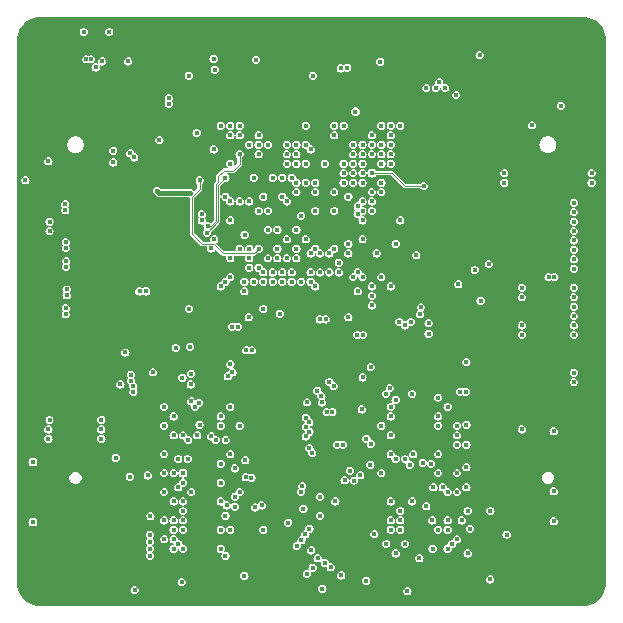
<source format=gbr>
%TF.GenerationSoftware,KiCad,Pcbnew,8.0.1*%
%TF.CreationDate,2024-05-09T15:37:20+08:00*%
%TF.ProjectId,ProDocument_ZYNQ7020_V1_2024-04-10,50726f44-6f63-4756-9d65-6e745f5a594e,rev?*%
%TF.SameCoordinates,Original*%
%TF.FileFunction,Copper,L2,Inr*%
%TF.FilePolarity,Positive*%
%FSLAX46Y46*%
G04 Gerber Fmt 4.6, Leading zero omitted, Abs format (unit mm)*
G04 Created by KiCad (PCBNEW 8.0.1) date 2024-05-09 15:37:20*
%MOMM*%
%LPD*%
G01*
G04 APERTURE LIST*
%TA.AperFunction,ViaPad*%
%ADD10C,0.400000*%
%TD*%
%TA.AperFunction,ViaPad*%
%ADD11C,0.450000*%
%TD*%
%TA.AperFunction,ViaPad*%
%ADD12C,3.500000*%
%TD*%
%TA.AperFunction,Conductor*%
%ADD13C,0.090000*%
%TD*%
%TA.AperFunction,Conductor*%
%ADD14C,0.400000*%
%TD*%
G04 APERTURE END LIST*
D10*
%TO.N,Net-(U7F-PS_DDR_VREF0_502)*%
X187079203Y-73210797D03*
X182679203Y-72810797D03*
X190279204Y-72410797D03*
%TO.N,5V*%
X169229205Y-56160795D03*
X166079206Y-55960795D03*
X201079203Y-66410797D03*
X208479203Y-65610797D03*
X208479203Y-66410797D03*
X165679206Y-55960795D03*
X176579204Y-56860795D03*
X160544204Y-66210797D03*
X187232893Y-56745796D03*
X201079203Y-65610797D03*
X166479206Y-56660795D03*
X162479203Y-64610797D03*
X167979203Y-64710797D03*
X167979203Y-63710797D03*
X165479206Y-53660795D03*
X187779203Y-56685796D03*
X198579205Y-73810797D03*
%TO.N,DDRVTT*%
X173779204Y-100238298D03*
X199879203Y-100010798D03*
X169779203Y-100910797D03*
X201279204Y-96210797D03*
X185679203Y-100810798D03*
X192879204Y-101010797D03*
%TO.N,Net-(X1-VCC)*%
X175029205Y-62210797D03*
%TO.N,Net-(U7B-PS_MIO_VREF_501)*%
X180279203Y-68810798D03*
D11*
%TO.N,Net-(LED3-A)*%
X188479203Y-60410797D03*
D10*
%TO.N,Net-(U5-ZQ)*%
X180554939Y-93745798D03*
X177579203Y-93745798D03*
%TO.N,VREF_DDR*%
X199901703Y-94210797D03*
X169379205Y-91330795D03*
X190679204Y-91010797D03*
X178279203Y-93860796D03*
X172279203Y-91010798D03*
%TO.N,Net-(U7E-PS_DDR_VRP_502)*%
X182279203Y-74010797D03*
%TO.N,Net-(U7B-PS_MIO40_501)*%
X169000000Y-80800000D03*
X175479203Y-69110797D03*
%TO.N,Net-(U7C-PROGRAM_B_0)*%
X185479203Y-72410797D03*
%TO.N,GND*%
X189079203Y-72010797D03*
X201179203Y-81010797D03*
X197079203Y-53410797D03*
X179479203Y-64010798D03*
X164679203Y-84910797D03*
X185679203Y-53410797D03*
X177479203Y-53410797D03*
D11*
X167929205Y-56410795D03*
D10*
X171479203Y-53410797D03*
X181479203Y-64410797D03*
X197192348Y-74390254D03*
X164679203Y-83910797D03*
X177879202Y-90210798D03*
X171029204Y-70360797D03*
X169729205Y-99610797D03*
X197192348Y-73790254D03*
D11*
X189182893Y-56435796D03*
D10*
X183079203Y-69210797D03*
X181879203Y-53410797D03*
X204200000Y-86000000D03*
X168929205Y-69110797D03*
X172279203Y-87810797D03*
X202051000Y-53790000D03*
X185879203Y-68810797D03*
X183879203Y-68410797D03*
X173529205Y-74110797D03*
X196679203Y-91410797D03*
D12*
X162779204Y-99310797D03*
D11*
X161779203Y-92610797D03*
D10*
X202500000Y-81700000D03*
X177779203Y-77510798D03*
X207100000Y-74500000D03*
X172279203Y-97410797D03*
X202051000Y-57190000D03*
D12*
X206779203Y-55310798D03*
D10*
X165879203Y-57810797D03*
X178679203Y-86210798D03*
X177742322Y-98747678D03*
X181279203Y-53410797D03*
X185079204Y-68010797D03*
X186129205Y-59610797D03*
X202100000Y-58500000D03*
X173079203Y-88610797D03*
X194179203Y-94610798D03*
X196229204Y-61560797D03*
X166429205Y-93510797D03*
X181479203Y-97710798D03*
X184479203Y-53410797D03*
X181079203Y-69610797D03*
X182079203Y-97710798D03*
X197679203Y-53410797D03*
X201179203Y-83710797D03*
X191479203Y-76010797D03*
X186679204Y-66410797D03*
X189079202Y-75210799D03*
X191879203Y-74810797D03*
X179079203Y-66010797D03*
X176879203Y-53410797D03*
X185079204Y-63210798D03*
X182679203Y-97710798D03*
X192879203Y-53410797D03*
X186679205Y-74410797D03*
X183479202Y-69610798D03*
X192829204Y-65360797D03*
X187479203Y-68810797D03*
X187479203Y-67210797D03*
X188279203Y-68010797D03*
X178279203Y-70810797D03*
X178679203Y-53410797D03*
X194979203Y-91410797D03*
D11*
X161179203Y-92610797D03*
D10*
X170279203Y-53410797D03*
X192279203Y-53410797D03*
X182279203Y-62810797D03*
X165279203Y-57810797D03*
X184279203Y-67210797D03*
X190679205Y-87810797D03*
X170029204Y-70960797D03*
X183879203Y-74010797D03*
X180179203Y-61060797D03*
X182679203Y-68810798D03*
X172279202Y-95810798D03*
X178979203Y-93915797D03*
X177379203Y-71510797D03*
X185879204Y-67210797D03*
X181079204Y-72010797D03*
X174229205Y-73510797D03*
X169929205Y-77610797D03*
X197079203Y-97410797D03*
X168929205Y-69710797D03*
X169229205Y-89610797D03*
X178679203Y-85410798D03*
X182479203Y-53410797D03*
X173879204Y-86210798D03*
D11*
X160579203Y-92610797D03*
D12*
X206779203Y-99310797D03*
D10*
X198279203Y-53410797D03*
X167129205Y-96710797D03*
D12*
X162779203Y-55310797D03*
D10*
X178079203Y-53410797D03*
X181879203Y-68010798D03*
X182679204Y-70410797D03*
X189979203Y-82910797D03*
X174229205Y-74110797D03*
X197192348Y-73190254D03*
X189879203Y-64810798D03*
X181079203Y-75210797D03*
X197229204Y-61960797D03*
X177479203Y-63610797D03*
X172279203Y-88610797D03*
X187479203Y-64010798D03*
D11*
X178529202Y-56410795D03*
D10*
X185079203Y-53410797D03*
X187479203Y-53410797D03*
X200179203Y-70510797D03*
X178679203Y-90210798D03*
X192779203Y-85810797D03*
X178279203Y-69210797D03*
X190679204Y-90210798D03*
X186879203Y-53410797D03*
X190079203Y-86410797D03*
X186129205Y-60410797D03*
X176279203Y-53410797D03*
X203429204Y-58260797D03*
X191079203Y-53410797D03*
X197079204Y-94210797D03*
X191679203Y-53410797D03*
X164179203Y-84410797D03*
X170879203Y-53410797D03*
X201200000Y-79500000D03*
X206700000Y-67300000D03*
X171329205Y-72410797D03*
X175629205Y-100910797D03*
X184279203Y-65610797D03*
X173529205Y-74910797D03*
X196479203Y-53410797D03*
X172279203Y-94210797D03*
X172279203Y-86210797D03*
X190679203Y-62410798D03*
X169079203Y-53410797D03*
X206992348Y-81690254D03*
X178679203Y-74410798D03*
X189079203Y-67210797D03*
X183479203Y-68010798D03*
X190679203Y-88610797D03*
X172279202Y-90210798D03*
X197079204Y-95810798D03*
X177879203Y-88610797D03*
X190679204Y-95810798D03*
X206992348Y-88890254D03*
X186279203Y-53410797D03*
X200479203Y-71110797D03*
X173079203Y-91810798D03*
X186224847Y-78411794D03*
X164679203Y-84910797D03*
X179279203Y-53410797D03*
X195279203Y-53410797D03*
X177479204Y-91410797D03*
X185079203Y-71210797D03*
X177879203Y-87810797D03*
X169679203Y-53410797D03*
X169229205Y-85710797D03*
X195879203Y-53410797D03*
%TO.N,Net-(U7B-PS_SRST_B_501)*%
X177879202Y-69610798D03*
%TO.N,Net-(U7C-INIT_B_0)*%
X188664836Y-69070632D03*
%TO.N,Net-(U7A-PS_POR_B_500)*%
X178679203Y-72010797D03*
%TO.N,Net-(U7E-PS_DDR_VRN_502)*%
X181483618Y-74021839D03*
%TO.N,AIO_6_N*%
X188279203Y-66410797D03*
X202579203Y-78510797D03*
%TO.N,AIO_22_P*%
X206979203Y-73710799D03*
X191479203Y-63210798D03*
%TO.N,AIO_21_N*%
X190679204Y-63210798D03*
X206979202Y-75310798D03*
%TO.N,AIO_12_P*%
X189879204Y-63210797D03*
%TO.N,AIO_2_P*%
X189079203Y-68010798D03*
%TO.N,AIO_14_N*%
X187479203Y-61610797D03*
%TO.N,JTAG_TCK*%
X205258203Y-95090796D03*
X181079204Y-70410799D03*
%TO.N,AIO_24_P*%
X187479204Y-65610797D03*
X202579203Y-76110797D03*
%TO.N,AIO_8_N*%
X206979203Y-78510797D03*
%TO.N,AIO_17_N*%
X206979203Y-68110799D03*
%TO.N,AIO_14_P*%
X186679203Y-61610797D03*
%TO.N,AIO_4_N*%
X206979203Y-82510797D03*
%TO.N,AIO_17_P*%
X206979203Y-68910797D03*
%TO.N,AIO_7_N*%
X206979203Y-71310798D03*
%TO.N,AIO_10_N*%
X205324203Y-74406863D03*
%TO.N,AIO_12_N*%
X189879204Y-62410798D03*
%TO.N,AIO_5_P*%
X189079203Y-66410797D03*
%TO.N,AIO_4_P*%
X206979205Y-83310797D03*
%TO.N,AIO_21_P*%
X190679203Y-64010798D03*
X206979204Y-76110798D03*
%TO.N,AIO_3_N*%
X190679203Y-67210797D03*
%TO.N,AIO_15_P*%
X206979204Y-70510798D03*
%TO.N,AIO_2_N*%
X189879204Y-68010798D03*
%TO.N,AIO_19_N*%
X188279203Y-64010797D03*
%TO.N,AIO_10_P*%
X204834204Y-74406863D03*
%TO.N,AIO_22_N*%
X206979203Y-72910797D03*
X191479203Y-62410797D03*
%TO.N,AIO_19_P*%
X188279203Y-64810798D03*
%TO.N,JTAG_TDO*%
X181079203Y-72810797D03*
X205258203Y-92550798D03*
%TO.N,JTAG_TMS*%
X183479202Y-72810797D03*
X205258203Y-87470797D03*
%TO.N,AIO_16_N*%
X191479204Y-61610797D03*
%TO.N,AIO_1_N*%
X189079202Y-69610798D03*
%TO.N,AIO_7_P*%
X206979205Y-72110797D03*
%TO.N,AIO_16_P*%
X190679203Y-61610797D03*
%TO.N,AIO_18_P*%
X206979205Y-77710797D03*
X190679203Y-64810799D03*
%TO.N,AIO_8_P*%
X206979202Y-79310797D03*
%TO.N,AIO_1_P*%
X189079203Y-68810797D03*
%TO.N,AIO_15_N*%
X206979202Y-69710798D03*
%TO.N,AIO_18_N*%
X191479203Y-64810797D03*
X206979203Y-76910798D03*
%TO.N,AIO_3_P*%
X189879204Y-67210797D03*
%TO.N,AIO_6_P*%
X202579205Y-79310797D03*
X187479203Y-66410797D03*
%TO.N,JTAG_TDI*%
X202579203Y-87310797D03*
X181879204Y-72810797D03*
%TO.N,AIO_5_N*%
X189079203Y-65610798D03*
%TO.N,AIO_24_N*%
X202579205Y-75310798D03*
X187479203Y-64810797D03*
%TO.N,SDO_D1*%
X162479204Y-88110797D03*
%TO.N,BIO_1_P*%
X162579204Y-70510798D03*
X178679203Y-61610797D03*
%TO.N,SDO_CMD*%
X166979203Y-88110797D03*
%TO.N,BIO_15_P*%
X163965650Y-71955797D03*
%TO.N,BIO_18_P*%
X163904669Y-68755798D03*
%TO.N,SDO_D0*%
X162479203Y-87310797D03*
%TO.N,BIO_4_P*%
X163980857Y-73555800D03*
%TO.N,BIO_5_P*%
X180279203Y-63210798D03*
X169752445Y-64284039D03*
X163963861Y-77555797D03*
%TO.N,SDO_D2*%
X166979204Y-86510796D03*
%TO.N,SDO_D3*%
X166979203Y-87310798D03*
%TO.N,BIO_13_P*%
X164031428Y-75955798D03*
X182679204Y-64810797D03*
%TO.N,BIO_5_N*%
X169405961Y-63937556D03*
X163963860Y-77065797D03*
X180279204Y-62410798D03*
%TO.N,BIO_13_N*%
X182679203Y-64010797D03*
X164031428Y-75465797D03*
%TO.N,BIO_1_N*%
X162579203Y-69710798D03*
X177879203Y-61610797D03*
%TO.N,BIO_18_N*%
X163904668Y-68265798D03*
%TO.N,BIO_4_N*%
X163980858Y-73065798D03*
%TO.N,BIO_15_N*%
X163965651Y-71465798D03*
%TO.N,SDO_CLK*%
X162579203Y-86510798D03*
%TO.N,DDR_CKE*%
X197079204Y-92610798D03*
X183979204Y-92110797D03*
X178679203Y-92610797D03*
%TO.N,DDR_A4*%
X177879202Y-95810798D03*
X196279204Y-95810798D03*
X183914203Y-96685794D03*
%TO.N,DDR_BA1*%
X179679204Y-91400797D03*
X196279204Y-95010797D03*
X188279203Y-74410798D03*
%TO.N,DDR_A6*%
X187279204Y-99675617D03*
X185266083Y-84048916D03*
X184679203Y-74810797D03*
X196679203Y-97010797D03*
X177479203Y-98010798D03*
%TO.N,DDR_A1*%
X195479204Y-95810797D03*
X177079203Y-95810798D03*
X183514204Y-97175798D03*
%TO.N,DDR_A11*%
X184279203Y-86310797D03*
X186394202Y-98975798D03*
X181479203Y-74810797D03*
X193894204Y-98210797D03*
%TO.N,DDR_A14*%
X180679203Y-74810797D03*
X195014204Y-97410798D03*
X184579203Y-86710797D03*
X177079203Y-97410798D03*
X185879203Y-98610798D03*
%TO.N,DDR_A8*%
X184363572Y-99552667D03*
X196279204Y-97410798D03*
X179079203Y-99710798D03*
%TO.N,DDR_RAS*%
X173879204Y-91810798D03*
X188892314Y-91197685D03*
%TO.N,DDR_A10*%
X184279203Y-87110798D03*
X194479203Y-93810797D03*
X180679203Y-74010797D03*
X177079204Y-93410797D03*
X185479203Y-93010798D03*
%TO.N,DDR_A12*%
X185479203Y-94610798D03*
X177479203Y-94610798D03*
X184579203Y-87510798D03*
X194979203Y-95010797D03*
X179879203Y-74810797D03*
%TO.N,DDR_CAS*%
X186629899Y-83635255D03*
X174568758Y-92615797D03*
X187079205Y-74010797D03*
X188017412Y-90796544D03*
%TO.N,DDR_WE*%
X185601083Y-84483651D03*
X187562483Y-91620314D03*
X173879205Y-93410797D03*
X185479203Y-74010797D03*
%TO.N,DDR_BA2*%
X183079204Y-74010797D03*
X192279203Y-94210797D03*
X184379203Y-85010797D03*
X173879203Y-94210797D03*
X186779203Y-93410797D03*
%TO.N,DDR_A13*%
X191879203Y-97810797D03*
X184279203Y-87910798D03*
X185279204Y-98210798D03*
X173879204Y-97410798D03*
X179079203Y-74810797D03*
%TO.N,DDR_A0*%
X173879204Y-95010797D03*
X192279204Y-95010797D03*
X184079203Y-94010797D03*
%TO.N,DDR_A5*%
X191479203Y-95810798D03*
X173079203Y-95810798D03*
X184249203Y-96195791D03*
%TO.N,DDR_A9*%
X183079203Y-74810797D03*
X173479204Y-97010797D03*
X184861703Y-99028297D03*
X184578485Y-88886857D03*
X192679204Y-97010797D03*
%TO.N,DDR_A2*%
X192279203Y-95810798D03*
X184584202Y-95705951D03*
X173879204Y-95810798D03*
%TO.N,DDR_A7*%
X184729203Y-97560798D03*
X191079203Y-97010797D03*
X173079202Y-96610798D03*
X183879204Y-74810797D03*
X184824203Y-89310798D03*
%TO.N,DDR_ODT*%
X172279202Y-92610799D03*
X186279203Y-74010797D03*
X188351922Y-91638078D03*
X186283416Y-83288772D03*
%TO.N,DDR_A3*%
X191479203Y-95010797D03*
X182779203Y-95210798D03*
X171129203Y-94660797D03*
X173079203Y-95010797D03*
%TO.N,DDR_CS*%
X191479203Y-93410797D03*
X173079203Y-93410798D03*
X183879203Y-92600800D03*
%TO.N,DDR_BA0*%
X185651472Y-85027536D03*
X184679204Y-74010797D03*
%TO.N,PG_1V0*%
X180064200Y-56010797D03*
X167629204Y-53660795D03*
X167029204Y-56160795D03*
%TO.N,PG_1V8*%
X197179203Y-75010797D03*
X176479203Y-55910797D03*
X199079203Y-76410798D03*
%TO.N,PG_1V5*%
X199779203Y-73310797D03*
X190579203Y-56185796D03*
%TO.N,DDR_D15*%
X174539204Y-83496238D03*
X177679204Y-82810798D03*
%TO.N,DDR_DM0*%
X176655040Y-88199615D03*
X174479203Y-80310797D03*
%TO.N,DDR_D1*%
X173279204Y-80410797D03*
X176259203Y-87910798D03*
%TO.N,DDR_RESET*%
X173079203Y-97410798D03*
X189400000Y-100110797D03*
X177879203Y-74410797D03*
%TO.N,DDR_D0*%
X174329203Y-88210798D03*
X174564203Y-84932945D03*
%TO.N,DDR_D6*%
X174899203Y-85410798D03*
X175079203Y-87810797D03*
%TO.N,DDR_D8*%
X180679203Y-77110797D03*
X177504203Y-88210798D03*
%TO.N,DDR_DQS1_P*%
X179724203Y-80610797D03*
X177079203Y-87010797D03*
%TO.N,DDR_DM1*%
X173879205Y-87810797D03*
X175279203Y-86910797D03*
%TO.N,DDR_D5*%
X179454203Y-77810797D03*
X178279204Y-90610798D03*
%TO.N,DDR_DQS1_N*%
X179234204Y-80610798D03*
X177079203Y-86210798D03*
%TO.N,DDR_DQS0_N*%
X174279203Y-89810797D03*
X178034203Y-78610797D03*
%TO.N,DDR_DQS0_P*%
X173479204Y-89810798D03*
X178524203Y-78610798D03*
%TO.N,DDR_D11*%
X174566557Y-82583717D03*
X178066877Y-82479077D03*
D11*
%TO.N,DDR_D4*%
X173879204Y-91010797D03*
D10*
X175234203Y-85046582D03*
%TO.N,DDR_D3*%
X177879203Y-89410797D03*
X177479203Y-74810797D03*
%TO.N,DDR_CLK_N*%
X186524203Y-85835803D03*
X185959277Y-77999999D03*
X179190470Y-91365538D03*
X187424204Y-88610797D03*
X195879203Y-92210797D03*
%TO.N,DDR_D13*%
X173830158Y-82933431D03*
X177893054Y-81807636D03*
%TO.N,DDR_CLK_P*%
X186934203Y-88610797D03*
X195079204Y-92210797D03*
X185469278Y-78000000D03*
X186034203Y-85835803D03*
X177079203Y-91810798D03*
%TO.N,SD_CMD*%
X178679203Y-64010797D03*
X175963622Y-70095216D03*
X169479242Y-83175472D03*
%TO.N,AIO_9_P*%
X189079203Y-64810797D03*
X203429203Y-61560797D03*
%TO.N,SD_D1*%
X176526690Y-71210797D03*
X171341997Y-82473593D03*
%TO.N,BIO_12_P*%
X184679203Y-63610797D03*
%TO.N,BIO_20_N*%
X183479203Y-66410797D03*
%TO.N,QSPI_D1*%
X176279203Y-71985797D03*
X179479204Y-72810797D03*
%TO.N,MIO7*%
X179091204Y-70822798D03*
%TO.N,BIO_17_N*%
X172679203Y-59755798D03*
X172679203Y-59755798D03*
%TO.N,BIO_12_N*%
X184279203Y-63210798D03*
%TO.N,UART1_TX*%
X177879203Y-68010797D03*
D11*
X161179203Y-95150797D03*
%TO.N,PL_CLK*%
X189879205Y-65610797D03*
D10*
X194279203Y-66710797D03*
%TO.N,AIO_9_N*%
X189879204Y-64010798D03*
%TO.N,BIO_3_N*%
X179479204Y-63210798D03*
%TO.N,BIO_19_P*%
X182279204Y-66010798D03*
%TO.N,PS_CLK*%
X175299203Y-66210797D03*
X180279203Y-72010797D03*
%TO.N,BIO_3_P*%
X180279204Y-64010798D03*
%TO.N,BIO_17_P*%
X172679204Y-59265797D03*
X172679204Y-59265797D03*
%TO.N,BIO_2_N*%
X177079203Y-61610797D03*
%TO.N,MIO8*%
X179479204Y-73610797D03*
%TO.N,SD_D2*%
X169679203Y-84147679D03*
X180679203Y-67610797D03*
D11*
%TO.N,UART1_RX*%
X161179203Y-90070797D03*
D10*
X178679203Y-68010797D03*
%TO.N,BIO_22_P*%
X185079204Y-66410797D03*
%TO.N,DONE*%
X197000000Y-59000000D03*
X188679203Y-68410797D03*
%TO.N,BIO_2_P*%
X177879203Y-62410798D03*
%TO.N,BIO_14_N*%
X182679203Y-63210798D03*
%TO.N,BIO_19_N*%
X181479203Y-66010798D03*
%TO.N,AIO_20_P*%
X189079203Y-64010798D03*
D11*
%TO.N,BIO_24_P*%
X170749203Y-75610798D03*
D10*
X184279203Y-64810798D03*
%TO.N,BIO_20_P*%
X184279203Y-66410797D03*
%TO.N,BIO_14_P*%
X183479203Y-63210797D03*
%TO.N,SD_D0*%
X175479203Y-69610797D03*
X169475505Y-82685484D03*
%TO.N,SD_D3*%
X169687851Y-83639462D03*
X175917991Y-70649585D03*
X177479203Y-66010798D03*
%TO.N,AIO_20_N*%
X188279203Y-63210798D03*
%TO.N,DDR_D29*%
X191479203Y-85410798D03*
X191479204Y-75210798D03*
%TO.N,DDR_D18*%
X188679203Y-75610798D03*
X191479203Y-89410797D03*
%TO.N,DDR_D17*%
X195479203Y-89410797D03*
X189013336Y-85618693D03*
%TO.N,DDR_D22*%
X189879203Y-76010797D03*
X189401924Y-88088076D03*
%TO.N,DDR_D25*%
X194679203Y-79210798D03*
X191879203Y-84810798D03*
%TO.N,DDR_D20*%
X189742059Y-90312960D03*
X189079203Y-74410797D03*
%TO.N,DDR_D21*%
X189779204Y-82037036D03*
X194179203Y-90145797D03*
%TO.N,DDR_D27*%
X194679203Y-78310798D03*
X191400626Y-83805389D03*
%TO.N,DDR_DM3*%
X193944203Y-77560797D03*
X193279203Y-84310798D03*
%TO.N,DDR_D19*%
X193389812Y-89415268D03*
X189079203Y-82910798D03*
%TO.N,DDR_D23*%
X195479204Y-91010798D03*
X189879205Y-75210797D03*
%TO.N,DDR_D28*%
X195479204Y-84610797D03*
X194029203Y-76960797D03*
%TO.N,DDR_DQS2_N*%
X191879202Y-89810799D03*
X189124203Y-79310797D03*
%TO.N,DDR_DQS3_N*%
X197334203Y-84110797D03*
X195479204Y-86210797D03*
%TO.N,DDR_DQS3_P*%
X195479203Y-87010798D03*
X197824204Y-84110797D03*
%TO.N,DDR_DQS2_P*%
X192679205Y-89810797D03*
X188634203Y-79310797D03*
D11*
%TO.N,BIO_24_N*%
X170209202Y-75610798D03*
D10*
X183479203Y-64810797D03*
%TO.N,1.8V*%
X183479203Y-70410797D03*
X182679203Y-71210797D03*
X179479204Y-68010797D03*
X184279203Y-71210797D03*
X184879204Y-57360795D03*
X177879203Y-64810797D03*
X186679205Y-68810797D03*
X168579203Y-83500000D03*
X183879204Y-69210797D03*
X181879203Y-70410797D03*
X179879203Y-66010798D03*
X181079204Y-68810798D03*
X177479203Y-67610797D03*
X185079204Y-68810798D03*
%TO.N,1.0V*%
X182279205Y-67610797D03*
X183479203Y-67210797D03*
X185079204Y-72010797D03*
X186679205Y-72010796D03*
X186679203Y-67210797D03*
X187879204Y-67610798D03*
X187879202Y-71610797D03*
X182679203Y-68010797D03*
X181879203Y-72010797D03*
X183479203Y-72010797D03*
X174379206Y-57360795D03*
X185079204Y-67210796D03*
%TO.N,1.5V*%
X171079203Y-98010798D03*
X197479203Y-95010797D03*
X180679202Y-95810798D03*
X197879203Y-92210797D03*
X182079203Y-77510798D03*
X172279203Y-96610798D03*
X196279203Y-92610797D03*
X197979204Y-94210797D03*
X188679204Y-74010797D03*
X197879204Y-81610797D03*
X193179204Y-78210797D03*
X197079203Y-91010798D03*
X172279203Y-85410798D03*
X171079203Y-96210797D03*
X192679204Y-78510797D03*
X194879203Y-90210798D03*
X173079203Y-86210798D03*
X185079203Y-75210797D03*
X193072262Y-90298938D03*
X197079204Y-87010798D03*
X179079204Y-75610798D03*
X178679203Y-87010797D03*
X191479203Y-87810797D03*
X172279203Y-89410797D03*
X197079204Y-96610798D03*
X197879203Y-90510797D03*
X197079204Y-88610797D03*
X171079203Y-96810797D03*
X179169204Y-89925797D03*
X196279203Y-85410798D03*
X179979204Y-93910797D03*
X197879203Y-88610797D03*
X189779204Y-88510798D03*
X173079203Y-87810798D03*
X178279203Y-93010798D03*
X190679204Y-74410798D03*
X197879204Y-86910797D03*
X197079203Y-87810797D03*
X197979203Y-97810797D03*
X171079203Y-97410797D03*
X177879203Y-85410798D03*
X170901703Y-91210798D03*
X172279203Y-95010797D03*
X182279204Y-74810797D03*
X198179203Y-95710797D03*
X172279202Y-87010798D03*
X191065626Y-84310797D03*
X192179203Y-78210797D03*
X173479203Y-92210797D03*
X177079203Y-90210798D03*
X190079203Y-96170794D03*
X190679203Y-87010797D03*
X180279204Y-73610798D03*
X177079203Y-75210797D03*
X173079202Y-91010798D03*
X187879204Y-77810797D03*
X189879204Y-76810797D03*
X193279203Y-93410798D03*
X191479203Y-86210797D03*
%TO.N,3.3V*%
X183079203Y-66010798D03*
X188279203Y-65610797D03*
X174384203Y-77110797D03*
X174479203Y-67310797D03*
X199000000Y-55610800D03*
X187879203Y-72410797D03*
X196079204Y-58410797D03*
X171879203Y-62810797D03*
X195572895Y-57910797D03*
X195279204Y-58410797D03*
X177879202Y-72810797D03*
X184679204Y-72410797D03*
X189079203Y-71210797D03*
X184279203Y-61610797D03*
X192279203Y-61610797D03*
X168179203Y-89710797D03*
X176479203Y-63610797D03*
X185879203Y-64810797D03*
X191479204Y-64010798D03*
X178679203Y-62410798D03*
X205879204Y-59910797D03*
X191879203Y-71610797D03*
X189879204Y-68810797D03*
X186679204Y-62410798D03*
X183479203Y-64010798D03*
X189079202Y-63210798D03*
X192279203Y-69610797D03*
X186279202Y-72410799D03*
X194479204Y-58410797D03*
X193629204Y-72560797D03*
X181079204Y-63210798D03*
X171679203Y-67110798D03*
X179479204Y-72010797D03*
X190679204Y-66410797D03*
%TD*%
D13*
%TO.N,SD_CMD*%
X178679203Y-64810798D02*
X178679203Y-64010797D01*
X177310764Y-65410797D02*
X178079204Y-65410797D01*
X178079204Y-65410797D02*
X178679203Y-64810798D01*
X175963622Y-70095216D02*
X176217802Y-70095216D01*
X176879204Y-66356239D02*
X176879204Y-65842357D01*
X176879204Y-65842357D02*
X177310764Y-65410797D01*
X176679202Y-69633816D02*
X176679203Y-66556240D01*
X176679203Y-66556240D02*
X176879204Y-66356239D01*
X176217802Y-70095216D02*
X176679202Y-69633816D01*
%TO.N,PL_CLK*%
X194279203Y-66710797D02*
X192679203Y-66710797D01*
X191579203Y-65610797D02*
X189879205Y-65610797D01*
X192679203Y-66710797D02*
X191579203Y-65610797D01*
%TO.N,PS_CLK*%
X175299203Y-66970797D02*
X175299203Y-66210797D01*
X177279203Y-72410797D02*
X176479203Y-71610797D01*
X176479203Y-71610797D02*
X175479204Y-71610797D01*
X174639205Y-70770798D02*
X174639205Y-67630795D01*
X175479204Y-71610797D02*
X174639205Y-70770798D01*
X174639205Y-67630795D02*
X175299203Y-66970797D01*
X180279203Y-72010797D02*
X179879203Y-72410797D01*
X179879203Y-72410797D02*
X177279203Y-72410797D01*
%TO.N,SD_D3*%
X176859202Y-66630799D02*
X176859202Y-69708374D01*
X177479203Y-66010798D02*
X176859202Y-66630799D01*
X176859202Y-69708374D02*
X175917991Y-70649585D01*
D14*
%TO.N,3.3V*%
X171879202Y-67310797D02*
X171679203Y-67110798D01*
X174479203Y-67310797D02*
X171879202Y-67310797D01*
%TD*%
%TA.AperFunction,Conductor*%
%TO.N,GND*%
G36*
X207780805Y-52376402D02*
G01*
X208028507Y-52392638D01*
X208034856Y-52393474D01*
X208276739Y-52441588D01*
X208282914Y-52443241D01*
X208516470Y-52522524D01*
X208522382Y-52524973D01*
X208743577Y-52634055D01*
X208749115Y-52637252D01*
X208924652Y-52754542D01*
X208954181Y-52774273D01*
X208959266Y-52778175D01*
X209144685Y-52940783D01*
X209149217Y-52945315D01*
X209311825Y-53130734D01*
X209315727Y-53135819D01*
X209452745Y-53340880D01*
X209455946Y-53346424D01*
X209565024Y-53567613D01*
X209567477Y-53573534D01*
X209646755Y-53807078D01*
X209648413Y-53813270D01*
X209696524Y-54055141D01*
X209697361Y-54061495D01*
X209713599Y-54309231D01*
X209713704Y-54312436D01*
X209713704Y-100309194D01*
X209713599Y-100312399D01*
X209697364Y-100560092D01*
X209696528Y-100566446D01*
X209648414Y-100808335D01*
X209646755Y-100814526D01*
X209567482Y-101048058D01*
X209565029Y-101053980D01*
X209455951Y-101275170D01*
X209452746Y-101280721D01*
X209315730Y-101485779D01*
X209311828Y-101490864D01*
X209149220Y-101676284D01*
X209144688Y-101680816D01*
X208959269Y-101843424D01*
X208954184Y-101847326D01*
X208749126Y-101984343D01*
X208743575Y-101987548D01*
X208522388Y-102096625D01*
X208516467Y-102099078D01*
X208282924Y-102178355D01*
X208276733Y-102180013D01*
X208034859Y-102228126D01*
X208028504Y-102228963D01*
X207780913Y-102245192D01*
X207777708Y-102245297D01*
X161780807Y-102245297D01*
X161777602Y-102245192D01*
X161529901Y-102228957D01*
X161523546Y-102228120D01*
X161281673Y-102180008D01*
X161275483Y-102178350D01*
X161041943Y-102099075D01*
X161036021Y-102096622D01*
X160904744Y-102031884D01*
X160814829Y-101987543D01*
X160809285Y-101984342D01*
X160706123Y-101915411D01*
X160604223Y-101847324D01*
X160599138Y-101843422D01*
X160413719Y-101680814D01*
X160409187Y-101676282D01*
X160246579Y-101490863D01*
X160242677Y-101485778D01*
X160225981Y-101460791D01*
X160105655Y-101280711D01*
X160102460Y-101275176D01*
X159993375Y-101053973D01*
X159990926Y-101048061D01*
X159944331Y-100910797D01*
X169424334Y-100910797D01*
X169441703Y-101020458D01*
X169481157Y-101097893D01*
X169492108Y-101119384D01*
X169570616Y-101197892D01*
X169669542Y-101248297D01*
X169779203Y-101265666D01*
X169888864Y-101248297D01*
X169987790Y-101197892D01*
X170066298Y-101119384D01*
X170116703Y-101020458D01*
X170134072Y-100910797D01*
X170118233Y-100810798D01*
X185324334Y-100810798D01*
X185341703Y-100920459D01*
X185392108Y-101019385D01*
X185470616Y-101097893D01*
X185569542Y-101148298D01*
X185679203Y-101165667D01*
X185788864Y-101148298D01*
X185887790Y-101097893D01*
X185966298Y-101019385D01*
X185970674Y-101010797D01*
X192524335Y-101010797D01*
X192541704Y-101120458D01*
X192581158Y-101197893D01*
X192592109Y-101219384D01*
X192670617Y-101297892D01*
X192769543Y-101348297D01*
X192879204Y-101365666D01*
X192988865Y-101348297D01*
X193087791Y-101297892D01*
X193166299Y-101219384D01*
X193216704Y-101120458D01*
X193234073Y-101010797D01*
X193216704Y-100901136D01*
X193166299Y-100802210D01*
X193087791Y-100723702D01*
X193087788Y-100723700D01*
X192988865Y-100673297D01*
X192879204Y-100655928D01*
X192769542Y-100673297D01*
X192670619Y-100723700D01*
X192670616Y-100723702D01*
X192592109Y-100802209D01*
X192592107Y-100802212D01*
X192541704Y-100901135D01*
X192524335Y-101010797D01*
X185970674Y-101010797D01*
X186016703Y-100920459D01*
X186034072Y-100810798D01*
X186016703Y-100701137D01*
X185966298Y-100602211D01*
X185887790Y-100523703D01*
X185887787Y-100523701D01*
X185788864Y-100473298D01*
X185679203Y-100455929D01*
X185569541Y-100473298D01*
X185470618Y-100523701D01*
X185470615Y-100523703D01*
X185392108Y-100602210D01*
X185392106Y-100602213D01*
X185341703Y-100701136D01*
X185325864Y-100801136D01*
X185324334Y-100810798D01*
X170118233Y-100810798D01*
X170116703Y-100801136D01*
X170066298Y-100702210D01*
X169987790Y-100623702D01*
X169987787Y-100623700D01*
X169888864Y-100573297D01*
X169779203Y-100555928D01*
X169669541Y-100573297D01*
X169570618Y-100623700D01*
X169570615Y-100623702D01*
X169492108Y-100702209D01*
X169492106Y-100702212D01*
X169441703Y-100801135D01*
X169424334Y-100910797D01*
X159944331Y-100910797D01*
X159911651Y-100814523D01*
X159909993Y-100808332D01*
X159861879Y-100566446D01*
X159861043Y-100560102D01*
X159844809Y-100312414D01*
X159844704Y-100309209D01*
X159844704Y-100238298D01*
X173424335Y-100238298D01*
X173441704Y-100347959D01*
X173491748Y-100446178D01*
X173492109Y-100446885D01*
X173570617Y-100525393D01*
X173669543Y-100575798D01*
X173779204Y-100593167D01*
X173888865Y-100575798D01*
X173987791Y-100525393D01*
X174066299Y-100446885D01*
X174116704Y-100347959D01*
X174134073Y-100238298D01*
X174116704Y-100128637D01*
X174107614Y-100110797D01*
X189045131Y-100110797D01*
X189062500Y-100220458D01*
X189109353Y-100312414D01*
X189112905Y-100319384D01*
X189191413Y-100397892D01*
X189290339Y-100448297D01*
X189400000Y-100465666D01*
X189509661Y-100448297D01*
X189608587Y-100397892D01*
X189687095Y-100319384D01*
X189737500Y-100220458D01*
X189754869Y-100110797D01*
X189739030Y-100010798D01*
X199524334Y-100010798D01*
X199541703Y-100120459D01*
X199592108Y-100219385D01*
X199670616Y-100297893D01*
X199769542Y-100348298D01*
X199879203Y-100365667D01*
X199988864Y-100348298D01*
X200087790Y-100297893D01*
X200166298Y-100219385D01*
X200216703Y-100120459D01*
X200234072Y-100010798D01*
X200216703Y-99901137D01*
X200166298Y-99802211D01*
X200087790Y-99723703D01*
X200087787Y-99723701D01*
X199988864Y-99673298D01*
X199879203Y-99655929D01*
X199769541Y-99673298D01*
X199670618Y-99723701D01*
X199670615Y-99723703D01*
X199592108Y-99802210D01*
X199592106Y-99802213D01*
X199541703Y-99901136D01*
X199525864Y-100001136D01*
X199524334Y-100010798D01*
X189739030Y-100010798D01*
X189737500Y-100001136D01*
X189687095Y-99902210D01*
X189608587Y-99823702D01*
X189608584Y-99823700D01*
X189509661Y-99773297D01*
X189400000Y-99755928D01*
X189290338Y-99773297D01*
X189191415Y-99823700D01*
X189191412Y-99823702D01*
X189112905Y-99902209D01*
X189112903Y-99902212D01*
X189062500Y-100001135D01*
X189045131Y-100110797D01*
X174107614Y-100110797D01*
X174066299Y-100029711D01*
X173987791Y-99951203D01*
X173987788Y-99951201D01*
X173888865Y-99900798D01*
X173779204Y-99883429D01*
X173669542Y-99900798D01*
X173570619Y-99951201D01*
X173570616Y-99951203D01*
X173492109Y-100029710D01*
X173492107Y-100029713D01*
X173441704Y-100128636D01*
X173424335Y-100238298D01*
X159844704Y-100238298D01*
X159844704Y-99710798D01*
X178724334Y-99710798D01*
X178741703Y-99820459D01*
X178786070Y-99907536D01*
X178792108Y-99919385D01*
X178870616Y-99997893D01*
X178969542Y-100048298D01*
X179079203Y-100065667D01*
X179188864Y-100048298D01*
X179287790Y-99997893D01*
X179366298Y-99919385D01*
X179416703Y-99820459D01*
X179434072Y-99710798D01*
X179416703Y-99601137D01*
X179392006Y-99552667D01*
X184008703Y-99552667D01*
X184026072Y-99662328D01*
X184050768Y-99710798D01*
X184076477Y-99761254D01*
X184154985Y-99839762D01*
X184253911Y-99890167D01*
X184363572Y-99907536D01*
X184473233Y-99890167D01*
X184572159Y-99839762D01*
X184650667Y-99761254D01*
X184694301Y-99675617D01*
X186924335Y-99675617D01*
X186941704Y-99785278D01*
X186959629Y-99820459D01*
X186992109Y-99884204D01*
X187070617Y-99962712D01*
X187169543Y-100013117D01*
X187279204Y-100030486D01*
X187388865Y-100013117D01*
X187487791Y-99962712D01*
X187566299Y-99884204D01*
X187616704Y-99785278D01*
X187634073Y-99675617D01*
X187616704Y-99565956D01*
X187566299Y-99467030D01*
X187487791Y-99388522D01*
X187487788Y-99388520D01*
X187388865Y-99338117D01*
X187279204Y-99320748D01*
X187169542Y-99338117D01*
X187070619Y-99388520D01*
X187070616Y-99388522D01*
X186992109Y-99467029D01*
X186992107Y-99467032D01*
X186941704Y-99565955D01*
X186924335Y-99675617D01*
X184694301Y-99675617D01*
X184701072Y-99662328D01*
X184718441Y-99552667D01*
X184701072Y-99443006D01*
X184697461Y-99435920D01*
X184694520Y-99398534D01*
X184718877Y-99370017D01*
X184748788Y-99365280D01*
X184752037Y-99365794D01*
X184752042Y-99365797D01*
X184861703Y-99383166D01*
X184971364Y-99365797D01*
X185070290Y-99315392D01*
X185148798Y-99236884D01*
X185199203Y-99137958D01*
X185216572Y-99028297D01*
X185199203Y-98918636D01*
X185148798Y-98819710D01*
X185070290Y-98741202D01*
X185070287Y-98741200D01*
X184971364Y-98690797D01*
X184861703Y-98673428D01*
X184752041Y-98690797D01*
X184653118Y-98741200D01*
X184653115Y-98741202D01*
X184574608Y-98819709D01*
X184574606Y-98819712D01*
X184524203Y-98918635D01*
X184518033Y-98957592D01*
X184506834Y-99028297D01*
X184524203Y-99137958D01*
X184524203Y-99137959D01*
X184524204Y-99137961D01*
X184527812Y-99145043D01*
X184530753Y-99182430D01*
X184506395Y-99210946D01*
X184476486Y-99215683D01*
X184473235Y-99215168D01*
X184473233Y-99215167D01*
X184363572Y-99197798D01*
X184253910Y-99215167D01*
X184154987Y-99265570D01*
X184154984Y-99265572D01*
X184076477Y-99344079D01*
X184076475Y-99344082D01*
X184026072Y-99443005D01*
X184008703Y-99552667D01*
X179392006Y-99552667D01*
X179366298Y-99502211D01*
X179287790Y-99423703D01*
X179287787Y-99423701D01*
X179188864Y-99373298D01*
X179079203Y-99355929D01*
X178969541Y-99373298D01*
X178870618Y-99423701D01*
X178870615Y-99423703D01*
X178792108Y-99502210D01*
X178792106Y-99502213D01*
X178741703Y-99601136D01*
X178724334Y-99710798D01*
X159844704Y-99710798D01*
X159844704Y-98010798D01*
X170724334Y-98010798D01*
X170741703Y-98120459D01*
X170787732Y-98210798D01*
X170792108Y-98219385D01*
X170870616Y-98297893D01*
X170969542Y-98348298D01*
X171079203Y-98365667D01*
X171188864Y-98348298D01*
X171287790Y-98297893D01*
X171366298Y-98219385D01*
X171416703Y-98120459D01*
X171434072Y-98010798D01*
X171416703Y-97901137D01*
X171366298Y-97802211D01*
X171309532Y-97745445D01*
X171295180Y-97710797D01*
X171309531Y-97676150D01*
X171366298Y-97619384D01*
X171416703Y-97520458D01*
X171434072Y-97410797D01*
X171416703Y-97301136D01*
X171366298Y-97202210D01*
X171309533Y-97145445D01*
X171295181Y-97110797D01*
X171309533Y-97076149D01*
X171335242Y-97050440D01*
X171366298Y-97019384D01*
X171416703Y-96920458D01*
X171434072Y-96810797D01*
X171416703Y-96701136D01*
X171370674Y-96610798D01*
X171924334Y-96610798D01*
X171941703Y-96720459D01*
X171983042Y-96801593D01*
X171992108Y-96819385D01*
X172070616Y-96897893D01*
X172169542Y-96948298D01*
X172279203Y-96965667D01*
X172388864Y-96948298D01*
X172487790Y-96897893D01*
X172566298Y-96819385D01*
X172616703Y-96720459D01*
X172630806Y-96631415D01*
X172642152Y-96612901D01*
X172639560Y-96611313D01*
X172638475Y-96608693D01*
X172716252Y-96608693D01*
X172718844Y-96610282D01*
X172727598Y-96631416D01*
X172741702Y-96720459D01*
X172783041Y-96801593D01*
X172792107Y-96819385D01*
X172870615Y-96897893D01*
X172969541Y-96948298D01*
X173058586Y-96962401D01*
X173090561Y-96981997D01*
X173099316Y-97018464D01*
X173079720Y-97050440D01*
X173058586Y-97059194D01*
X173014754Y-97066137D01*
X172969541Y-97073298D01*
X172870618Y-97123701D01*
X172870615Y-97123703D01*
X172792108Y-97202210D01*
X172792106Y-97202213D01*
X172741703Y-97301136D01*
X172724334Y-97410798D01*
X172741703Y-97520459D01*
X172792105Y-97619381D01*
X172792108Y-97619385D01*
X172870616Y-97697893D01*
X172969542Y-97748298D01*
X173079203Y-97765667D01*
X173188864Y-97748298D01*
X173287790Y-97697893D01*
X173366298Y-97619385D01*
X173416703Y-97520459D01*
X173430807Y-97431411D01*
X173450402Y-97399436D01*
X173486868Y-97390681D01*
X173518845Y-97410277D01*
X173527600Y-97431412D01*
X173541704Y-97520459D01*
X173592106Y-97619381D01*
X173592109Y-97619385D01*
X173670617Y-97697893D01*
X173769543Y-97748298D01*
X173879204Y-97765667D01*
X173988865Y-97748298D01*
X174087791Y-97697893D01*
X174166299Y-97619385D01*
X174216704Y-97520459D01*
X174234073Y-97410798D01*
X176724334Y-97410798D01*
X176741703Y-97520459D01*
X176792105Y-97619381D01*
X176792108Y-97619385D01*
X176870616Y-97697893D01*
X176969542Y-97748298D01*
X177079203Y-97765667D01*
X177127290Y-97758050D01*
X177163756Y-97766805D01*
X177183352Y-97798781D01*
X177178615Y-97828692D01*
X177141703Y-97901136D01*
X177124334Y-98010798D01*
X177141703Y-98120459D01*
X177187732Y-98210798D01*
X177192108Y-98219385D01*
X177270616Y-98297893D01*
X177369542Y-98348298D01*
X177479203Y-98365667D01*
X177588864Y-98348298D01*
X177687790Y-98297893D01*
X177766298Y-98219385D01*
X177770673Y-98210798D01*
X184924335Y-98210798D01*
X184941704Y-98320459D01*
X184992106Y-98419381D01*
X184992109Y-98419385D01*
X185070617Y-98497893D01*
X185169543Y-98548298D01*
X185279204Y-98565667D01*
X185388865Y-98548298D01*
X185431923Y-98526358D01*
X185461308Y-98511387D01*
X185498695Y-98508444D01*
X185527212Y-98532801D01*
X185531950Y-98562711D01*
X185531482Y-98565666D01*
X185524334Y-98610798D01*
X185534254Y-98673428D01*
X185541703Y-98720459D01*
X185565523Y-98767210D01*
X185592108Y-98819385D01*
X185670616Y-98897893D01*
X185769542Y-98948298D01*
X185879203Y-98965667D01*
X185985454Y-98948837D01*
X186021918Y-98957592D01*
X186041514Y-98989568D01*
X186056702Y-99085459D01*
X186106110Y-99182430D01*
X186107107Y-99184385D01*
X186185615Y-99262893D01*
X186284541Y-99313298D01*
X186394202Y-99330667D01*
X186503863Y-99313298D01*
X186602789Y-99262893D01*
X186681297Y-99184385D01*
X186731702Y-99085459D01*
X186749071Y-98975798D01*
X186731702Y-98866137D01*
X186681297Y-98767211D01*
X186602789Y-98688703D01*
X186602786Y-98688701D01*
X186503863Y-98638298D01*
X186445178Y-98629003D01*
X186394202Y-98620929D01*
X186394201Y-98620929D01*
X186354159Y-98627271D01*
X186287951Y-98637757D01*
X186251486Y-98629003D01*
X186231890Y-98597027D01*
X186216703Y-98501137D01*
X186166298Y-98402211D01*
X186087790Y-98323703D01*
X186087787Y-98323701D01*
X185988864Y-98273298D01*
X185879203Y-98255929D01*
X185769541Y-98273298D01*
X185697098Y-98310209D01*
X185659710Y-98313150D01*
X185631193Y-98288794D01*
X185626456Y-98258885D01*
X185634073Y-98210798D01*
X185634073Y-98210797D01*
X193539335Y-98210797D01*
X193556704Y-98320458D01*
X193570888Y-98348297D01*
X193607109Y-98419384D01*
X193685617Y-98497892D01*
X193784543Y-98548297D01*
X193894204Y-98565666D01*
X194003865Y-98548297D01*
X194102791Y-98497892D01*
X194181299Y-98419384D01*
X194231704Y-98320458D01*
X194249073Y-98210797D01*
X194231704Y-98101136D01*
X194181299Y-98002210D01*
X194102791Y-97923702D01*
X194102789Y-97923701D01*
X194102788Y-97923700D01*
X194003865Y-97873297D01*
X193894204Y-97855928D01*
X193784542Y-97873297D01*
X193685619Y-97923700D01*
X193685616Y-97923702D01*
X193607109Y-98002209D01*
X193607107Y-98002212D01*
X193556704Y-98101135D01*
X193539335Y-98210797D01*
X185634073Y-98210797D01*
X185616704Y-98101137D01*
X185566299Y-98002211D01*
X185487791Y-97923703D01*
X185487789Y-97923702D01*
X185487788Y-97923701D01*
X185388865Y-97873298D01*
X185279204Y-97855929D01*
X185169542Y-97873298D01*
X185070619Y-97923701D01*
X185070616Y-97923703D01*
X184992109Y-98002210D01*
X184992107Y-98002213D01*
X184941704Y-98101136D01*
X184924335Y-98210798D01*
X177770673Y-98210798D01*
X177816703Y-98120459D01*
X177834072Y-98010798D01*
X177816703Y-97901137D01*
X177766298Y-97802211D01*
X177687790Y-97723703D01*
X177687787Y-97723701D01*
X177588864Y-97673298D01*
X177527287Y-97663545D01*
X177479203Y-97655929D01*
X177479202Y-97655929D01*
X177431115Y-97663545D01*
X177394648Y-97654789D01*
X177375053Y-97622813D01*
X177379790Y-97592903D01*
X177396149Y-97560798D01*
X184374334Y-97560798D01*
X184391703Y-97670459D01*
X184440213Y-97765667D01*
X184442108Y-97769385D01*
X184520616Y-97847893D01*
X184619542Y-97898298D01*
X184729203Y-97915667D01*
X184838864Y-97898298D01*
X184937790Y-97847893D01*
X184974886Y-97810797D01*
X191524334Y-97810797D01*
X191541703Y-97920458D01*
X191592108Y-98019384D01*
X191670616Y-98097892D01*
X191769542Y-98148297D01*
X191879203Y-98165666D01*
X191988864Y-98148297D01*
X192087790Y-98097892D01*
X192166298Y-98019384D01*
X192216703Y-97920458D01*
X192234072Y-97810797D01*
X197624334Y-97810797D01*
X197641703Y-97920458D01*
X197692108Y-98019384D01*
X197770616Y-98097892D01*
X197869542Y-98148297D01*
X197979203Y-98165666D01*
X198088864Y-98148297D01*
X198187790Y-98097892D01*
X198266298Y-98019384D01*
X198316703Y-97920458D01*
X198334072Y-97810797D01*
X198316703Y-97701136D01*
X198266298Y-97602210D01*
X198187790Y-97523702D01*
X198187787Y-97523700D01*
X198088864Y-97473297D01*
X197979203Y-97455928D01*
X197869541Y-97473297D01*
X197770618Y-97523700D01*
X197770615Y-97523702D01*
X197692108Y-97602209D01*
X197692106Y-97602212D01*
X197641703Y-97701135D01*
X197641703Y-97701136D01*
X197624334Y-97810797D01*
X192234072Y-97810797D01*
X192216703Y-97701136D01*
X192166298Y-97602210D01*
X192087790Y-97523702D01*
X192087787Y-97523700D01*
X191988864Y-97473297D01*
X191879203Y-97455928D01*
X191769541Y-97473297D01*
X191670618Y-97523700D01*
X191670615Y-97523702D01*
X191592108Y-97602209D01*
X191592106Y-97602212D01*
X191541703Y-97701135D01*
X191541703Y-97701136D01*
X191524334Y-97810797D01*
X184974886Y-97810797D01*
X185016298Y-97769385D01*
X185066703Y-97670459D01*
X185084072Y-97560798D01*
X185066703Y-97451137D01*
X185046149Y-97410798D01*
X194659335Y-97410798D01*
X194676704Y-97520459D01*
X194727106Y-97619381D01*
X194727109Y-97619385D01*
X194805617Y-97697893D01*
X194904543Y-97748298D01*
X195014204Y-97765667D01*
X195123865Y-97748298D01*
X195222791Y-97697893D01*
X195301299Y-97619385D01*
X195351704Y-97520459D01*
X195369073Y-97410798D01*
X195924335Y-97410798D01*
X195941704Y-97520459D01*
X195992106Y-97619381D01*
X195992109Y-97619385D01*
X196070617Y-97697893D01*
X196169543Y-97748298D01*
X196279204Y-97765667D01*
X196388865Y-97748298D01*
X196487791Y-97697893D01*
X196566299Y-97619385D01*
X196616704Y-97520459D01*
X196634073Y-97410798D01*
X196634072Y-97410795D01*
X196634674Y-97406999D01*
X196654270Y-97375022D01*
X196675405Y-97366267D01*
X196679201Y-97365665D01*
X196679203Y-97365666D01*
X196788864Y-97348297D01*
X196887790Y-97297892D01*
X196966298Y-97219384D01*
X197016703Y-97120458D01*
X197034072Y-97010797D01*
X197034071Y-97010795D01*
X197034673Y-97006999D01*
X197054269Y-96975023D01*
X197075405Y-96966268D01*
X197079201Y-96965666D01*
X197079204Y-96965667D01*
X197188865Y-96948298D01*
X197287791Y-96897893D01*
X197366299Y-96819385D01*
X197416704Y-96720459D01*
X197434073Y-96610798D01*
X197416704Y-96501137D01*
X197366299Y-96402211D01*
X197287791Y-96323703D01*
X197287788Y-96323701D01*
X197188865Y-96273298D01*
X197079204Y-96255929D01*
X196969542Y-96273298D01*
X196870619Y-96323701D01*
X196870616Y-96323703D01*
X196792109Y-96402210D01*
X196792107Y-96402213D01*
X196741704Y-96501136D01*
X196723733Y-96614595D01*
X196704137Y-96646571D01*
X196683002Y-96655326D01*
X196569541Y-96673297D01*
X196470618Y-96723700D01*
X196470615Y-96723702D01*
X196392108Y-96802209D01*
X196392106Y-96802212D01*
X196341703Y-96901135D01*
X196323732Y-97014596D01*
X196304136Y-97046572D01*
X196283001Y-97055327D01*
X196169542Y-97073298D01*
X196070619Y-97123701D01*
X196070616Y-97123703D01*
X195992109Y-97202210D01*
X195992107Y-97202213D01*
X195941704Y-97301136D01*
X195924335Y-97410798D01*
X195369073Y-97410798D01*
X195351704Y-97301137D01*
X195301299Y-97202211D01*
X195222791Y-97123703D01*
X195222789Y-97123702D01*
X195222788Y-97123701D01*
X195123865Y-97073298D01*
X195014204Y-97055929D01*
X194904542Y-97073298D01*
X194805619Y-97123701D01*
X194805616Y-97123703D01*
X194727109Y-97202210D01*
X194727107Y-97202213D01*
X194676704Y-97301136D01*
X194659335Y-97410798D01*
X185046149Y-97410798D01*
X185016298Y-97352211D01*
X184937790Y-97273703D01*
X184937787Y-97273701D01*
X184838864Y-97223298D01*
X184729203Y-97205929D01*
X184619541Y-97223298D01*
X184520618Y-97273701D01*
X184520615Y-97273703D01*
X184442108Y-97352210D01*
X184442106Y-97352213D01*
X184391703Y-97451136D01*
X184374334Y-97560798D01*
X177396149Y-97560798D01*
X177416703Y-97520459D01*
X177434072Y-97410798D01*
X177416703Y-97301137D01*
X177366298Y-97202211D01*
X177339885Y-97175798D01*
X183159335Y-97175798D01*
X183176704Y-97285459D01*
X183217570Y-97365665D01*
X183227109Y-97384385D01*
X183305617Y-97462893D01*
X183404543Y-97513298D01*
X183514204Y-97530667D01*
X183623865Y-97513298D01*
X183722791Y-97462893D01*
X183801299Y-97384385D01*
X183851704Y-97285459D01*
X183869073Y-97175798D01*
X183856507Y-97096464D01*
X183865262Y-97060000D01*
X183897238Y-97040404D01*
X183912568Y-97040404D01*
X183914203Y-97040663D01*
X184023864Y-97023294D01*
X184048391Y-97010797D01*
X190724334Y-97010797D01*
X190741703Y-97120458D01*
X190792108Y-97219384D01*
X190870616Y-97297892D01*
X190969542Y-97348297D01*
X191079203Y-97365666D01*
X191188864Y-97348297D01*
X191287790Y-97297892D01*
X191366298Y-97219384D01*
X191416703Y-97120458D01*
X191434072Y-97010797D01*
X192324335Y-97010797D01*
X192341704Y-97120458D01*
X192392109Y-97219384D01*
X192470617Y-97297892D01*
X192569543Y-97348297D01*
X192679204Y-97365666D01*
X192788865Y-97348297D01*
X192887791Y-97297892D01*
X192966299Y-97219384D01*
X193016704Y-97120458D01*
X193034073Y-97010797D01*
X193016704Y-96901136D01*
X192966299Y-96802210D01*
X192887791Y-96723702D01*
X192887788Y-96723700D01*
X192788865Y-96673297D01*
X192679204Y-96655928D01*
X192569542Y-96673297D01*
X192470619Y-96723700D01*
X192470616Y-96723702D01*
X192392109Y-96802209D01*
X192392107Y-96802212D01*
X192341704Y-96901135D01*
X192331238Y-96967213D01*
X192324335Y-97010797D01*
X191434072Y-97010797D01*
X191416703Y-96901136D01*
X191366298Y-96802210D01*
X191287790Y-96723702D01*
X191287787Y-96723700D01*
X191188864Y-96673297D01*
X191079203Y-96655928D01*
X190969541Y-96673297D01*
X190870618Y-96723700D01*
X190870615Y-96723702D01*
X190792108Y-96802209D01*
X190792106Y-96802212D01*
X190741703Y-96901135D01*
X190731237Y-96967213D01*
X190724334Y-97010797D01*
X184048391Y-97010797D01*
X184122790Y-96972889D01*
X184201298Y-96894381D01*
X184251703Y-96795455D01*
X184269072Y-96685794D01*
X184255370Y-96599290D01*
X184264125Y-96562827D01*
X184296098Y-96543232D01*
X184358864Y-96533291D01*
X184457790Y-96482886D01*
X184536298Y-96404378D01*
X184586703Y-96305452D01*
X184604072Y-96195791D01*
X184600113Y-96170794D01*
X189724334Y-96170794D01*
X189741703Y-96280455D01*
X189767418Y-96330925D01*
X189792108Y-96379381D01*
X189870616Y-96457889D01*
X189969542Y-96508294D01*
X190079203Y-96525663D01*
X190188864Y-96508294D01*
X190287790Y-96457889D01*
X190366298Y-96379381D01*
X190416703Y-96280455D01*
X190427736Y-96210797D01*
X200924335Y-96210797D01*
X200941704Y-96320458D01*
X200984461Y-96404375D01*
X200992109Y-96419384D01*
X201070617Y-96497892D01*
X201169543Y-96548297D01*
X201279204Y-96565666D01*
X201388865Y-96548297D01*
X201487791Y-96497892D01*
X201566299Y-96419384D01*
X201616704Y-96320458D01*
X201634073Y-96210797D01*
X201616704Y-96101136D01*
X201566299Y-96002210D01*
X201487791Y-95923702D01*
X201487788Y-95923700D01*
X201388865Y-95873297D01*
X201279204Y-95855928D01*
X201169542Y-95873297D01*
X201070619Y-95923700D01*
X201070616Y-95923702D01*
X200992109Y-96002209D01*
X200992107Y-96002212D01*
X200941704Y-96101135D01*
X200924335Y-96210797D01*
X190427736Y-96210797D01*
X190434072Y-96170794D01*
X190416703Y-96061133D01*
X190366298Y-95962207D01*
X190287790Y-95883699D01*
X190287787Y-95883697D01*
X190188864Y-95833294D01*
X190079203Y-95815925D01*
X189969541Y-95833294D01*
X189870618Y-95883697D01*
X189870615Y-95883699D01*
X189792108Y-95962206D01*
X189792106Y-95962209D01*
X189741703Y-96061132D01*
X189724334Y-96170794D01*
X184600113Y-96170794D01*
X184590395Y-96109445D01*
X184599150Y-96072983D01*
X184631124Y-96053388D01*
X184693863Y-96043451D01*
X184792789Y-95993046D01*
X184871297Y-95914538D01*
X184921702Y-95815612D01*
X184922464Y-95810798D01*
X191124334Y-95810798D01*
X191141703Y-95920459D01*
X191192105Y-96019381D01*
X191192108Y-96019385D01*
X191270616Y-96097893D01*
X191369542Y-96148298D01*
X191479203Y-96165667D01*
X191588864Y-96148298D01*
X191687790Y-96097893D01*
X191766298Y-96019385D01*
X191816703Y-95920459D01*
X191830806Y-95831412D01*
X191842150Y-95812902D01*
X191839561Y-95811316D01*
X191838474Y-95808692D01*
X191916255Y-95808692D01*
X191918845Y-95810279D01*
X191927598Y-95831411D01*
X191935881Y-95883699D01*
X191941703Y-95920459D01*
X191992105Y-96019381D01*
X191992108Y-96019385D01*
X192070616Y-96097893D01*
X192169542Y-96148298D01*
X192279203Y-96165667D01*
X192388864Y-96148298D01*
X192487790Y-96097893D01*
X192566298Y-96019385D01*
X192616703Y-95920459D01*
X192634072Y-95810798D01*
X192634072Y-95810797D01*
X195124335Y-95810797D01*
X195141704Y-95920458D01*
X195181158Y-95997893D01*
X195192109Y-96019384D01*
X195270617Y-96097892D01*
X195369543Y-96148297D01*
X195479204Y-96165666D01*
X195588865Y-96148297D01*
X195687791Y-96097892D01*
X195766299Y-96019384D01*
X195816704Y-95920458D01*
X195830808Y-95831411D01*
X195842150Y-95812901D01*
X195839562Y-95811315D01*
X195838475Y-95808691D01*
X195916256Y-95808691D01*
X195918845Y-95810278D01*
X195927600Y-95831414D01*
X195941704Y-95920459D01*
X195992106Y-96019381D01*
X195992109Y-96019385D01*
X196070617Y-96097893D01*
X196169543Y-96148298D01*
X196279204Y-96165667D01*
X196388865Y-96148298D01*
X196487791Y-96097893D01*
X196566299Y-96019385D01*
X196616704Y-95920459D01*
X196634073Y-95810798D01*
X196618234Y-95710797D01*
X197824334Y-95710797D01*
X197841703Y-95820458D01*
X197889638Y-95914538D01*
X197892108Y-95919384D01*
X197970616Y-95997892D01*
X198069542Y-96048297D01*
X198179203Y-96065666D01*
X198288864Y-96048297D01*
X198387790Y-95997892D01*
X198466298Y-95919384D01*
X198516703Y-95820458D01*
X198534072Y-95710797D01*
X198516703Y-95601136D01*
X198466298Y-95502210D01*
X198387790Y-95423702D01*
X198387787Y-95423700D01*
X198288864Y-95373297D01*
X198179203Y-95355928D01*
X198069541Y-95373297D01*
X197970618Y-95423700D01*
X197970615Y-95423702D01*
X197892108Y-95502209D01*
X197892106Y-95502212D01*
X197841703Y-95601135D01*
X197824334Y-95710797D01*
X196618234Y-95710797D01*
X196616704Y-95701137D01*
X196566299Y-95602211D01*
X196487791Y-95523703D01*
X196487789Y-95523702D01*
X196487788Y-95523701D01*
X196388865Y-95473298D01*
X196388859Y-95473297D01*
X196299816Y-95459193D01*
X196281310Y-95447852D01*
X196279725Y-95450439D01*
X196258590Y-95459194D01*
X196169542Y-95473298D01*
X196070619Y-95523701D01*
X196070616Y-95523703D01*
X195992109Y-95602210D01*
X195992107Y-95602213D01*
X195941704Y-95701136D01*
X195927601Y-95790180D01*
X195916256Y-95808691D01*
X195838475Y-95808691D01*
X195830807Y-95790182D01*
X195816704Y-95701136D01*
X195766299Y-95602210D01*
X195687791Y-95523702D01*
X195687789Y-95523701D01*
X195687788Y-95523700D01*
X195588865Y-95473297D01*
X195479204Y-95455928D01*
X195369542Y-95473297D01*
X195270619Y-95523700D01*
X195270616Y-95523702D01*
X195192109Y-95602209D01*
X195192107Y-95602212D01*
X195141704Y-95701135D01*
X195124335Y-95810797D01*
X192634072Y-95810797D01*
X192616703Y-95701137D01*
X192566298Y-95602211D01*
X192487790Y-95523703D01*
X192487788Y-95523702D01*
X192487787Y-95523701D01*
X192388864Y-95473298D01*
X192299817Y-95459194D01*
X192281309Y-95447851D01*
X192279724Y-95450439D01*
X192258589Y-95459194D01*
X192169541Y-95473298D01*
X192070618Y-95523701D01*
X192070615Y-95523703D01*
X191992108Y-95602210D01*
X191992106Y-95602213D01*
X191941703Y-95701136D01*
X191940173Y-95710797D01*
X191927599Y-95790182D01*
X191916255Y-95808692D01*
X191838474Y-95808692D01*
X191830806Y-95790183D01*
X191816703Y-95701137D01*
X191766298Y-95602211D01*
X191687790Y-95523703D01*
X191687788Y-95523702D01*
X191687787Y-95523701D01*
X191588864Y-95473298D01*
X191588858Y-95473297D01*
X191499815Y-95459193D01*
X191481309Y-95447852D01*
X191479724Y-95450439D01*
X191458589Y-95459194D01*
X191369541Y-95473298D01*
X191270618Y-95523701D01*
X191270615Y-95523703D01*
X191192108Y-95602210D01*
X191192106Y-95602213D01*
X191141703Y-95701136D01*
X191124334Y-95810798D01*
X184922464Y-95810798D01*
X184939071Y-95705951D01*
X184921702Y-95596290D01*
X184871297Y-95497364D01*
X184792789Y-95418856D01*
X184792786Y-95418854D01*
X184693863Y-95368451D01*
X184584202Y-95351082D01*
X184474540Y-95368451D01*
X184375617Y-95418854D01*
X184375614Y-95418856D01*
X184297107Y-95497363D01*
X184297105Y-95497366D01*
X184246702Y-95596289D01*
X184230096Y-95701136D01*
X184229333Y-95705951D01*
X184243008Y-95792292D01*
X184234254Y-95828758D01*
X184202278Y-95848354D01*
X184139541Y-95858291D01*
X184040618Y-95908694D01*
X184040615Y-95908696D01*
X183962108Y-95987203D01*
X183962106Y-95987206D01*
X183911703Y-96086129D01*
X183911703Y-96086130D01*
X183894334Y-96195791D01*
X183908034Y-96282291D01*
X183899280Y-96318757D01*
X183867304Y-96338353D01*
X183804541Y-96348294D01*
X183705618Y-96398697D01*
X183705615Y-96398699D01*
X183627108Y-96477206D01*
X183627106Y-96477209D01*
X183576703Y-96576132D01*
X183559334Y-96685794D01*
X183571899Y-96765126D01*
X183563144Y-96801593D01*
X183531167Y-96821188D01*
X183515839Y-96821188D01*
X183514204Y-96820929D01*
X183514203Y-96820929D01*
X183404542Y-96838298D01*
X183305619Y-96888701D01*
X183305616Y-96888703D01*
X183227109Y-96967210D01*
X183227107Y-96967213D01*
X183176704Y-97066136D01*
X183159335Y-97175798D01*
X177339885Y-97175798D01*
X177287790Y-97123703D01*
X177287788Y-97123702D01*
X177287787Y-97123701D01*
X177188864Y-97073298D01*
X177079203Y-97055929D01*
X176969541Y-97073298D01*
X176870618Y-97123701D01*
X176870615Y-97123703D01*
X176792108Y-97202210D01*
X176792106Y-97202213D01*
X176741703Y-97301136D01*
X176724334Y-97410798D01*
X174234073Y-97410798D01*
X174216704Y-97301137D01*
X174166299Y-97202211D01*
X174087791Y-97123703D01*
X174087789Y-97123702D01*
X174087788Y-97123701D01*
X173988865Y-97073298D01*
X173875405Y-97055327D01*
X173843429Y-97035731D01*
X173834674Y-97014596D01*
X173834072Y-97010799D01*
X173834073Y-97010797D01*
X173816704Y-96901136D01*
X173766299Y-96802210D01*
X173687791Y-96723702D01*
X173687788Y-96723700D01*
X173588865Y-96673297D01*
X173532825Y-96664421D01*
X173479204Y-96655928D01*
X173479203Y-96655928D01*
X173475402Y-96655326D01*
X173443426Y-96635730D01*
X173434671Y-96614594D01*
X173434070Y-96610801D01*
X173434071Y-96610798D01*
X173416702Y-96501137D01*
X173366297Y-96402211D01*
X173287789Y-96323703D01*
X173287786Y-96323701D01*
X173188863Y-96273298D01*
X173099817Y-96259194D01*
X173081307Y-96247850D01*
X173079721Y-96250439D01*
X173058585Y-96259194D01*
X172969540Y-96273298D01*
X172870617Y-96323701D01*
X172870614Y-96323703D01*
X172792107Y-96402210D01*
X172792105Y-96402213D01*
X172741702Y-96501136D01*
X172727599Y-96590178D01*
X172716252Y-96608693D01*
X172638475Y-96608693D01*
X172630806Y-96590180D01*
X172616703Y-96501137D01*
X172566298Y-96402211D01*
X172487790Y-96323703D01*
X172487787Y-96323701D01*
X172388864Y-96273298D01*
X172279203Y-96255929D01*
X172169541Y-96273298D01*
X172070618Y-96323701D01*
X172070615Y-96323703D01*
X171992108Y-96402210D01*
X171992106Y-96402213D01*
X171941703Y-96501136D01*
X171924334Y-96610798D01*
X171370674Y-96610798D01*
X171366298Y-96602210D01*
X171309533Y-96545445D01*
X171295181Y-96510797D01*
X171309533Y-96476149D01*
X171327794Y-96457888D01*
X171366298Y-96419384D01*
X171416703Y-96320458D01*
X171434072Y-96210797D01*
X171416703Y-96101136D01*
X171366298Y-96002210D01*
X171287790Y-95923702D01*
X171287787Y-95923700D01*
X171188864Y-95873297D01*
X171079203Y-95855928D01*
X170969541Y-95873297D01*
X170870618Y-95923700D01*
X170870615Y-95923702D01*
X170792108Y-96002209D01*
X170792106Y-96002212D01*
X170741703Y-96101135D01*
X170724334Y-96210797D01*
X170741703Y-96320458D01*
X170792106Y-96419381D01*
X170792108Y-96419384D01*
X170848873Y-96476149D01*
X170863225Y-96510797D01*
X170848873Y-96545445D01*
X170792108Y-96602209D01*
X170792106Y-96602212D01*
X170741703Y-96701135D01*
X170724334Y-96810797D01*
X170741703Y-96920458D01*
X170792106Y-97019381D01*
X170792108Y-97019384D01*
X170848873Y-97076149D01*
X170863225Y-97110797D01*
X170848873Y-97145445D01*
X170792108Y-97202209D01*
X170792106Y-97202212D01*
X170741703Y-97301135D01*
X170724334Y-97410797D01*
X170741703Y-97520458D01*
X170792106Y-97619381D01*
X170792108Y-97619384D01*
X170848873Y-97676149D01*
X170863225Y-97710797D01*
X170848874Y-97745445D01*
X170792106Y-97802213D01*
X170741703Y-97901136D01*
X170724334Y-98010798D01*
X159844704Y-98010798D01*
X159844704Y-95810798D01*
X172724334Y-95810798D01*
X172741703Y-95920459D01*
X172792105Y-96019381D01*
X172792108Y-96019385D01*
X172870616Y-96097893D01*
X172969542Y-96148298D01*
X173058586Y-96162401D01*
X173077097Y-96173744D01*
X173078684Y-96171156D01*
X173099816Y-96162402D01*
X173188864Y-96148298D01*
X173287790Y-96097893D01*
X173366298Y-96019385D01*
X173416703Y-95920459D01*
X173430807Y-95831409D01*
X173442147Y-95812904D01*
X173439561Y-95811319D01*
X173438472Y-95808690D01*
X173516258Y-95808690D01*
X173518845Y-95810276D01*
X173527599Y-95831410D01*
X173531483Y-95855928D01*
X173541704Y-95920459D01*
X173592106Y-96019381D01*
X173592109Y-96019385D01*
X173670617Y-96097893D01*
X173769543Y-96148298D01*
X173879204Y-96165667D01*
X173988865Y-96148298D01*
X174087791Y-96097893D01*
X174166299Y-96019385D01*
X174216704Y-95920459D01*
X174234073Y-95810798D01*
X176724334Y-95810798D01*
X176741703Y-95920459D01*
X176792105Y-96019381D01*
X176792108Y-96019385D01*
X176870616Y-96097893D01*
X176969542Y-96148298D01*
X177079203Y-96165667D01*
X177188864Y-96148298D01*
X177287790Y-96097893D01*
X177366298Y-96019385D01*
X177416703Y-95920459D01*
X177430807Y-95831414D01*
X177442152Y-95812901D01*
X177439560Y-95811313D01*
X177438475Y-95808693D01*
X177516252Y-95808693D01*
X177518844Y-95810282D01*
X177527598Y-95831414D01*
X177531481Y-95855928D01*
X177541702Y-95920459D01*
X177592104Y-96019381D01*
X177592107Y-96019385D01*
X177670615Y-96097893D01*
X177769541Y-96148298D01*
X177879202Y-96165667D01*
X177988863Y-96148298D01*
X178087789Y-96097893D01*
X178166297Y-96019385D01*
X178216702Y-95920459D01*
X178234071Y-95810798D01*
X180324333Y-95810798D01*
X180341702Y-95920459D01*
X180392104Y-96019381D01*
X180392107Y-96019385D01*
X180470615Y-96097893D01*
X180569541Y-96148298D01*
X180679202Y-96165667D01*
X180788863Y-96148298D01*
X180887789Y-96097893D01*
X180966297Y-96019385D01*
X181016702Y-95920459D01*
X181034071Y-95810798D01*
X181016702Y-95701137D01*
X180966297Y-95602211D01*
X180887789Y-95523703D01*
X180887787Y-95523702D01*
X180887786Y-95523701D01*
X180788863Y-95473298D01*
X180679202Y-95455929D01*
X180569540Y-95473298D01*
X180470617Y-95523701D01*
X180470614Y-95523703D01*
X180392107Y-95602210D01*
X180392105Y-95602213D01*
X180341702Y-95701136D01*
X180324333Y-95810798D01*
X178234071Y-95810798D01*
X178216702Y-95701137D01*
X178166297Y-95602211D01*
X178087789Y-95523703D01*
X178087787Y-95523702D01*
X178087786Y-95523701D01*
X177988863Y-95473298D01*
X177879202Y-95455929D01*
X177769540Y-95473298D01*
X177670617Y-95523701D01*
X177670614Y-95523703D01*
X177592107Y-95602210D01*
X177592105Y-95602213D01*
X177541702Y-95701136D01*
X177527599Y-95790178D01*
X177516252Y-95808693D01*
X177438475Y-95808693D01*
X177430806Y-95790180D01*
X177416703Y-95701137D01*
X177366298Y-95602211D01*
X177287790Y-95523703D01*
X177287788Y-95523702D01*
X177287787Y-95523701D01*
X177188864Y-95473298D01*
X177079203Y-95455929D01*
X176969541Y-95473298D01*
X176870618Y-95523701D01*
X176870615Y-95523703D01*
X176792108Y-95602210D01*
X176792106Y-95602213D01*
X176741703Y-95701136D01*
X176724334Y-95810798D01*
X174234073Y-95810798D01*
X174216704Y-95701137D01*
X174166299Y-95602211D01*
X174087791Y-95523703D01*
X174087789Y-95523702D01*
X174087788Y-95523701D01*
X173988865Y-95473298D01*
X173988859Y-95473297D01*
X173899816Y-95459193D01*
X173881310Y-95447852D01*
X173879725Y-95450439D01*
X173858590Y-95459194D01*
X173769542Y-95473298D01*
X173670619Y-95523701D01*
X173670616Y-95523703D01*
X173592109Y-95602210D01*
X173592107Y-95602213D01*
X173541704Y-95701136D01*
X173527600Y-95790184D01*
X173516258Y-95808690D01*
X173438472Y-95808690D01*
X173430807Y-95790186D01*
X173416703Y-95701137D01*
X173366298Y-95602211D01*
X173287790Y-95523703D01*
X173287788Y-95523702D01*
X173287787Y-95523701D01*
X173188864Y-95473298D01*
X173188858Y-95473297D01*
X173099815Y-95459193D01*
X173081309Y-95447852D01*
X173079724Y-95450439D01*
X173058589Y-95459194D01*
X172969541Y-95473298D01*
X172870618Y-95523701D01*
X172870615Y-95523703D01*
X172792108Y-95602210D01*
X172792106Y-95602213D01*
X172741703Y-95701136D01*
X172724334Y-95810798D01*
X159844704Y-95810798D01*
X159844704Y-95150797D01*
X160799022Y-95150797D01*
X160817629Y-95268279D01*
X160817629Y-95268280D01*
X160817630Y-95268281D01*
X160871625Y-95374255D01*
X160871630Y-95374262D01*
X160955737Y-95458369D01*
X160955744Y-95458374D01*
X161026393Y-95494370D01*
X161061721Y-95512371D01*
X161179203Y-95530978D01*
X161296685Y-95512371D01*
X161373372Y-95473297D01*
X161402661Y-95458374D01*
X161402663Y-95458372D01*
X161402668Y-95458370D01*
X161486776Y-95374262D01*
X161487042Y-95373741D01*
X161514190Y-95320459D01*
X161540777Y-95268279D01*
X161559384Y-95150797D01*
X161540777Y-95033315D01*
X161514190Y-94981135D01*
X161486780Y-94927338D01*
X161486775Y-94927331D01*
X161402668Y-94843224D01*
X161402661Y-94843219D01*
X161296687Y-94789224D01*
X161296686Y-94789223D01*
X161296685Y-94789223D01*
X161179203Y-94770616D01*
X161061721Y-94789223D01*
X161061719Y-94789223D01*
X161061718Y-94789224D01*
X160955744Y-94843219D01*
X160955737Y-94843224D01*
X160871630Y-94927331D01*
X160871625Y-94927338D01*
X160817630Y-95033312D01*
X160817629Y-95033313D01*
X160817629Y-95033315D01*
X160799022Y-95150797D01*
X159844704Y-95150797D01*
X159844704Y-94660797D01*
X170774334Y-94660797D01*
X170791703Y-94770458D01*
X170842108Y-94869384D01*
X170920616Y-94947892D01*
X171019542Y-94998297D01*
X171129203Y-95015666D01*
X171159944Y-95010797D01*
X171924334Y-95010797D01*
X171941703Y-95120458D01*
X171992108Y-95219384D01*
X172070616Y-95297892D01*
X172169542Y-95348297D01*
X172279203Y-95365666D01*
X172388864Y-95348297D01*
X172487790Y-95297892D01*
X172566298Y-95219384D01*
X172616703Y-95120458D01*
X172630806Y-95031411D01*
X172642150Y-95012901D01*
X172639561Y-95011315D01*
X172638474Y-95008691D01*
X172716255Y-95008691D01*
X172718845Y-95010278D01*
X172727598Y-95031410D01*
X172741703Y-95120458D01*
X172792108Y-95219384D01*
X172870616Y-95297892D01*
X172969542Y-95348297D01*
X173058589Y-95362401D01*
X173077095Y-95373741D01*
X173078681Y-95371155D01*
X173099813Y-95362401D01*
X173188864Y-95348297D01*
X173287790Y-95297892D01*
X173366298Y-95219384D01*
X173416703Y-95120458D01*
X173430807Y-95031408D01*
X173442147Y-95012903D01*
X173439561Y-95011318D01*
X173438472Y-95008689D01*
X173516258Y-95008689D01*
X173518845Y-95010275D01*
X173527599Y-95031409D01*
X173541704Y-95120458D01*
X173592109Y-95219384D01*
X173670617Y-95297892D01*
X173769543Y-95348297D01*
X173858590Y-95362401D01*
X173877096Y-95373741D01*
X173878682Y-95371155D01*
X173899814Y-95362401D01*
X173988865Y-95348297D01*
X174087791Y-95297892D01*
X174166299Y-95219384D01*
X174170674Y-95210798D01*
X182424334Y-95210798D01*
X182441703Y-95320459D01*
X182467533Y-95371155D01*
X182492108Y-95419385D01*
X182570616Y-95497893D01*
X182669542Y-95548298D01*
X182779203Y-95565667D01*
X182888864Y-95548298D01*
X182987790Y-95497893D01*
X183066298Y-95419385D01*
X183116703Y-95320459D01*
X183134072Y-95210798D01*
X183116703Y-95101137D01*
X183070673Y-95010797D01*
X191124334Y-95010797D01*
X191141703Y-95120458D01*
X191192108Y-95219384D01*
X191270616Y-95297892D01*
X191369542Y-95348297D01*
X191458589Y-95362401D01*
X191477095Y-95373741D01*
X191478681Y-95371155D01*
X191499813Y-95362401D01*
X191588864Y-95348297D01*
X191687790Y-95297892D01*
X191766298Y-95219384D01*
X191816703Y-95120458D01*
X191830807Y-95031408D01*
X191842147Y-95012903D01*
X191839561Y-95011318D01*
X191838472Y-95008689D01*
X191916258Y-95008689D01*
X191918845Y-95010275D01*
X191927599Y-95031409D01*
X191941704Y-95120458D01*
X191992109Y-95219384D01*
X192070617Y-95297892D01*
X192169543Y-95348297D01*
X192258589Y-95362400D01*
X192277096Y-95373742D01*
X192278682Y-95371155D01*
X192299814Y-95362401D01*
X192388865Y-95348297D01*
X192487791Y-95297892D01*
X192566299Y-95219384D01*
X192616704Y-95120458D01*
X192634073Y-95010797D01*
X194624334Y-95010797D01*
X194641703Y-95120458D01*
X194692108Y-95219384D01*
X194770616Y-95297892D01*
X194869542Y-95348297D01*
X194979203Y-95365666D01*
X195088864Y-95348297D01*
X195187790Y-95297892D01*
X195266298Y-95219384D01*
X195316703Y-95120458D01*
X195334072Y-95010797D01*
X195924335Y-95010797D01*
X195941704Y-95120458D01*
X195992109Y-95219384D01*
X196070617Y-95297892D01*
X196169543Y-95348297D01*
X196258590Y-95362401D01*
X196277096Y-95373741D01*
X196278682Y-95371155D01*
X196299814Y-95362401D01*
X196388865Y-95348297D01*
X196487791Y-95297892D01*
X196566299Y-95219384D01*
X196616704Y-95120458D01*
X196634073Y-95010797D01*
X197124334Y-95010797D01*
X197141703Y-95120458D01*
X197192108Y-95219384D01*
X197270616Y-95297892D01*
X197369542Y-95348297D01*
X197479203Y-95365666D01*
X197588864Y-95348297D01*
X197687790Y-95297892D01*
X197766298Y-95219384D01*
X197816703Y-95120458D01*
X197821401Y-95090796D01*
X204903334Y-95090796D01*
X204920703Y-95200457D01*
X204970348Y-95297893D01*
X204971108Y-95299383D01*
X205049616Y-95377891D01*
X205148542Y-95428296D01*
X205258203Y-95445665D01*
X205367864Y-95428296D01*
X205466790Y-95377891D01*
X205545298Y-95299383D01*
X205595703Y-95200457D01*
X205613072Y-95090796D01*
X205595703Y-94981135D01*
X205545298Y-94882209D01*
X205466790Y-94803701D01*
X205466787Y-94803699D01*
X205367864Y-94753296D01*
X205258203Y-94735927D01*
X205148541Y-94753296D01*
X205049618Y-94803699D01*
X205049615Y-94803701D01*
X204971108Y-94882208D01*
X204971106Y-94882211D01*
X204920703Y-94981134D01*
X204903334Y-95090796D01*
X197821401Y-95090796D01*
X197834072Y-95010797D01*
X197816703Y-94901136D01*
X197766298Y-94802210D01*
X197687790Y-94723702D01*
X197687787Y-94723700D01*
X197588864Y-94673297D01*
X197479203Y-94655928D01*
X197369541Y-94673297D01*
X197270618Y-94723700D01*
X197270615Y-94723702D01*
X197192108Y-94802209D01*
X197192106Y-94802212D01*
X197141703Y-94901135D01*
X197134297Y-94947892D01*
X197124334Y-95010797D01*
X196634073Y-95010797D01*
X196616704Y-94901136D01*
X196566299Y-94802210D01*
X196487791Y-94723702D01*
X196487788Y-94723700D01*
X196388865Y-94673297D01*
X196279204Y-94655928D01*
X196169542Y-94673297D01*
X196070619Y-94723700D01*
X196070616Y-94723702D01*
X195992109Y-94802209D01*
X195992107Y-94802212D01*
X195941704Y-94901135D01*
X195934298Y-94947892D01*
X195924335Y-95010797D01*
X195334072Y-95010797D01*
X195316703Y-94901136D01*
X195266298Y-94802210D01*
X195187790Y-94723702D01*
X195187787Y-94723700D01*
X195088864Y-94673297D01*
X194979203Y-94655928D01*
X194869541Y-94673297D01*
X194770618Y-94723700D01*
X194770615Y-94723702D01*
X194692108Y-94802209D01*
X194692106Y-94802212D01*
X194641703Y-94901135D01*
X194634297Y-94947892D01*
X194624334Y-95010797D01*
X192634073Y-95010797D01*
X192616704Y-94901136D01*
X192566299Y-94802210D01*
X192487791Y-94723702D01*
X192487788Y-94723700D01*
X192388865Y-94673297D01*
X192299820Y-94659193D01*
X192281308Y-94647848D01*
X192279721Y-94650439D01*
X192258587Y-94659193D01*
X192197084Y-94668934D01*
X192169542Y-94673297D01*
X192070619Y-94723700D01*
X192070616Y-94723702D01*
X191992109Y-94802209D01*
X191992107Y-94802212D01*
X191941704Y-94901135D01*
X191927600Y-94990183D01*
X191916258Y-95008689D01*
X191838472Y-95008689D01*
X191830807Y-94990185D01*
X191816703Y-94901136D01*
X191766298Y-94802210D01*
X191687790Y-94723702D01*
X191687787Y-94723700D01*
X191588864Y-94673297D01*
X191479203Y-94655928D01*
X191369541Y-94673297D01*
X191270618Y-94723700D01*
X191270615Y-94723702D01*
X191192108Y-94802209D01*
X191192106Y-94802212D01*
X191141703Y-94901135D01*
X191134297Y-94947892D01*
X191124334Y-95010797D01*
X183070673Y-95010797D01*
X183066298Y-95002211D01*
X182987790Y-94923703D01*
X182987787Y-94923701D01*
X182888864Y-94873298D01*
X182779203Y-94855929D01*
X182669541Y-94873298D01*
X182570618Y-94923701D01*
X182570615Y-94923703D01*
X182492108Y-95002210D01*
X182492106Y-95002213D01*
X182441703Y-95101136D01*
X182424334Y-95210798D01*
X174170674Y-95210798D01*
X174216704Y-95120458D01*
X174234073Y-95010797D01*
X174216704Y-94901136D01*
X174166299Y-94802210D01*
X174087791Y-94723702D01*
X174087788Y-94723700D01*
X173988865Y-94673297D01*
X173899820Y-94659193D01*
X173881308Y-94647848D01*
X173879721Y-94650439D01*
X173858587Y-94659193D01*
X173797084Y-94668934D01*
X173769542Y-94673297D01*
X173670619Y-94723700D01*
X173670616Y-94723702D01*
X173592109Y-94802209D01*
X173592107Y-94802212D01*
X173541704Y-94901135D01*
X173527600Y-94990183D01*
X173516258Y-95008689D01*
X173438472Y-95008689D01*
X173430807Y-94990185D01*
X173416703Y-94901136D01*
X173366298Y-94802210D01*
X173287790Y-94723702D01*
X173287787Y-94723700D01*
X173188864Y-94673297D01*
X173079203Y-94655928D01*
X172969541Y-94673297D01*
X172870618Y-94723700D01*
X172870615Y-94723702D01*
X172792108Y-94802209D01*
X172792106Y-94802212D01*
X172741703Y-94901135D01*
X172741703Y-94901136D01*
X172727599Y-94990181D01*
X172716255Y-95008691D01*
X172638474Y-95008691D01*
X172630806Y-94990182D01*
X172616703Y-94901136D01*
X172566298Y-94802210D01*
X172487790Y-94723702D01*
X172487787Y-94723700D01*
X172388864Y-94673297D01*
X172279203Y-94655928D01*
X172169541Y-94673297D01*
X172070618Y-94723700D01*
X172070615Y-94723702D01*
X171992108Y-94802209D01*
X171992106Y-94802212D01*
X171941703Y-94901135D01*
X171934297Y-94947892D01*
X171924334Y-95010797D01*
X171159944Y-95010797D01*
X171238864Y-94998297D01*
X171337790Y-94947892D01*
X171416298Y-94869384D01*
X171466703Y-94770458D01*
X171484072Y-94660797D01*
X171476153Y-94610798D01*
X177124334Y-94610798D01*
X177141703Y-94720459D01*
X177184116Y-94803701D01*
X177192108Y-94819385D01*
X177270616Y-94897893D01*
X177369542Y-94948298D01*
X177479203Y-94965667D01*
X177588864Y-94948298D01*
X177687790Y-94897893D01*
X177766298Y-94819385D01*
X177816703Y-94720459D01*
X177834072Y-94610798D01*
X185124334Y-94610798D01*
X185141703Y-94720459D01*
X185184116Y-94803701D01*
X185192108Y-94819385D01*
X185270616Y-94897893D01*
X185369542Y-94948298D01*
X185479203Y-94965667D01*
X185588864Y-94948298D01*
X185687790Y-94897893D01*
X185766298Y-94819385D01*
X185816703Y-94720459D01*
X185834072Y-94610798D01*
X185816703Y-94501137D01*
X185766298Y-94402211D01*
X185687790Y-94323703D01*
X185687787Y-94323701D01*
X185588864Y-94273298D01*
X185479203Y-94255929D01*
X185369541Y-94273298D01*
X185270618Y-94323701D01*
X185270615Y-94323703D01*
X185192108Y-94402210D01*
X185192106Y-94402213D01*
X185141703Y-94501136D01*
X185124334Y-94610798D01*
X177834072Y-94610798D01*
X177816703Y-94501137D01*
X177766298Y-94402211D01*
X177687790Y-94323703D01*
X177687787Y-94323701D01*
X177588864Y-94273298D01*
X177479203Y-94255929D01*
X177369541Y-94273298D01*
X177270618Y-94323701D01*
X177270615Y-94323703D01*
X177192108Y-94402210D01*
X177192106Y-94402213D01*
X177141703Y-94501136D01*
X177124334Y-94610798D01*
X171476153Y-94610798D01*
X171466703Y-94551136D01*
X171416298Y-94452210D01*
X171337790Y-94373702D01*
X171337787Y-94373700D01*
X171238864Y-94323297D01*
X171129203Y-94305928D01*
X171019541Y-94323297D01*
X170920618Y-94373700D01*
X170920615Y-94373702D01*
X170842108Y-94452209D01*
X170842106Y-94452212D01*
X170791703Y-94551135D01*
X170788532Y-94571154D01*
X170774334Y-94660797D01*
X159844704Y-94660797D01*
X159844704Y-94210797D01*
X173524334Y-94210797D01*
X173541703Y-94320458D01*
X173555887Y-94348297D01*
X173592108Y-94419384D01*
X173670616Y-94497892D01*
X173769542Y-94548297D01*
X173858587Y-94562400D01*
X173877097Y-94573744D01*
X173878685Y-94571154D01*
X173899815Y-94562401D01*
X173988864Y-94548297D01*
X174087790Y-94497892D01*
X174166298Y-94419384D01*
X174216703Y-94320458D01*
X174234072Y-94210797D01*
X174216703Y-94101136D01*
X174166298Y-94002210D01*
X174087790Y-93923702D01*
X174087787Y-93923700D01*
X173988864Y-93873297D01*
X173899818Y-93859193D01*
X173881308Y-93847849D01*
X173879723Y-93850438D01*
X173858587Y-93859193D01*
X173769541Y-93873297D01*
X173670618Y-93923700D01*
X173670615Y-93923702D01*
X173592108Y-94002209D01*
X173592106Y-94002212D01*
X173541703Y-94101135D01*
X173524334Y-94210797D01*
X159844704Y-94210797D01*
X159844704Y-93410798D01*
X172724334Y-93410798D01*
X172741703Y-93520459D01*
X172792105Y-93619381D01*
X172792108Y-93619385D01*
X172870616Y-93697893D01*
X172969542Y-93748298D01*
X173079203Y-93765667D01*
X173188864Y-93748298D01*
X173287790Y-93697893D01*
X173366298Y-93619385D01*
X173416703Y-93520459D01*
X173430808Y-93431405D01*
X173442145Y-93412905D01*
X173439561Y-93411322D01*
X173438470Y-93408688D01*
X173516261Y-93408688D01*
X173518846Y-93410272D01*
X173527599Y-93431404D01*
X173541705Y-93520458D01*
X173591890Y-93618954D01*
X173592110Y-93619384D01*
X173670618Y-93697892D01*
X173769544Y-93748297D01*
X173858588Y-93762400D01*
X173877098Y-93773743D01*
X173878685Y-93771155D01*
X173899818Y-93762401D01*
X173988866Y-93748297D01*
X174087792Y-93697892D01*
X174166300Y-93619384D01*
X174216705Y-93520458D01*
X174234074Y-93410797D01*
X176724335Y-93410797D01*
X176741704Y-93520458D01*
X176791889Y-93618954D01*
X176792109Y-93619384D01*
X176870617Y-93697892D01*
X176969543Y-93748297D01*
X177079204Y-93765666D01*
X177175456Y-93750420D01*
X177211921Y-93759175D01*
X177231517Y-93791151D01*
X177233099Y-93801136D01*
X177241703Y-93855459D01*
X177292108Y-93954385D01*
X177370616Y-94032893D01*
X177469542Y-94083298D01*
X177579203Y-94100667D01*
X177688864Y-94083298D01*
X177787790Y-94032893D01*
X177863137Y-93957545D01*
X177897784Y-93943194D01*
X177932432Y-93957546D01*
X177941443Y-93969949D01*
X177992103Y-94069376D01*
X177992106Y-94069380D01*
X177992108Y-94069383D01*
X178070616Y-94147891D01*
X178169542Y-94198296D01*
X178279203Y-94215665D01*
X178388864Y-94198296D01*
X178487790Y-94147891D01*
X178566298Y-94069383D01*
X178616703Y-93970457D01*
X178626152Y-93910797D01*
X179624335Y-93910797D01*
X179641704Y-94020458D01*
X179682810Y-94101135D01*
X179692109Y-94119384D01*
X179770617Y-94197892D01*
X179869543Y-94248297D01*
X179979204Y-94265666D01*
X180088865Y-94248297D01*
X180187791Y-94197892D01*
X180266299Y-94119384D01*
X180295539Y-94061995D01*
X180324055Y-94037641D01*
X180361443Y-94040582D01*
X180361443Y-94040583D01*
X180417954Y-94069376D01*
X180445278Y-94083298D01*
X180554939Y-94100667D01*
X180664600Y-94083298D01*
X180763526Y-94032893D01*
X180785622Y-94010797D01*
X183724334Y-94010797D01*
X183741703Y-94120458D01*
X183790212Y-94215664D01*
X183792108Y-94219384D01*
X183870616Y-94297892D01*
X183969542Y-94348297D01*
X184079203Y-94365666D01*
X184188864Y-94348297D01*
X184287790Y-94297892D01*
X184366298Y-94219384D01*
X184370673Y-94210797D01*
X191924334Y-94210797D01*
X191941703Y-94320458D01*
X191955887Y-94348297D01*
X191992108Y-94419384D01*
X192070616Y-94497892D01*
X192169542Y-94548297D01*
X192258587Y-94562400D01*
X192277097Y-94573744D01*
X192278685Y-94571154D01*
X192299815Y-94562401D01*
X192388864Y-94548297D01*
X192487790Y-94497892D01*
X192566298Y-94419384D01*
X192616703Y-94320458D01*
X192634072Y-94210797D01*
X197624335Y-94210797D01*
X197641704Y-94320458D01*
X197655888Y-94348297D01*
X197692109Y-94419384D01*
X197770617Y-94497892D01*
X197869543Y-94548297D01*
X197979204Y-94565666D01*
X198088865Y-94548297D01*
X198187791Y-94497892D01*
X198266299Y-94419384D01*
X198316704Y-94320458D01*
X198334073Y-94210797D01*
X199546834Y-94210797D01*
X199564203Y-94320458D01*
X199578387Y-94348297D01*
X199614608Y-94419384D01*
X199693116Y-94497892D01*
X199792042Y-94548297D01*
X199901703Y-94565666D01*
X200011364Y-94548297D01*
X200110290Y-94497892D01*
X200188798Y-94419384D01*
X200239203Y-94320458D01*
X200256572Y-94210797D01*
X200239203Y-94101136D01*
X200188798Y-94002210D01*
X200110290Y-93923702D01*
X200110287Y-93923700D01*
X200011364Y-93873297D01*
X199901703Y-93855928D01*
X199792041Y-93873297D01*
X199693118Y-93923700D01*
X199693115Y-93923702D01*
X199614608Y-94002209D01*
X199614606Y-94002212D01*
X199564203Y-94101135D01*
X199546834Y-94210797D01*
X198334073Y-94210797D01*
X198316704Y-94101136D01*
X198266299Y-94002210D01*
X198187791Y-93923702D01*
X198187788Y-93923700D01*
X198088865Y-93873297D01*
X197979204Y-93855928D01*
X197869542Y-93873297D01*
X197770619Y-93923700D01*
X197770616Y-93923702D01*
X197692109Y-94002209D01*
X197692107Y-94002212D01*
X197641704Y-94101135D01*
X197624335Y-94210797D01*
X192634072Y-94210797D01*
X192616703Y-94101136D01*
X192566298Y-94002210D01*
X192487790Y-93923702D01*
X192487787Y-93923700D01*
X192388864Y-93873297D01*
X192279203Y-93855928D01*
X192169541Y-93873297D01*
X192070618Y-93923700D01*
X192070615Y-93923702D01*
X191992108Y-94002209D01*
X191992106Y-94002212D01*
X191941703Y-94101135D01*
X191924334Y-94210797D01*
X184370673Y-94210797D01*
X184416703Y-94120458D01*
X184434072Y-94010797D01*
X184416703Y-93901136D01*
X184370673Y-93810797D01*
X194124334Y-93810797D01*
X194141703Y-93920458D01*
X194187732Y-94010797D01*
X194192108Y-94019384D01*
X194270616Y-94097892D01*
X194369542Y-94148297D01*
X194479203Y-94165666D01*
X194588864Y-94148297D01*
X194687790Y-94097892D01*
X194766298Y-94019384D01*
X194816703Y-93920458D01*
X194834072Y-93810797D01*
X194816703Y-93701136D01*
X194766298Y-93602210D01*
X194687790Y-93523702D01*
X194687787Y-93523700D01*
X194588864Y-93473297D01*
X194479203Y-93455928D01*
X194369541Y-93473297D01*
X194270618Y-93523700D01*
X194270615Y-93523702D01*
X194192108Y-93602209D01*
X194192106Y-93602212D01*
X194141703Y-93701135D01*
X194124334Y-93810797D01*
X184370673Y-93810797D01*
X184366298Y-93802210D01*
X184287790Y-93723702D01*
X184287787Y-93723700D01*
X184188864Y-93673297D01*
X184079203Y-93655928D01*
X183969541Y-93673297D01*
X183870618Y-93723700D01*
X183870615Y-93723702D01*
X183792108Y-93802209D01*
X183792106Y-93802212D01*
X183741703Y-93901135D01*
X183724334Y-94010797D01*
X180785622Y-94010797D01*
X180842034Y-93954385D01*
X180892439Y-93855459D01*
X180909808Y-93745798D01*
X180892439Y-93636137D01*
X180842034Y-93537211D01*
X180763526Y-93458703D01*
X180763523Y-93458701D01*
X180669505Y-93410797D01*
X186424334Y-93410797D01*
X186441703Y-93520458D01*
X186491888Y-93618954D01*
X186492108Y-93619384D01*
X186570616Y-93697892D01*
X186669542Y-93748297D01*
X186779203Y-93765666D01*
X186888864Y-93748297D01*
X186987790Y-93697892D01*
X187066298Y-93619384D01*
X187116703Y-93520458D01*
X187134072Y-93410797D01*
X191124334Y-93410797D01*
X191141703Y-93520458D01*
X191191888Y-93618954D01*
X191192108Y-93619384D01*
X191270616Y-93697892D01*
X191369542Y-93748297D01*
X191479203Y-93765666D01*
X191588864Y-93748297D01*
X191687790Y-93697892D01*
X191766298Y-93619384D01*
X191816703Y-93520458D01*
X191834072Y-93410798D01*
X192924334Y-93410798D01*
X192941703Y-93520459D01*
X192992105Y-93619381D01*
X192992108Y-93619385D01*
X193070616Y-93697893D01*
X193169542Y-93748298D01*
X193279203Y-93765667D01*
X193388864Y-93748298D01*
X193487790Y-93697893D01*
X193566298Y-93619385D01*
X193616703Y-93520459D01*
X193634072Y-93410798D01*
X193616703Y-93301137D01*
X193566298Y-93202211D01*
X193487790Y-93123703D01*
X193487788Y-93123702D01*
X193487787Y-93123701D01*
X193388864Y-93073298D01*
X193279203Y-93055929D01*
X193169541Y-93073298D01*
X193070618Y-93123701D01*
X193070615Y-93123703D01*
X192992108Y-93202210D01*
X192992106Y-93202213D01*
X192941703Y-93301136D01*
X192924334Y-93410798D01*
X191834072Y-93410798D01*
X191834072Y-93410797D01*
X191816703Y-93301136D01*
X191766298Y-93202210D01*
X191687790Y-93123702D01*
X191687788Y-93123701D01*
X191687787Y-93123700D01*
X191588864Y-93073297D01*
X191479203Y-93055928D01*
X191369541Y-93073297D01*
X191270618Y-93123700D01*
X191270615Y-93123702D01*
X191192108Y-93202209D01*
X191192106Y-93202212D01*
X191141703Y-93301135D01*
X191124334Y-93410797D01*
X187134072Y-93410797D01*
X187116703Y-93301136D01*
X187066298Y-93202210D01*
X186987790Y-93123702D01*
X186987788Y-93123701D01*
X186987787Y-93123700D01*
X186888864Y-93073297D01*
X186779203Y-93055928D01*
X186669541Y-93073297D01*
X186570618Y-93123700D01*
X186570615Y-93123702D01*
X186492108Y-93202209D01*
X186492106Y-93202212D01*
X186441703Y-93301135D01*
X186424334Y-93410797D01*
X180669505Y-93410797D01*
X180664600Y-93408298D01*
X180554939Y-93390929D01*
X180445277Y-93408298D01*
X180346354Y-93458701D01*
X180346351Y-93458703D01*
X180267844Y-93537210D01*
X180267840Y-93537215D01*
X180238603Y-93594598D01*
X180210086Y-93618954D01*
X180172699Y-93616012D01*
X180088865Y-93573297D01*
X179979204Y-93555928D01*
X179869542Y-93573297D01*
X179770619Y-93623700D01*
X179770616Y-93623702D01*
X179692109Y-93702209D01*
X179692107Y-93702212D01*
X179641704Y-93801135D01*
X179624335Y-93910797D01*
X178626152Y-93910797D01*
X178634072Y-93860796D01*
X178616703Y-93751135D01*
X178566298Y-93652209D01*
X178487790Y-93573701D01*
X178487787Y-93573699D01*
X178388864Y-93523296D01*
X178279203Y-93505927D01*
X178169541Y-93523296D01*
X178070618Y-93573699D01*
X178070614Y-93573702D01*
X177995269Y-93649047D01*
X177960621Y-93663399D01*
X177925973Y-93649047D01*
X177916962Y-93636644D01*
X177866302Y-93537217D01*
X177866297Y-93537210D01*
X177787790Y-93458703D01*
X177787787Y-93458701D01*
X177688864Y-93408298D01*
X177620178Y-93397419D01*
X177579203Y-93390929D01*
X177579202Y-93390929D01*
X177482950Y-93406174D01*
X177446483Y-93397419D01*
X177426889Y-93365444D01*
X177416704Y-93301136D01*
X177366299Y-93202210D01*
X177287791Y-93123702D01*
X177287789Y-93123701D01*
X177287788Y-93123700D01*
X177188865Y-93073297D01*
X177079204Y-93055928D01*
X176969542Y-93073297D01*
X176870619Y-93123700D01*
X176870616Y-93123702D01*
X176792109Y-93202209D01*
X176792107Y-93202212D01*
X176741704Y-93301135D01*
X176724335Y-93410797D01*
X174234074Y-93410797D01*
X174216705Y-93301136D01*
X174166300Y-93202210D01*
X174087792Y-93123702D01*
X174087790Y-93123701D01*
X174087789Y-93123700D01*
X173988866Y-93073297D01*
X173879205Y-93055928D01*
X173769543Y-93073297D01*
X173670620Y-93123700D01*
X173670617Y-93123702D01*
X173592110Y-93202209D01*
X173592108Y-93202212D01*
X173541705Y-93301135D01*
X173527600Y-93390187D01*
X173516261Y-93408688D01*
X173438470Y-93408688D01*
X173430808Y-93390191D01*
X173416703Y-93301137D01*
X173366298Y-93202211D01*
X173287790Y-93123703D01*
X173287788Y-93123702D01*
X173287787Y-93123701D01*
X173188864Y-93073298D01*
X173079203Y-93055929D01*
X172969541Y-93073298D01*
X172870618Y-93123701D01*
X172870615Y-93123703D01*
X172792108Y-93202210D01*
X172792106Y-93202213D01*
X172741703Y-93301136D01*
X172724334Y-93410798D01*
X159844704Y-93410798D01*
X159844704Y-93010798D01*
X177924334Y-93010798D01*
X177941703Y-93120459D01*
X177992108Y-93219385D01*
X178070616Y-93297893D01*
X178169542Y-93348298D01*
X178279203Y-93365667D01*
X178388864Y-93348298D01*
X178487790Y-93297893D01*
X178566298Y-93219385D01*
X178616703Y-93120459D01*
X178634072Y-93010798D01*
X185124334Y-93010798D01*
X185141703Y-93120459D01*
X185192108Y-93219385D01*
X185270616Y-93297893D01*
X185369542Y-93348298D01*
X185479203Y-93365667D01*
X185588864Y-93348298D01*
X185687790Y-93297893D01*
X185766298Y-93219385D01*
X185816703Y-93120459D01*
X185834072Y-93010798D01*
X185816703Y-92901137D01*
X185766298Y-92802211D01*
X185687790Y-92723703D01*
X185687787Y-92723701D01*
X185588864Y-92673298D01*
X185479203Y-92655929D01*
X185369541Y-92673298D01*
X185270618Y-92723701D01*
X185270615Y-92723703D01*
X185192108Y-92802210D01*
X185192106Y-92802213D01*
X185141703Y-92901136D01*
X185131482Y-92965666D01*
X185124334Y-93010798D01*
X178634072Y-93010798D01*
X178634071Y-93010795D01*
X178634673Y-93006999D01*
X178654269Y-92975022D01*
X178675404Y-92966267D01*
X178679200Y-92965665D01*
X178679203Y-92965666D01*
X178788864Y-92948297D01*
X178887790Y-92897892D01*
X178966298Y-92819384D01*
X179016703Y-92720458D01*
X179034072Y-92610797D01*
X179032489Y-92600800D01*
X183524334Y-92600800D01*
X183541703Y-92710461D01*
X183588452Y-92802213D01*
X183592108Y-92809387D01*
X183670616Y-92887895D01*
X183769542Y-92938300D01*
X183879203Y-92955669D01*
X183988864Y-92938300D01*
X184087790Y-92887895D01*
X184166298Y-92809387D01*
X184216703Y-92710461D01*
X184234072Y-92600800D01*
X184216703Y-92491139D01*
X184191630Y-92441931D01*
X184188688Y-92404547D01*
X184200640Y-92385042D01*
X184266299Y-92319384D01*
X184316704Y-92220458D01*
X184318234Y-92210797D01*
X194724335Y-92210797D01*
X194741704Y-92320458D01*
X194785905Y-92407209D01*
X194792109Y-92419384D01*
X194870617Y-92497892D01*
X194969543Y-92548297D01*
X195079204Y-92565666D01*
X195188865Y-92548297D01*
X195287791Y-92497892D01*
X195366299Y-92419384D01*
X195416704Y-92320458D01*
X195430807Y-92231414D01*
X195442153Y-92212900D01*
X195439561Y-92211312D01*
X195438476Y-92208692D01*
X195516253Y-92208692D01*
X195518845Y-92210281D01*
X195527599Y-92231415D01*
X195534234Y-92273299D01*
X195541703Y-92320458D01*
X195585904Y-92407209D01*
X195592108Y-92419384D01*
X195670616Y-92497892D01*
X195769542Y-92548297D01*
X195879203Y-92565666D01*
X195879204Y-92565665D01*
X195883001Y-92566267D01*
X195914977Y-92585863D01*
X195923732Y-92606998D01*
X195941703Y-92720458D01*
X195987012Y-92809384D01*
X195992108Y-92819384D01*
X196070616Y-92897892D01*
X196169542Y-92948297D01*
X196279203Y-92965666D01*
X196388864Y-92948297D01*
X196487790Y-92897892D01*
X196566298Y-92819384D01*
X196616703Y-92720458D01*
X196630807Y-92631410D01*
X196642148Y-92612903D01*
X196639561Y-92611318D01*
X196638472Y-92608690D01*
X196716257Y-92608690D01*
X196718845Y-92610276D01*
X196727600Y-92631411D01*
X196741704Y-92720459D01*
X196792106Y-92819381D01*
X196792109Y-92819385D01*
X196870617Y-92897893D01*
X196969543Y-92948298D01*
X197079204Y-92965667D01*
X197188865Y-92948298D01*
X197287791Y-92897893D01*
X197366299Y-92819385D01*
X197416704Y-92720459D01*
X197434073Y-92610798D01*
X197416704Y-92501137D01*
X197366299Y-92402211D01*
X197287791Y-92323703D01*
X197287789Y-92323702D01*
X197287788Y-92323701D01*
X197188865Y-92273298D01*
X197079204Y-92255929D01*
X196969542Y-92273298D01*
X196870619Y-92323701D01*
X196870616Y-92323703D01*
X196792109Y-92402210D01*
X196792107Y-92402213D01*
X196741704Y-92501136D01*
X196727600Y-92590183D01*
X196716257Y-92608690D01*
X196638472Y-92608690D01*
X196630807Y-92590185D01*
X196616703Y-92501136D01*
X196566298Y-92402210D01*
X196487790Y-92323702D01*
X196487788Y-92323701D01*
X196487787Y-92323700D01*
X196388864Y-92273297D01*
X196275404Y-92255326D01*
X196243428Y-92235730D01*
X196234673Y-92214595D01*
X196234071Y-92210798D01*
X196234072Y-92210797D01*
X197524334Y-92210797D01*
X197541703Y-92320458D01*
X197585904Y-92407209D01*
X197592108Y-92419384D01*
X197670616Y-92497892D01*
X197769542Y-92548297D01*
X197879203Y-92565666D01*
X197973074Y-92550798D01*
X204903334Y-92550798D01*
X204920703Y-92660459D01*
X204971108Y-92759385D01*
X205049616Y-92837893D01*
X205148542Y-92888298D01*
X205258203Y-92905667D01*
X205367864Y-92888298D01*
X205466790Y-92837893D01*
X205545298Y-92759385D01*
X205595703Y-92660459D01*
X205613072Y-92550798D01*
X205595703Y-92441137D01*
X205545298Y-92342211D01*
X205466790Y-92263703D01*
X205466787Y-92263701D01*
X205367864Y-92213298D01*
X205258203Y-92195929D01*
X205148541Y-92213298D01*
X205049618Y-92263701D01*
X205049615Y-92263703D01*
X204971108Y-92342210D01*
X204971106Y-92342213D01*
X204920703Y-92441136D01*
X204910408Y-92506135D01*
X204903334Y-92550798D01*
X197973074Y-92550798D01*
X197988864Y-92548297D01*
X198087790Y-92497892D01*
X198166298Y-92419384D01*
X198216703Y-92320458D01*
X198234072Y-92210797D01*
X198216703Y-92101136D01*
X198166298Y-92002210D01*
X198087790Y-91923702D01*
X198087787Y-91923700D01*
X197988864Y-91873297D01*
X197879203Y-91855928D01*
X197769541Y-91873297D01*
X197670618Y-91923700D01*
X197670615Y-91923702D01*
X197592108Y-92002209D01*
X197592106Y-92002212D01*
X197541703Y-92101135D01*
X197524334Y-92210797D01*
X196234072Y-92210797D01*
X196216703Y-92101136D01*
X196166298Y-92002210D01*
X196087790Y-91923702D01*
X196087787Y-91923700D01*
X195988864Y-91873297D01*
X195879203Y-91855928D01*
X195769541Y-91873297D01*
X195670618Y-91923700D01*
X195670615Y-91923702D01*
X195592108Y-92002209D01*
X195592106Y-92002212D01*
X195541703Y-92101135D01*
X195527600Y-92190177D01*
X195516253Y-92208692D01*
X195438476Y-92208692D01*
X195430807Y-92190179D01*
X195416704Y-92101136D01*
X195366299Y-92002210D01*
X195287791Y-91923702D01*
X195287788Y-91923700D01*
X195188865Y-91873297D01*
X195079204Y-91855928D01*
X194969542Y-91873297D01*
X194870619Y-91923700D01*
X194870616Y-91923702D01*
X194792109Y-92002209D01*
X194792107Y-92002212D01*
X194741704Y-92101135D01*
X194724335Y-92210797D01*
X184318234Y-92210797D01*
X184334073Y-92110797D01*
X184316704Y-92001136D01*
X184266299Y-91902210D01*
X184187791Y-91823702D01*
X184187788Y-91823700D01*
X184088865Y-91773297D01*
X183979204Y-91755928D01*
X183869542Y-91773297D01*
X183770619Y-91823700D01*
X183770616Y-91823702D01*
X183692109Y-91902209D01*
X183692107Y-91902212D01*
X183641704Y-92001135D01*
X183626379Y-92097892D01*
X183624335Y-92110797D01*
X183641704Y-92220458D01*
X183659777Y-92255930D01*
X183666775Y-92269663D01*
X183669717Y-92307050D01*
X183657764Y-92326556D01*
X183592106Y-92392215D01*
X183541703Y-92491138D01*
X183524334Y-92600800D01*
X179032489Y-92600800D01*
X179016703Y-92501136D01*
X178966298Y-92402210D01*
X178887790Y-92323702D01*
X178887788Y-92323701D01*
X178887787Y-92323700D01*
X178788864Y-92273297D01*
X178679203Y-92255928D01*
X178569541Y-92273297D01*
X178470618Y-92323700D01*
X178470615Y-92323702D01*
X178392108Y-92402209D01*
X178392106Y-92402212D01*
X178341703Y-92501135D01*
X178323732Y-92614596D01*
X178304136Y-92646572D01*
X178283001Y-92655327D01*
X178169541Y-92673298D01*
X178070618Y-92723701D01*
X178070615Y-92723703D01*
X177992108Y-92802210D01*
X177992106Y-92802213D01*
X177941703Y-92901136D01*
X177931482Y-92965666D01*
X177924334Y-93010798D01*
X159844704Y-93010798D01*
X159844704Y-92610799D01*
X171924333Y-92610799D01*
X171941702Y-92720460D01*
X171992104Y-92819382D01*
X171992107Y-92819386D01*
X172070615Y-92897894D01*
X172169541Y-92948299D01*
X172279202Y-92965668D01*
X172388863Y-92948299D01*
X172487789Y-92897894D01*
X172566297Y-92819386D01*
X172616702Y-92720460D01*
X172633279Y-92615797D01*
X174213889Y-92615797D01*
X174231258Y-92725458D01*
X174279115Y-92819385D01*
X174281663Y-92824384D01*
X174360171Y-92902892D01*
X174459097Y-92953297D01*
X174568758Y-92970666D01*
X174678419Y-92953297D01*
X174777345Y-92902892D01*
X174855853Y-92824384D01*
X174906258Y-92725458D01*
X174923627Y-92615797D01*
X174906258Y-92506136D01*
X174855853Y-92407210D01*
X174777345Y-92328702D01*
X174777342Y-92328700D01*
X174678419Y-92278297D01*
X174568758Y-92260928D01*
X174459096Y-92278297D01*
X174360173Y-92328700D01*
X174360170Y-92328702D01*
X174281663Y-92407209D01*
X174281661Y-92407212D01*
X174231258Y-92506135D01*
X174213889Y-92615797D01*
X172633279Y-92615797D01*
X172634071Y-92610799D01*
X172616702Y-92501138D01*
X172566297Y-92402212D01*
X172487789Y-92323704D01*
X172487787Y-92323703D01*
X172487786Y-92323702D01*
X172388863Y-92273299D01*
X172279202Y-92255930D01*
X172169540Y-92273299D01*
X172070617Y-92323702D01*
X172070614Y-92323704D01*
X171992107Y-92402211D01*
X171992105Y-92402214D01*
X171941702Y-92501137D01*
X171924333Y-92610799D01*
X159844704Y-92610799D01*
X159844704Y-91474843D01*
X164263283Y-91474843D01*
X164266138Y-91494699D01*
X164266138Y-91494701D01*
X164302222Y-91617589D01*
X164302226Y-91617599D01*
X164310560Y-91635848D01*
X164327377Y-91662015D01*
X164371052Y-91729975D01*
X164379809Y-91743600D01*
X164392951Y-91758767D01*
X164489745Y-91842639D01*
X164489744Y-91842639D01*
X164489746Y-91842640D01*
X164489747Y-91842641D01*
X164506628Y-91853490D01*
X164623136Y-91906699D01*
X164642390Y-91912353D01*
X164769170Y-91930580D01*
X164769174Y-91930580D01*
X164789232Y-91930580D01*
X164789236Y-91930580D01*
X164916016Y-91912353D01*
X164935270Y-91906699D01*
X165051778Y-91853490D01*
X165068659Y-91842641D01*
X165165458Y-91758764D01*
X165178598Y-91743599D01*
X165247845Y-91635849D01*
X165256181Y-91617597D01*
X165292267Y-91494702D01*
X165295123Y-91474839D01*
X165295123Y-91346756D01*
X165292828Y-91330795D01*
X169024336Y-91330795D01*
X169041705Y-91440456D01*
X169089971Y-91535185D01*
X169092110Y-91539382D01*
X169170618Y-91617890D01*
X169269544Y-91668295D01*
X169379205Y-91685664D01*
X169488866Y-91668295D01*
X169587792Y-91617890D01*
X169666300Y-91539382D01*
X169716705Y-91440456D01*
X169734074Y-91330795D01*
X169716705Y-91221134D01*
X169711439Y-91210798D01*
X170546834Y-91210798D01*
X170564203Y-91320459D01*
X170612773Y-91415785D01*
X170614608Y-91419385D01*
X170693116Y-91497893D01*
X170792042Y-91548298D01*
X170901703Y-91565667D01*
X171011364Y-91548298D01*
X171110290Y-91497893D01*
X171188798Y-91419385D01*
X171239203Y-91320459D01*
X171256572Y-91210798D01*
X171239203Y-91101137D01*
X171193173Y-91010798D01*
X171924334Y-91010798D01*
X171941703Y-91120459D01*
X171992105Y-91219381D01*
X171992108Y-91219385D01*
X172070616Y-91297893D01*
X172169542Y-91348298D01*
X172279203Y-91365667D01*
X172388864Y-91348298D01*
X172487790Y-91297893D01*
X172566298Y-91219385D01*
X172616703Y-91120459D01*
X172630806Y-91031415D01*
X172642152Y-91012901D01*
X172639560Y-91011313D01*
X172638475Y-91008693D01*
X172716252Y-91008693D01*
X172718844Y-91010282D01*
X172727598Y-91031416D01*
X172738642Y-91101137D01*
X172741702Y-91120459D01*
X172792104Y-91219381D01*
X172792107Y-91219385D01*
X172870615Y-91297893D01*
X172969541Y-91348298D01*
X173079202Y-91365667D01*
X173188863Y-91348298D01*
X173287789Y-91297893D01*
X173366297Y-91219385D01*
X173416702Y-91120459D01*
X173418151Y-91111312D01*
X173437742Y-91079339D01*
X173474209Y-91070582D01*
X173506186Y-91090175D01*
X173514942Y-91111312D01*
X173517629Y-91128278D01*
X173517630Y-91128280D01*
X173571626Y-91234255D01*
X173571631Y-91234262D01*
X173655738Y-91318369D01*
X173655745Y-91318374D01*
X173761719Y-91372370D01*
X173761720Y-91372370D01*
X173761722Y-91372371D01*
X173778684Y-91375057D01*
X173810660Y-91394650D01*
X173819416Y-91431116D01*
X173799822Y-91463094D01*
X173778688Y-91471849D01*
X173769544Y-91473297D01*
X173670619Y-91523701D01*
X173670616Y-91523703D01*
X173592109Y-91602210D01*
X173592107Y-91602213D01*
X173541704Y-91701136D01*
X173523733Y-91814595D01*
X173504137Y-91846571D01*
X173483002Y-91855326D01*
X173369541Y-91873297D01*
X173270618Y-91923700D01*
X173270615Y-91923702D01*
X173192108Y-92002209D01*
X173192106Y-92002212D01*
X173141703Y-92101135D01*
X173124334Y-92210797D01*
X173141703Y-92320458D01*
X173185904Y-92407209D01*
X173192108Y-92419384D01*
X173270616Y-92497892D01*
X173369542Y-92548297D01*
X173479203Y-92565666D01*
X173588864Y-92548297D01*
X173687790Y-92497892D01*
X173766298Y-92419384D01*
X173816703Y-92320458D01*
X173834072Y-92210797D01*
X173834071Y-92210795D01*
X173834673Y-92206999D01*
X173854269Y-92175023D01*
X173875405Y-92166268D01*
X173879201Y-92165666D01*
X173879204Y-92165667D01*
X173988865Y-92148298D01*
X174087791Y-92097893D01*
X174166299Y-92019385D01*
X174216704Y-91920459D01*
X174234073Y-91810798D01*
X176724334Y-91810798D01*
X176741703Y-91920459D01*
X176782809Y-92001136D01*
X176792108Y-92019385D01*
X176870616Y-92097893D01*
X176969542Y-92148298D01*
X177079203Y-92165667D01*
X177188864Y-92148298D01*
X177287790Y-92097893D01*
X177366298Y-92019385D01*
X177416703Y-91920459D01*
X177434072Y-91810798D01*
X177416703Y-91701137D01*
X177366298Y-91602211D01*
X177287790Y-91523703D01*
X177287787Y-91523701D01*
X177188864Y-91473298D01*
X177079203Y-91455929D01*
X176969541Y-91473298D01*
X176870618Y-91523701D01*
X176870615Y-91523703D01*
X176792108Y-91602210D01*
X176792106Y-91602213D01*
X176741703Y-91701136D01*
X176724334Y-91810798D01*
X174234073Y-91810798D01*
X174216704Y-91701137D01*
X174166299Y-91602211D01*
X174087791Y-91523703D01*
X174087788Y-91523701D01*
X174030867Y-91494699D01*
X173988865Y-91473298D01*
X173988863Y-91473297D01*
X173988862Y-91473297D01*
X173979720Y-91471849D01*
X173947745Y-91452252D01*
X173938992Y-91415785D01*
X173958589Y-91383810D01*
X173979719Y-91375058D01*
X173996686Y-91372371D01*
X174010097Y-91365538D01*
X178835601Y-91365538D01*
X178852970Y-91475199D01*
X178892383Y-91552553D01*
X178903375Y-91574125D01*
X178981883Y-91652633D01*
X179080809Y-91703038D01*
X179190470Y-91720407D01*
X179300131Y-91703038D01*
X179391385Y-91656541D01*
X179428772Y-91653599D01*
X179448278Y-91665553D01*
X179470617Y-91687892D01*
X179569543Y-91738297D01*
X179679204Y-91755666D01*
X179788865Y-91738297D01*
X179887791Y-91687892D01*
X179955369Y-91620314D01*
X187207614Y-91620314D01*
X187224983Y-91729975D01*
X187268098Y-91814595D01*
X187275388Y-91828901D01*
X187353896Y-91907409D01*
X187452822Y-91957814D01*
X187562483Y-91975183D01*
X187672144Y-91957814D01*
X187771070Y-91907409D01*
X187849578Y-91828901D01*
X187899983Y-91729975D01*
X187907399Y-91683149D01*
X187926993Y-91651175D01*
X187963460Y-91642420D01*
X187995437Y-91662015D01*
X188004192Y-91683151D01*
X188014422Y-91747739D01*
X188062776Y-91842641D01*
X188064827Y-91846665D01*
X188143335Y-91925173D01*
X188242261Y-91975578D01*
X188351922Y-91992947D01*
X188461583Y-91975578D01*
X188560509Y-91925173D01*
X188639017Y-91846665D01*
X188689422Y-91747739D01*
X188706791Y-91638078D01*
X188697447Y-91579086D01*
X188706202Y-91542622D01*
X188738178Y-91523026D01*
X188768087Y-91527763D01*
X188782653Y-91535185D01*
X188892314Y-91552554D01*
X189001975Y-91535185D01*
X189100901Y-91484780D01*
X189110838Y-91474843D01*
X204263283Y-91474843D01*
X204266138Y-91494699D01*
X204266138Y-91494701D01*
X204302222Y-91617589D01*
X204302226Y-91617599D01*
X204310560Y-91635848D01*
X204327377Y-91662015D01*
X204371052Y-91729975D01*
X204379809Y-91743600D01*
X204392951Y-91758767D01*
X204489745Y-91842639D01*
X204489744Y-91842639D01*
X204489746Y-91842640D01*
X204489747Y-91842641D01*
X204506628Y-91853490D01*
X204623136Y-91906699D01*
X204642390Y-91912353D01*
X204769170Y-91930580D01*
X204769174Y-91930580D01*
X204789232Y-91930580D01*
X204789236Y-91930580D01*
X204916016Y-91912353D01*
X204935270Y-91906699D01*
X205051778Y-91853490D01*
X205068659Y-91842641D01*
X205165458Y-91758764D01*
X205178598Y-91743599D01*
X205247845Y-91635849D01*
X205256181Y-91617597D01*
X205292267Y-91494702D01*
X205295123Y-91474839D01*
X205295123Y-91346756D01*
X205292267Y-91326894D01*
X205256181Y-91203998D01*
X205247845Y-91185745D01*
X205225781Y-91151413D01*
X205178601Y-91077999D01*
X205178596Y-91077993D01*
X205165458Y-91062830D01*
X205165455Y-91062828D01*
X205165454Y-91062826D01*
X205088018Y-90995728D01*
X205068660Y-90978954D01*
X205068661Y-90978954D01*
X205051780Y-90968105D01*
X205046439Y-90965666D01*
X205014350Y-90951011D01*
X204935273Y-90914897D01*
X204935265Y-90914894D01*
X204916018Y-90909242D01*
X204916010Y-90909241D01*
X204789240Y-90891015D01*
X204789236Y-90891015D01*
X204769170Y-90891015D01*
X204769165Y-90891015D01*
X204642395Y-90909241D01*
X204642387Y-90909242D01*
X204623140Y-90914894D01*
X204623132Y-90914897D01*
X204506625Y-90968105D01*
X204489744Y-90978954D01*
X204392951Y-91062826D01*
X204379809Y-91077993D01*
X204379804Y-91077999D01*
X204310562Y-91185742D01*
X204310561Y-91185743D01*
X204302224Y-91203998D01*
X204266138Y-91326894D01*
X204263283Y-91346753D01*
X204263283Y-91474843D01*
X189110838Y-91474843D01*
X189179409Y-91406272D01*
X189229814Y-91307346D01*
X189247183Y-91197685D01*
X189229814Y-91088024D01*
X189190465Y-91010797D01*
X190324335Y-91010797D01*
X190341704Y-91120458D01*
X190378262Y-91192209D01*
X190392109Y-91219384D01*
X190470617Y-91297892D01*
X190569543Y-91348297D01*
X190679204Y-91365666D01*
X190788865Y-91348297D01*
X190887791Y-91297892D01*
X190966299Y-91219384D01*
X191016704Y-91120458D01*
X191034073Y-91010798D01*
X195124335Y-91010798D01*
X195141704Y-91120459D01*
X195192106Y-91219381D01*
X195192109Y-91219385D01*
X195270617Y-91297893D01*
X195369543Y-91348298D01*
X195479204Y-91365667D01*
X195588865Y-91348298D01*
X195687791Y-91297893D01*
X195766299Y-91219385D01*
X195816704Y-91120459D01*
X195834073Y-91010798D01*
X196724334Y-91010798D01*
X196741703Y-91120459D01*
X196792105Y-91219381D01*
X196792108Y-91219385D01*
X196870616Y-91297893D01*
X196969542Y-91348298D01*
X197079203Y-91365667D01*
X197188864Y-91348298D01*
X197287790Y-91297893D01*
X197366298Y-91219385D01*
X197416703Y-91120459D01*
X197434072Y-91010798D01*
X197416703Y-90901137D01*
X197366298Y-90802211D01*
X197287790Y-90723703D01*
X197287788Y-90723702D01*
X197287787Y-90723701D01*
X197188864Y-90673298D01*
X197079203Y-90655929D01*
X196969541Y-90673298D01*
X196870618Y-90723701D01*
X196870615Y-90723703D01*
X196792108Y-90802210D01*
X196792106Y-90802213D01*
X196741703Y-90901136D01*
X196724334Y-91010798D01*
X195834073Y-91010798D01*
X195816704Y-90901137D01*
X195766299Y-90802211D01*
X195687791Y-90723703D01*
X195687789Y-90723702D01*
X195687788Y-90723701D01*
X195588865Y-90673298D01*
X195479204Y-90655929D01*
X195369542Y-90673298D01*
X195270619Y-90723701D01*
X195270616Y-90723703D01*
X195192109Y-90802210D01*
X195192107Y-90802213D01*
X195141704Y-90901136D01*
X195124335Y-91010798D01*
X191034073Y-91010798D01*
X191034073Y-91010797D01*
X191016704Y-90901136D01*
X190966299Y-90802210D01*
X190887791Y-90723702D01*
X190887789Y-90723701D01*
X190887788Y-90723700D01*
X190788865Y-90673297D01*
X190679204Y-90655928D01*
X190569542Y-90673297D01*
X190470619Y-90723700D01*
X190470616Y-90723702D01*
X190392109Y-90802209D01*
X190392107Y-90802212D01*
X190341704Y-90901135D01*
X190324335Y-91010797D01*
X189190465Y-91010797D01*
X189179409Y-90989098D01*
X189100901Y-90910590D01*
X189100898Y-90910588D01*
X189001975Y-90860185D01*
X188892314Y-90842816D01*
X188782652Y-90860185D01*
X188683729Y-90910588D01*
X188683726Y-90910590D01*
X188605219Y-90989097D01*
X188605217Y-90989100D01*
X188554814Y-91088023D01*
X188537445Y-91197685D01*
X188546788Y-91256674D01*
X188538033Y-91293141D01*
X188506056Y-91312736D01*
X188476145Y-91307998D01*
X188461583Y-91300578D01*
X188351922Y-91283209D01*
X188242260Y-91300578D01*
X188143337Y-91350981D01*
X188143334Y-91350983D01*
X188064827Y-91429490D01*
X188064825Y-91429493D01*
X188014422Y-91528416D01*
X188014422Y-91528417D01*
X188007183Y-91574125D01*
X188007006Y-91575240D01*
X187987410Y-91607216D01*
X187950943Y-91615971D01*
X187918967Y-91596375D01*
X187910213Y-91575241D01*
X187899983Y-91510653D01*
X187849578Y-91411727D01*
X187771070Y-91333219D01*
X187771067Y-91333217D01*
X187672144Y-91282814D01*
X187562483Y-91265445D01*
X187452821Y-91282814D01*
X187353898Y-91333217D01*
X187353895Y-91333219D01*
X187275388Y-91411726D01*
X187275386Y-91411729D01*
X187224983Y-91510652D01*
X187207614Y-91620314D01*
X179955369Y-91620314D01*
X179966299Y-91609384D01*
X180016704Y-91510458D01*
X180034073Y-91400797D01*
X180016704Y-91291136D01*
X179966299Y-91192210D01*
X179887791Y-91113702D01*
X179887788Y-91113700D01*
X179788865Y-91063297D01*
X179679204Y-91045928D01*
X179569542Y-91063297D01*
X179478288Y-91109793D01*
X179440901Y-91112735D01*
X179421395Y-91100781D01*
X179399057Y-91078443D01*
X179399054Y-91078441D01*
X179300131Y-91028038D01*
X179190470Y-91010669D01*
X179080808Y-91028038D01*
X178981885Y-91078441D01*
X178981882Y-91078443D01*
X178903375Y-91156950D01*
X178903373Y-91156953D01*
X178852970Y-91255876D01*
X178835601Y-91365538D01*
X174010097Y-91365538D01*
X174102662Y-91318374D01*
X174102664Y-91318372D01*
X174102669Y-91318370D01*
X174186777Y-91234262D01*
X174198733Y-91210798D01*
X174205414Y-91197685D01*
X174240778Y-91128279D01*
X174259385Y-91010797D01*
X174240778Y-90893315D01*
X174217840Y-90848296D01*
X174186781Y-90787338D01*
X174186776Y-90787331D01*
X174102669Y-90703224D01*
X174102662Y-90703219D01*
X173996688Y-90649224D01*
X173996687Y-90649223D01*
X173996686Y-90649223D01*
X173879204Y-90630616D01*
X173761722Y-90649223D01*
X173761720Y-90649223D01*
X173761719Y-90649224D01*
X173655745Y-90703219D01*
X173655738Y-90703224D01*
X173571631Y-90787331D01*
X173571626Y-90787338D01*
X173517630Y-90893313D01*
X173517629Y-90893315D01*
X173514942Y-90910282D01*
X173495346Y-90942258D01*
X173458879Y-90951011D01*
X173426903Y-90931415D01*
X173418150Y-90910282D01*
X173416702Y-90901137D01*
X173366297Y-90802211D01*
X173287789Y-90723703D01*
X173287787Y-90723702D01*
X173287786Y-90723701D01*
X173188863Y-90673298D01*
X173079202Y-90655929D01*
X172969540Y-90673298D01*
X172870617Y-90723701D01*
X172870614Y-90723703D01*
X172792107Y-90802210D01*
X172792105Y-90802213D01*
X172741702Y-90901136D01*
X172727599Y-90990178D01*
X172716252Y-91008693D01*
X172638475Y-91008693D01*
X172630806Y-90990180D01*
X172616703Y-90901137D01*
X172566298Y-90802211D01*
X172487790Y-90723703D01*
X172487788Y-90723702D01*
X172487787Y-90723701D01*
X172388864Y-90673298D01*
X172279203Y-90655929D01*
X172169541Y-90673298D01*
X172070618Y-90723701D01*
X172070615Y-90723703D01*
X171992108Y-90802210D01*
X171992106Y-90802213D01*
X171941703Y-90901136D01*
X171924334Y-91010798D01*
X171193173Y-91010798D01*
X171188798Y-91002211D01*
X171110290Y-90923703D01*
X171110287Y-90923701D01*
X171011364Y-90873298D01*
X170901703Y-90855929D01*
X170792041Y-90873298D01*
X170693118Y-90923701D01*
X170693115Y-90923703D01*
X170614608Y-91002210D01*
X170614606Y-91002213D01*
X170564203Y-91101136D01*
X170546834Y-91210798D01*
X169711439Y-91210798D01*
X169666300Y-91122208D01*
X169587792Y-91043700D01*
X169587789Y-91043698D01*
X169488866Y-90993295D01*
X169379205Y-90975926D01*
X169269543Y-90993295D01*
X169170620Y-91043698D01*
X169170617Y-91043700D01*
X169092110Y-91122207D01*
X169092108Y-91122210D01*
X169041705Y-91221133D01*
X169024336Y-91330795D01*
X165292828Y-91330795D01*
X165292267Y-91326894D01*
X165256181Y-91203998D01*
X165247845Y-91185745D01*
X165225781Y-91151413D01*
X165178601Y-91077999D01*
X165178596Y-91077993D01*
X165165458Y-91062830D01*
X165165455Y-91062828D01*
X165165454Y-91062826D01*
X165088018Y-90995728D01*
X165068660Y-90978954D01*
X165068661Y-90978954D01*
X165051780Y-90968105D01*
X165046439Y-90965666D01*
X165014350Y-90951011D01*
X164935273Y-90914897D01*
X164935265Y-90914894D01*
X164916018Y-90909242D01*
X164916010Y-90909241D01*
X164789240Y-90891015D01*
X164789236Y-90891015D01*
X164769170Y-90891015D01*
X164769165Y-90891015D01*
X164642395Y-90909241D01*
X164642387Y-90909242D01*
X164623140Y-90914894D01*
X164623132Y-90914897D01*
X164506625Y-90968105D01*
X164489744Y-90978954D01*
X164392951Y-91062826D01*
X164379809Y-91077993D01*
X164379804Y-91077999D01*
X164310562Y-91185742D01*
X164310561Y-91185743D01*
X164302224Y-91203998D01*
X164266138Y-91326894D01*
X164263283Y-91346753D01*
X164263283Y-91474843D01*
X159844704Y-91474843D01*
X159844704Y-90610798D01*
X177924335Y-90610798D01*
X177941704Y-90720459D01*
X177981157Y-90797892D01*
X177992109Y-90819385D01*
X178070617Y-90897893D01*
X178169543Y-90948298D01*
X178279204Y-90965667D01*
X178388865Y-90948298D01*
X178487791Y-90897893D01*
X178566299Y-90819385D01*
X178577937Y-90796544D01*
X187662543Y-90796544D01*
X187679912Y-90906205D01*
X187728828Y-91002210D01*
X187730317Y-91005131D01*
X187808825Y-91083639D01*
X187907751Y-91134044D01*
X188017412Y-91151413D01*
X188127073Y-91134044D01*
X188225999Y-91083639D01*
X188304507Y-91005131D01*
X188354912Y-90906205D01*
X188372281Y-90796544D01*
X188354912Y-90686883D01*
X188304507Y-90587957D01*
X188225999Y-90509449D01*
X188225996Y-90509447D01*
X188127073Y-90459044D01*
X188017412Y-90441675D01*
X187907750Y-90459044D01*
X187808827Y-90509447D01*
X187808824Y-90509449D01*
X187730317Y-90587956D01*
X187730315Y-90587959D01*
X187679912Y-90686882D01*
X187662543Y-90796544D01*
X178577937Y-90796544D01*
X178616704Y-90720459D01*
X178634073Y-90610798D01*
X178616704Y-90501137D01*
X178566299Y-90402211D01*
X178487791Y-90323703D01*
X178487788Y-90323701D01*
X178466707Y-90312960D01*
X189387190Y-90312960D01*
X189404559Y-90422621D01*
X189449486Y-90510797D01*
X189454964Y-90521547D01*
X189533472Y-90600055D01*
X189632398Y-90650460D01*
X189742059Y-90667829D01*
X189851720Y-90650460D01*
X189950646Y-90600055D01*
X190029154Y-90521547D01*
X190079559Y-90422621D01*
X190096928Y-90312960D01*
X190079559Y-90203299D01*
X190029154Y-90104373D01*
X189950646Y-90025865D01*
X189950643Y-90025863D01*
X189851720Y-89975460D01*
X189742059Y-89958091D01*
X189632397Y-89975460D01*
X189533474Y-90025863D01*
X189533471Y-90025865D01*
X189454964Y-90104372D01*
X189454962Y-90104375D01*
X189404559Y-90203298D01*
X189387190Y-90312960D01*
X178466707Y-90312960D01*
X178388865Y-90273298D01*
X178279204Y-90255929D01*
X178169542Y-90273298D01*
X178070619Y-90323701D01*
X178070616Y-90323703D01*
X177992109Y-90402210D01*
X177992107Y-90402213D01*
X177941704Y-90501136D01*
X177924335Y-90610798D01*
X159844704Y-90610798D01*
X159844704Y-90070797D01*
X160799022Y-90070797D01*
X160817629Y-90188279D01*
X160817629Y-90188280D01*
X160817630Y-90188281D01*
X160871625Y-90294255D01*
X160871630Y-90294262D01*
X160955737Y-90378369D01*
X160955744Y-90378374D01*
X161026393Y-90414370D01*
X161061721Y-90432371D01*
X161179203Y-90450978D01*
X161296685Y-90432371D01*
X161370191Y-90394917D01*
X161402661Y-90378374D01*
X161402663Y-90378372D01*
X161402668Y-90378370D01*
X161486776Y-90294262D01*
X161529303Y-90210798D01*
X176724334Y-90210798D01*
X176741703Y-90320459D01*
X176782809Y-90401136D01*
X176792108Y-90419385D01*
X176870616Y-90497893D01*
X176969542Y-90548298D01*
X177079203Y-90565667D01*
X177188864Y-90548298D01*
X177287790Y-90497893D01*
X177366298Y-90419385D01*
X177416703Y-90320459D01*
X177434072Y-90210798D01*
X177416703Y-90101137D01*
X177366298Y-90002211D01*
X177289884Y-89925797D01*
X178814335Y-89925797D01*
X178831704Y-90035458D01*
X178866818Y-90104375D01*
X178882109Y-90134384D01*
X178960617Y-90212892D01*
X179059543Y-90263297D01*
X179169204Y-90280666D01*
X179278865Y-90263297D01*
X179377791Y-90212892D01*
X179456299Y-90134384D01*
X179506704Y-90035458D01*
X179524073Y-89925797D01*
X179506704Y-89816136D01*
X179456299Y-89717210D01*
X179377791Y-89638702D01*
X179377788Y-89638700D01*
X179278865Y-89588297D01*
X179169204Y-89570928D01*
X179059542Y-89588297D01*
X178960619Y-89638700D01*
X178960616Y-89638702D01*
X178882109Y-89717209D01*
X178882107Y-89717212D01*
X178831704Y-89816135D01*
X178814335Y-89925797D01*
X177289884Y-89925797D01*
X177287790Y-89923703D01*
X177287787Y-89923701D01*
X177188864Y-89873298D01*
X177079203Y-89855929D01*
X176969541Y-89873298D01*
X176870618Y-89923701D01*
X176870615Y-89923703D01*
X176792108Y-90002210D01*
X176792106Y-90002213D01*
X176741703Y-90101136D01*
X176724334Y-90210798D01*
X161529303Y-90210798D01*
X161540777Y-90188279D01*
X161559384Y-90070797D01*
X161540777Y-89953315D01*
X161522776Y-89917987D01*
X161486780Y-89847338D01*
X161486775Y-89847331D01*
X161402668Y-89763224D01*
X161402661Y-89763219D01*
X161299774Y-89710797D01*
X167824334Y-89710797D01*
X167841703Y-89820458D01*
X167892108Y-89919384D01*
X167970616Y-89997892D01*
X168069542Y-90048297D01*
X168179203Y-90065666D01*
X168288864Y-90048297D01*
X168387790Y-89997892D01*
X168466298Y-89919384D01*
X168516703Y-89820458D01*
X168518233Y-89810798D01*
X173124335Y-89810798D01*
X173141704Y-89920459D01*
X173192106Y-90019381D01*
X173192109Y-90019385D01*
X173270617Y-90097893D01*
X173369543Y-90148298D01*
X173479204Y-90165667D01*
X173588865Y-90148298D01*
X173687791Y-90097893D01*
X173766299Y-90019385D01*
X173816704Y-89920459D01*
X173830807Y-89831415D01*
X173842153Y-89812900D01*
X173839561Y-89811312D01*
X173838476Y-89808693D01*
X173916252Y-89808693D01*
X173918845Y-89810282D01*
X173927600Y-89831417D01*
X173941703Y-89920458D01*
X173988265Y-90011843D01*
X173992108Y-90019384D01*
X174070616Y-90097892D01*
X174169542Y-90148297D01*
X174279203Y-90165666D01*
X174388864Y-90148297D01*
X174487790Y-90097892D01*
X174566298Y-90019384D01*
X174616703Y-89920458D01*
X174634072Y-89810797D01*
X174616703Y-89701136D01*
X174566298Y-89602210D01*
X174487790Y-89523702D01*
X174487788Y-89523701D01*
X174487787Y-89523700D01*
X174388864Y-89473297D01*
X174279203Y-89455928D01*
X174169541Y-89473297D01*
X174070618Y-89523700D01*
X174070615Y-89523702D01*
X173992108Y-89602209D01*
X173992106Y-89602212D01*
X173941703Y-89701135D01*
X173927600Y-89790177D01*
X173916252Y-89808693D01*
X173838476Y-89808693D01*
X173830807Y-89790178D01*
X173816704Y-89701137D01*
X173766299Y-89602211D01*
X173687791Y-89523703D01*
X173687789Y-89523702D01*
X173687788Y-89523701D01*
X173588865Y-89473298D01*
X173479204Y-89455929D01*
X173369542Y-89473298D01*
X173270619Y-89523701D01*
X173270616Y-89523703D01*
X173192109Y-89602210D01*
X173192107Y-89602213D01*
X173141704Y-89701136D01*
X173124335Y-89810798D01*
X168518233Y-89810798D01*
X168534072Y-89710797D01*
X168516703Y-89601136D01*
X168466298Y-89502210D01*
X168387790Y-89423702D01*
X168387787Y-89423700D01*
X168362463Y-89410797D01*
X171924334Y-89410797D01*
X171941703Y-89520458D01*
X171983359Y-89602214D01*
X171992108Y-89619384D01*
X172070616Y-89697892D01*
X172169542Y-89748297D01*
X172279203Y-89765666D01*
X172388864Y-89748297D01*
X172487790Y-89697892D01*
X172566298Y-89619384D01*
X172616703Y-89520458D01*
X172634072Y-89410797D01*
X177524334Y-89410797D01*
X177541703Y-89520458D01*
X177583359Y-89602214D01*
X177592108Y-89619384D01*
X177670616Y-89697892D01*
X177769542Y-89748297D01*
X177879203Y-89765666D01*
X177988864Y-89748297D01*
X178087790Y-89697892D01*
X178166298Y-89619384D01*
X178216703Y-89520458D01*
X178234072Y-89410797D01*
X178216703Y-89301136D01*
X178166298Y-89202210D01*
X178087790Y-89123702D01*
X178087787Y-89123700D01*
X177988864Y-89073297D01*
X177879203Y-89055928D01*
X177769541Y-89073297D01*
X177670618Y-89123700D01*
X177670615Y-89123702D01*
X177592108Y-89202209D01*
X177592106Y-89202212D01*
X177541703Y-89301135D01*
X177524334Y-89410797D01*
X172634072Y-89410797D01*
X172616703Y-89301136D01*
X172566298Y-89202210D01*
X172487790Y-89123702D01*
X172487787Y-89123700D01*
X172388864Y-89073297D01*
X172279203Y-89055928D01*
X172169541Y-89073297D01*
X172070618Y-89123700D01*
X172070615Y-89123702D01*
X171992108Y-89202209D01*
X171992106Y-89202212D01*
X171941703Y-89301135D01*
X171924334Y-89410797D01*
X168362463Y-89410797D01*
X168288864Y-89373297D01*
X168179203Y-89355928D01*
X168069541Y-89373297D01*
X167970618Y-89423700D01*
X167970615Y-89423702D01*
X167892108Y-89502209D01*
X167892106Y-89502212D01*
X167841703Y-89601135D01*
X167835753Y-89638700D01*
X167824334Y-89710797D01*
X161299774Y-89710797D01*
X161296687Y-89709224D01*
X161296686Y-89709223D01*
X161296685Y-89709223D01*
X161179203Y-89690616D01*
X161061721Y-89709223D01*
X161061719Y-89709223D01*
X161061718Y-89709224D01*
X160955744Y-89763219D01*
X160955737Y-89763224D01*
X160871630Y-89847331D01*
X160871625Y-89847338D01*
X160817630Y-89953312D01*
X160817629Y-89953313D01*
X160817629Y-89953315D01*
X160799022Y-90070797D01*
X159844704Y-90070797D01*
X159844704Y-88886857D01*
X184223616Y-88886857D01*
X184240985Y-88996518D01*
X184282383Y-89077768D01*
X184291390Y-89095444D01*
X184369898Y-89173952D01*
X184450243Y-89214890D01*
X184474600Y-89243407D01*
X184476395Y-89266214D01*
X184469334Y-89310797D01*
X184486703Y-89420459D01*
X184513625Y-89473298D01*
X184537108Y-89519385D01*
X184615616Y-89597893D01*
X184714542Y-89648298D01*
X184824203Y-89665667D01*
X184933864Y-89648298D01*
X185032790Y-89597893D01*
X185111298Y-89519385D01*
X185161703Y-89420459D01*
X185163233Y-89410797D01*
X191124334Y-89410797D01*
X191141703Y-89520458D01*
X191183359Y-89602214D01*
X191192108Y-89619384D01*
X191270616Y-89697892D01*
X191369542Y-89748297D01*
X191479203Y-89765666D01*
X191479206Y-89765665D01*
X191482999Y-89766266D01*
X191514976Y-89785861D01*
X191523731Y-89806997D01*
X191524333Y-89810797D01*
X191524333Y-89810799D01*
X191530120Y-89847338D01*
X191541702Y-89920460D01*
X191592104Y-90019382D01*
X191592107Y-90019386D01*
X191670615Y-90097894D01*
X191769541Y-90148299D01*
X191879202Y-90165668D01*
X191988863Y-90148299D01*
X192087789Y-90097894D01*
X192166297Y-90019386D01*
X192216702Y-89920460D01*
X192230807Y-89831403D01*
X192242142Y-89812907D01*
X192239561Y-89811325D01*
X192238469Y-89808688D01*
X192316263Y-89808688D01*
X192318845Y-89810270D01*
X192327600Y-89831405D01*
X192341705Y-89920458D01*
X192388267Y-90011843D01*
X192392110Y-90019384D01*
X192470618Y-90097892D01*
X192569544Y-90148297D01*
X192679205Y-90165666D01*
X192679206Y-90165665D01*
X192679208Y-90165666D01*
X192681130Y-90165666D01*
X192682319Y-90166158D01*
X192683015Y-90166269D01*
X192682988Y-90166435D01*
X192715778Y-90180018D01*
X192730130Y-90214666D01*
X192729527Y-90222326D01*
X192724280Y-90255458D01*
X192718134Y-90294262D01*
X192717393Y-90298938D01*
X192721483Y-90324758D01*
X192734762Y-90408599D01*
X192781911Y-90501136D01*
X192785167Y-90507525D01*
X192863675Y-90586033D01*
X192962601Y-90636438D01*
X193072262Y-90653807D01*
X193181923Y-90636438D01*
X193280849Y-90586033D01*
X193359357Y-90507525D01*
X193409762Y-90408599D01*
X193427131Y-90298938D01*
X193409762Y-90189277D01*
X193387608Y-90145797D01*
X193824334Y-90145797D01*
X193841703Y-90255458D01*
X193892105Y-90354380D01*
X193892108Y-90354384D01*
X193970616Y-90432892D01*
X194069542Y-90483297D01*
X194179203Y-90500666D01*
X194288864Y-90483297D01*
X194387790Y-90432892D01*
X194466298Y-90354384D01*
X194468982Y-90349115D01*
X194497497Y-90324758D01*
X194534885Y-90327697D01*
X194556302Y-90349113D01*
X194592103Y-90419378D01*
X194592106Y-90419382D01*
X194592108Y-90419385D01*
X194670616Y-90497893D01*
X194769542Y-90548298D01*
X194879203Y-90565667D01*
X194988864Y-90548298D01*
X195062464Y-90510797D01*
X197524334Y-90510797D01*
X197541703Y-90620458D01*
X197583871Y-90703219D01*
X197592108Y-90719384D01*
X197670616Y-90797892D01*
X197769542Y-90848297D01*
X197879203Y-90865666D01*
X197988864Y-90848297D01*
X198087790Y-90797892D01*
X198166298Y-90719384D01*
X198216703Y-90620458D01*
X198234072Y-90510797D01*
X198216703Y-90401136D01*
X198166298Y-90302210D01*
X198087790Y-90223702D01*
X198087787Y-90223700D01*
X197988864Y-90173297D01*
X197879203Y-90155928D01*
X197769541Y-90173297D01*
X197670618Y-90223700D01*
X197670615Y-90223702D01*
X197592108Y-90302209D01*
X197592106Y-90302212D01*
X197541703Y-90401135D01*
X197524334Y-90510797D01*
X195062464Y-90510797D01*
X195087790Y-90497893D01*
X195166298Y-90419385D01*
X195216703Y-90320459D01*
X195234072Y-90210798D01*
X195216703Y-90101137D01*
X195166298Y-90002211D01*
X195087790Y-89923703D01*
X195087787Y-89923701D01*
X194988864Y-89873298D01*
X194879203Y-89855929D01*
X194769541Y-89873298D01*
X194670618Y-89923701D01*
X194670615Y-89923703D01*
X194592108Y-90002210D01*
X194592104Y-90002216D01*
X194589420Y-90007484D01*
X194560901Y-90031839D01*
X194523514Y-90028894D01*
X194502103Y-90007482D01*
X194466298Y-89937210D01*
X194387790Y-89858702D01*
X194387787Y-89858700D01*
X194288864Y-89808297D01*
X194179203Y-89790928D01*
X194069541Y-89808297D01*
X193970618Y-89858700D01*
X193970615Y-89858702D01*
X193892108Y-89937209D01*
X193892106Y-89937212D01*
X193841703Y-90036135D01*
X193824334Y-90145797D01*
X193387608Y-90145797D01*
X193359357Y-90090351D01*
X193280849Y-90011843D01*
X193280846Y-90011841D01*
X193181923Y-89961438D01*
X193160791Y-89958091D01*
X193072262Y-89944069D01*
X193072260Y-89944069D01*
X193070337Y-89944069D01*
X193069146Y-89943575D01*
X193068453Y-89943466D01*
X193068479Y-89943299D01*
X193035689Y-89929717D01*
X193021337Y-89895069D01*
X193021940Y-89887404D01*
X193034074Y-89810797D01*
X193016705Y-89701136D01*
X192966300Y-89602210D01*
X192887792Y-89523702D01*
X192887790Y-89523701D01*
X192887789Y-89523700D01*
X192788866Y-89473297D01*
X192679205Y-89455928D01*
X192569543Y-89473297D01*
X192470620Y-89523700D01*
X192470617Y-89523702D01*
X192392110Y-89602209D01*
X192392108Y-89602212D01*
X192341705Y-89701135D01*
X192327600Y-89790190D01*
X192316263Y-89808688D01*
X192238469Y-89808688D01*
X192230807Y-89790193D01*
X192216702Y-89701138D01*
X192166297Y-89602212D01*
X192087789Y-89523704D01*
X192087787Y-89523703D01*
X192087786Y-89523702D01*
X191988863Y-89473299D01*
X191875404Y-89455328D01*
X191843428Y-89435732D01*
X191834951Y-89415268D01*
X193034943Y-89415268D01*
X193052312Y-89524929D01*
X193100438Y-89619384D01*
X193102717Y-89623855D01*
X193181225Y-89702363D01*
X193280151Y-89752768D01*
X193389812Y-89770137D01*
X193499473Y-89752768D01*
X193598399Y-89702363D01*
X193676907Y-89623855D01*
X193727312Y-89524929D01*
X193744681Y-89415268D01*
X193743973Y-89410797D01*
X195124334Y-89410797D01*
X195141703Y-89520458D01*
X195183359Y-89602214D01*
X195192108Y-89619384D01*
X195270616Y-89697892D01*
X195369542Y-89748297D01*
X195479203Y-89765666D01*
X195588864Y-89748297D01*
X195687790Y-89697892D01*
X195766298Y-89619384D01*
X195816703Y-89520458D01*
X195834072Y-89410797D01*
X195816703Y-89301136D01*
X195766298Y-89202210D01*
X195687790Y-89123702D01*
X195687787Y-89123700D01*
X195588864Y-89073297D01*
X195479203Y-89055928D01*
X195369541Y-89073297D01*
X195270618Y-89123700D01*
X195270615Y-89123702D01*
X195192108Y-89202209D01*
X195192106Y-89202212D01*
X195141703Y-89301135D01*
X195124334Y-89410797D01*
X193743973Y-89410797D01*
X193727312Y-89305607D01*
X193676907Y-89206681D01*
X193598399Y-89128173D01*
X193598396Y-89128171D01*
X193499473Y-89077768D01*
X193389812Y-89060399D01*
X193280150Y-89077768D01*
X193181227Y-89128171D01*
X193181224Y-89128173D01*
X193102717Y-89206680D01*
X193102715Y-89206683D01*
X193052312Y-89305606D01*
X193034943Y-89415268D01*
X191834951Y-89415268D01*
X191834673Y-89414596D01*
X191834071Y-89410799D01*
X191834072Y-89410797D01*
X191816703Y-89301136D01*
X191766298Y-89202210D01*
X191687790Y-89123702D01*
X191687787Y-89123700D01*
X191588864Y-89073297D01*
X191479203Y-89055928D01*
X191369541Y-89073297D01*
X191270618Y-89123700D01*
X191270615Y-89123702D01*
X191192108Y-89202209D01*
X191192106Y-89202212D01*
X191141703Y-89301135D01*
X191124334Y-89410797D01*
X185163233Y-89410797D01*
X185179072Y-89310798D01*
X185161703Y-89201137D01*
X185111298Y-89102211D01*
X185032790Y-89023703D01*
X185032783Y-89023698D01*
X184952444Y-88982764D01*
X184928087Y-88954247D01*
X184926292Y-88931441D01*
X184933354Y-88886857D01*
X184915985Y-88777196D01*
X184865580Y-88678270D01*
X184798107Y-88610797D01*
X186579334Y-88610797D01*
X186596703Y-88720458D01*
X186636157Y-88797893D01*
X186647108Y-88819384D01*
X186725616Y-88897892D01*
X186824542Y-88948297D01*
X186934203Y-88965666D01*
X187043864Y-88948297D01*
X187142790Y-88897892D01*
X187144550Y-88896131D01*
X187179192Y-88881774D01*
X187213842Y-88896117D01*
X187215617Y-88897892D01*
X187314543Y-88948297D01*
X187424204Y-88965666D01*
X187533865Y-88948297D01*
X187632791Y-88897892D01*
X187711299Y-88819384D01*
X187761704Y-88720458D01*
X187779073Y-88610797D01*
X187761704Y-88501136D01*
X187711299Y-88402210D01*
X187632791Y-88323702D01*
X187632788Y-88323700D01*
X187533865Y-88273297D01*
X187424204Y-88255928D01*
X187314543Y-88273297D01*
X187314541Y-88273297D01*
X187314539Y-88273298D01*
X187215622Y-88323698D01*
X187215613Y-88323705D01*
X187213847Y-88325471D01*
X187179198Y-88339819D01*
X187144555Y-88325467D01*
X187142790Y-88323702D01*
X187142787Y-88323700D01*
X187043864Y-88273297D01*
X186934203Y-88255928D01*
X186824541Y-88273297D01*
X186725618Y-88323700D01*
X186725615Y-88323702D01*
X186647108Y-88402209D01*
X186647106Y-88402212D01*
X186596703Y-88501135D01*
X186579334Y-88610797D01*
X184798107Y-88610797D01*
X184787072Y-88599762D01*
X184787069Y-88599760D01*
X184688146Y-88549357D01*
X184578485Y-88531988D01*
X184468823Y-88549357D01*
X184369900Y-88599760D01*
X184369897Y-88599762D01*
X184291390Y-88678269D01*
X184291388Y-88678272D01*
X184240985Y-88777195D01*
X184223616Y-88886857D01*
X159844704Y-88886857D01*
X159844704Y-88110797D01*
X162124335Y-88110797D01*
X162141704Y-88220458D01*
X162186958Y-88309276D01*
X162192109Y-88319384D01*
X162270617Y-88397892D01*
X162369543Y-88448297D01*
X162479204Y-88465666D01*
X162588865Y-88448297D01*
X162687791Y-88397892D01*
X162766299Y-88319384D01*
X162816704Y-88220458D01*
X162834073Y-88110797D01*
X166624334Y-88110797D01*
X166641703Y-88220458D01*
X166686957Y-88309276D01*
X166692108Y-88319384D01*
X166770616Y-88397892D01*
X166869542Y-88448297D01*
X166979203Y-88465666D01*
X167088864Y-88448297D01*
X167187790Y-88397892D01*
X167266298Y-88319384D01*
X167316703Y-88220458D01*
X167334072Y-88110797D01*
X167316703Y-88001136D01*
X167266298Y-87902210D01*
X167187790Y-87823702D01*
X167187787Y-87823700D01*
X167162465Y-87810798D01*
X172724334Y-87810798D01*
X172741703Y-87920459D01*
X172792105Y-88019381D01*
X172792108Y-88019385D01*
X172870616Y-88097893D01*
X172969542Y-88148298D01*
X173079203Y-88165667D01*
X173188864Y-88148298D01*
X173287790Y-88097893D01*
X173366298Y-88019385D01*
X173416703Y-87920459D01*
X173430808Y-87831405D01*
X173442145Y-87812905D01*
X173439561Y-87811322D01*
X173438470Y-87808688D01*
X173516261Y-87808688D01*
X173518846Y-87810272D01*
X173527599Y-87831404D01*
X173538815Y-87902209D01*
X173541705Y-87920458D01*
X173582811Y-88001135D01*
X173592110Y-88019384D01*
X173670618Y-88097892D01*
X173769544Y-88148297D01*
X173879205Y-88165666D01*
X173917669Y-88159573D01*
X173954135Y-88168328D01*
X173973731Y-88200304D01*
X173974334Y-88207970D01*
X173974334Y-88210795D01*
X173974334Y-88210798D01*
X173984233Y-88273297D01*
X173991703Y-88320459D01*
X174032809Y-88401136D01*
X174042108Y-88419385D01*
X174120616Y-88497893D01*
X174219542Y-88548298D01*
X174329203Y-88565667D01*
X174438864Y-88548298D01*
X174537790Y-88497893D01*
X174616298Y-88419385D01*
X174666703Y-88320459D01*
X174684072Y-88210798D01*
X174666703Y-88101137D01*
X174616298Y-88002211D01*
X174537790Y-87923703D01*
X174537787Y-87923701D01*
X174438864Y-87873298D01*
X174419462Y-87870225D01*
X174329203Y-87855929D01*
X174329202Y-87855929D01*
X174290739Y-87862021D01*
X174254272Y-87853266D01*
X174234677Y-87821289D01*
X174234074Y-87813624D01*
X174234074Y-87810799D01*
X174234074Y-87810797D01*
X174724334Y-87810797D01*
X174741703Y-87920458D01*
X174782809Y-88001135D01*
X174792108Y-88019384D01*
X174870616Y-88097892D01*
X174969542Y-88148297D01*
X175079203Y-88165666D01*
X175188864Y-88148297D01*
X175287790Y-88097892D01*
X175366298Y-88019384D01*
X175416703Y-87920458D01*
X175418233Y-87910798D01*
X175904334Y-87910798D01*
X175921703Y-88020459D01*
X175963457Y-88102408D01*
X175972108Y-88119385D01*
X176050616Y-88197893D01*
X176149542Y-88248298D01*
X176259203Y-88265667D01*
X176260973Y-88265386D01*
X176262142Y-88265667D01*
X176263060Y-88265667D01*
X176263060Y-88265887D01*
X176297439Y-88274136D01*
X176317039Y-88306110D01*
X176317039Y-88306114D01*
X176317539Y-88309273D01*
X176317539Y-88309274D01*
X176317540Y-88309276D01*
X176343444Y-88360115D01*
X176364344Y-88401136D01*
X176367945Y-88408202D01*
X176446453Y-88486710D01*
X176545379Y-88537115D01*
X176655040Y-88554484D01*
X176764701Y-88537115D01*
X176863627Y-88486710D01*
X176942135Y-88408202D01*
X176992540Y-88309276D01*
X177008138Y-88210798D01*
X177149334Y-88210798D01*
X177166703Y-88320459D01*
X177207809Y-88401136D01*
X177217108Y-88419385D01*
X177295616Y-88497893D01*
X177394542Y-88548298D01*
X177504203Y-88565667D01*
X177613864Y-88548298D01*
X177712790Y-88497893D01*
X177791298Y-88419385D01*
X177841703Y-88320459D01*
X177859072Y-88210798D01*
X177841703Y-88101137D01*
X177791298Y-88002211D01*
X177712790Y-87923703D01*
X177712787Y-87923701D01*
X177687463Y-87910798D01*
X183924334Y-87910798D01*
X183941703Y-88020459D01*
X183983457Y-88102408D01*
X183992108Y-88119385D01*
X184070616Y-88197893D01*
X184169542Y-88248298D01*
X184279203Y-88265667D01*
X184388864Y-88248298D01*
X184487790Y-88197893D01*
X184566298Y-88119385D01*
X184582251Y-88088076D01*
X189047055Y-88088076D01*
X189064424Y-88197737D01*
X189102923Y-88273297D01*
X189114829Y-88296663D01*
X189193337Y-88375171D01*
X189292263Y-88425576D01*
X189385874Y-88440402D01*
X189417850Y-88459998D01*
X189426605Y-88496463D01*
X189425865Y-88501135D01*
X189424335Y-88510798D01*
X189441704Y-88620459D01*
X189492109Y-88719385D01*
X189570617Y-88797893D01*
X189669543Y-88848298D01*
X189779204Y-88865667D01*
X189888865Y-88848298D01*
X189987791Y-88797893D01*
X190066299Y-88719385D01*
X190116704Y-88620459D01*
X190118234Y-88610797D01*
X196724335Y-88610797D01*
X196741704Y-88720458D01*
X196781158Y-88797893D01*
X196792109Y-88819384D01*
X196870617Y-88897892D01*
X196969543Y-88948297D01*
X197079204Y-88965666D01*
X197188865Y-88948297D01*
X197287791Y-88897892D01*
X197366299Y-88819384D01*
X197416704Y-88720458D01*
X197430807Y-88631414D01*
X197442153Y-88612900D01*
X197439561Y-88611312D01*
X197438476Y-88608692D01*
X197516253Y-88608692D01*
X197518845Y-88610281D01*
X197527600Y-88631416D01*
X197541703Y-88720458D01*
X197581157Y-88797893D01*
X197592108Y-88819384D01*
X197670616Y-88897892D01*
X197769542Y-88948297D01*
X197879203Y-88965666D01*
X197988864Y-88948297D01*
X198087790Y-88897892D01*
X198166298Y-88819384D01*
X198216703Y-88720458D01*
X198234072Y-88610797D01*
X198216703Y-88501136D01*
X198166298Y-88402210D01*
X198087790Y-88323702D01*
X198087787Y-88323700D01*
X197988864Y-88273297D01*
X197879203Y-88255928D01*
X197769541Y-88273297D01*
X197670618Y-88323700D01*
X197670615Y-88323702D01*
X197592108Y-88402209D01*
X197592106Y-88402212D01*
X197541703Y-88501135D01*
X197527600Y-88590177D01*
X197516253Y-88608692D01*
X197438476Y-88608692D01*
X197430807Y-88590179D01*
X197416704Y-88501136D01*
X197366299Y-88402210D01*
X197287791Y-88323702D01*
X197287788Y-88323700D01*
X197188865Y-88273297D01*
X197099820Y-88259193D01*
X197081308Y-88247848D01*
X197079721Y-88250439D01*
X197058587Y-88259193D01*
X196997084Y-88268934D01*
X196969542Y-88273297D01*
X196870619Y-88323700D01*
X196870616Y-88323702D01*
X196792109Y-88402209D01*
X196792107Y-88402212D01*
X196741704Y-88501135D01*
X196724335Y-88610797D01*
X190118234Y-88610797D01*
X190134073Y-88510798D01*
X190116704Y-88401137D01*
X190066299Y-88302211D01*
X189987791Y-88223703D01*
X189987788Y-88223701D01*
X189888865Y-88173298D01*
X189840686Y-88165667D01*
X189795252Y-88158470D01*
X189763277Y-88138875D01*
X189754522Y-88102410D01*
X189756793Y-88088076D01*
X189739424Y-87978415D01*
X189689019Y-87879489D01*
X189620327Y-87810797D01*
X191124334Y-87810797D01*
X191141703Y-87920458D01*
X191182809Y-88001135D01*
X191192108Y-88019384D01*
X191270616Y-88097892D01*
X191369542Y-88148297D01*
X191479203Y-88165666D01*
X191588864Y-88148297D01*
X191687790Y-88097892D01*
X191766298Y-88019384D01*
X191816703Y-87920458D01*
X191834072Y-87810797D01*
X196724334Y-87810797D01*
X196741703Y-87920458D01*
X196782809Y-88001135D01*
X196792108Y-88019384D01*
X196870616Y-88097892D01*
X196969542Y-88148297D01*
X197058587Y-88162400D01*
X197077097Y-88173744D01*
X197078685Y-88171154D01*
X197099815Y-88162401D01*
X197188864Y-88148297D01*
X197287790Y-88097892D01*
X197366298Y-88019384D01*
X197416703Y-87920458D01*
X197434072Y-87810797D01*
X197416703Y-87701136D01*
X197366298Y-87602210D01*
X197287790Y-87523702D01*
X197287788Y-87523701D01*
X197287787Y-87523700D01*
X197188864Y-87473297D01*
X197099823Y-87459194D01*
X197081306Y-87447846D01*
X197079718Y-87450439D01*
X197058583Y-87459194D01*
X196969541Y-87473297D01*
X196870618Y-87523700D01*
X196870615Y-87523702D01*
X196792108Y-87602209D01*
X196792106Y-87602212D01*
X196741703Y-87701135D01*
X196724334Y-87810797D01*
X191834072Y-87810797D01*
X191816703Y-87701136D01*
X191766298Y-87602210D01*
X191687790Y-87523702D01*
X191687788Y-87523701D01*
X191687787Y-87523700D01*
X191588864Y-87473297D01*
X191479203Y-87455928D01*
X191369541Y-87473297D01*
X191270618Y-87523700D01*
X191270615Y-87523702D01*
X191192108Y-87602209D01*
X191192106Y-87602212D01*
X191141703Y-87701135D01*
X191124334Y-87810797D01*
X189620327Y-87810797D01*
X189610511Y-87800981D01*
X189610508Y-87800979D01*
X189511585Y-87750576D01*
X189401924Y-87733207D01*
X189292262Y-87750576D01*
X189193339Y-87800979D01*
X189193336Y-87800981D01*
X189114829Y-87879488D01*
X189114827Y-87879491D01*
X189064424Y-87978414D01*
X189047055Y-88088076D01*
X184582251Y-88088076D01*
X184616703Y-88020459D01*
X184634072Y-87910798D01*
X184633421Y-87906690D01*
X184642175Y-87870225D01*
X184674150Y-87850628D01*
X184674152Y-87850628D01*
X184674153Y-87850628D01*
X184677103Y-87850160D01*
X184688864Y-87848298D01*
X184787790Y-87797893D01*
X184866298Y-87719385D01*
X184916703Y-87620459D01*
X184934072Y-87510798D01*
X184916703Y-87401137D01*
X184866298Y-87302211D01*
X184787790Y-87223703D01*
X184787787Y-87223701D01*
X184737131Y-87197891D01*
X184688864Y-87173298D01*
X184688862Y-87173297D01*
X184688861Y-87173297D01*
X184674151Y-87170967D01*
X184642175Y-87151371D01*
X184633421Y-87114905D01*
X184634072Y-87110798D01*
X184633421Y-87106692D01*
X184642171Y-87070228D01*
X184674144Y-87050628D01*
X184674149Y-87050627D01*
X184674153Y-87050627D01*
X184677103Y-87050159D01*
X184688864Y-87048297D01*
X184762462Y-87010797D01*
X190324334Y-87010797D01*
X190341703Y-87120458D01*
X190382810Y-87201137D01*
X190392108Y-87219384D01*
X190470616Y-87297892D01*
X190569542Y-87348297D01*
X190679203Y-87365666D01*
X190788864Y-87348297D01*
X190887790Y-87297892D01*
X190966298Y-87219384D01*
X191016703Y-87120458D01*
X191034072Y-87010798D01*
X195124334Y-87010798D01*
X195141703Y-87120459D01*
X195192105Y-87219381D01*
X195192108Y-87219385D01*
X195270616Y-87297893D01*
X195369542Y-87348298D01*
X195479203Y-87365667D01*
X195588864Y-87348298D01*
X195687790Y-87297893D01*
X195766298Y-87219385D01*
X195816703Y-87120459D01*
X195834072Y-87010798D01*
X196724335Y-87010798D01*
X196741704Y-87120459D01*
X196792106Y-87219381D01*
X196792109Y-87219385D01*
X196870617Y-87297893D01*
X196969543Y-87348298D01*
X197058583Y-87362400D01*
X197077099Y-87373747D01*
X197078688Y-87371155D01*
X197099819Y-87362401D01*
X197188865Y-87348298D01*
X197262465Y-87310797D01*
X202224334Y-87310797D01*
X202241703Y-87420458D01*
X202287735Y-87510803D01*
X202292108Y-87519384D01*
X202370616Y-87597892D01*
X202469542Y-87648297D01*
X202579203Y-87665666D01*
X202688864Y-87648297D01*
X202787790Y-87597892D01*
X202866298Y-87519384D01*
X202891054Y-87470797D01*
X204903334Y-87470797D01*
X204920703Y-87580458D01*
X204968235Y-87673747D01*
X204971108Y-87679384D01*
X205049616Y-87757892D01*
X205148542Y-87808297D01*
X205258203Y-87825666D01*
X205367864Y-87808297D01*
X205466790Y-87757892D01*
X205545298Y-87679384D01*
X205595703Y-87580458D01*
X205613072Y-87470797D01*
X205595703Y-87361136D01*
X205545298Y-87262210D01*
X205466790Y-87183702D01*
X205466787Y-87183700D01*
X205367864Y-87133297D01*
X205258203Y-87115928D01*
X205148541Y-87133297D01*
X205049618Y-87183700D01*
X205049615Y-87183702D01*
X204971108Y-87262209D01*
X204971106Y-87262212D01*
X204920703Y-87361135D01*
X204903334Y-87470797D01*
X202891054Y-87470797D01*
X202916703Y-87420458D01*
X202934072Y-87310797D01*
X202916703Y-87201136D01*
X202866298Y-87102210D01*
X202787790Y-87023702D01*
X202787788Y-87023701D01*
X202787787Y-87023700D01*
X202688864Y-86973297D01*
X202579203Y-86955928D01*
X202469541Y-86973297D01*
X202370618Y-87023700D01*
X202370615Y-87023702D01*
X202292108Y-87102209D01*
X202292106Y-87102212D01*
X202241703Y-87201135D01*
X202224334Y-87310797D01*
X197262465Y-87310797D01*
X197287791Y-87297893D01*
X197366299Y-87219385D01*
X197416704Y-87120459D01*
X197434073Y-87010798D01*
X197418234Y-86910797D01*
X197524335Y-86910797D01*
X197541704Y-87020458D01*
X197555888Y-87048297D01*
X197592109Y-87119384D01*
X197670617Y-87197892D01*
X197769543Y-87248297D01*
X197879204Y-87265666D01*
X197988865Y-87248297D01*
X198087791Y-87197892D01*
X198166299Y-87119384D01*
X198216704Y-87020458D01*
X198234073Y-86910797D01*
X198216704Y-86801136D01*
X198166299Y-86702210D01*
X198087791Y-86623702D01*
X198087788Y-86623700D01*
X197988865Y-86573297D01*
X197879204Y-86555928D01*
X197769542Y-86573297D01*
X197670619Y-86623700D01*
X197670616Y-86623702D01*
X197592109Y-86702209D01*
X197592107Y-86702212D01*
X197541704Y-86801135D01*
X197524335Y-86910797D01*
X197418234Y-86910797D01*
X197416704Y-86901137D01*
X197366299Y-86802211D01*
X197287791Y-86723703D01*
X197287789Y-86723702D01*
X197287788Y-86723701D01*
X197188865Y-86673298D01*
X197079204Y-86655929D01*
X196969542Y-86673298D01*
X196870619Y-86723701D01*
X196870616Y-86723703D01*
X196792109Y-86802210D01*
X196792107Y-86802213D01*
X196741704Y-86901136D01*
X196724335Y-87010798D01*
X195834072Y-87010798D01*
X195816703Y-86901137D01*
X195766298Y-86802211D01*
X195687790Y-86723703D01*
X195687788Y-86723702D01*
X195687787Y-86723701D01*
X195588864Y-86673298D01*
X195499817Y-86659194D01*
X195481309Y-86647851D01*
X195479724Y-86650439D01*
X195458589Y-86659194D01*
X195369541Y-86673298D01*
X195270618Y-86723701D01*
X195270615Y-86723703D01*
X195192108Y-86802210D01*
X195192106Y-86802213D01*
X195141703Y-86901136D01*
X195124334Y-87010798D01*
X191034072Y-87010798D01*
X191034072Y-87010797D01*
X191016703Y-86901136D01*
X190966298Y-86802210D01*
X190887790Y-86723702D01*
X190887788Y-86723701D01*
X190887787Y-86723700D01*
X190788864Y-86673297D01*
X190679203Y-86655928D01*
X190569541Y-86673297D01*
X190470618Y-86723700D01*
X190470615Y-86723702D01*
X190392108Y-86802209D01*
X190392106Y-86802212D01*
X190341703Y-86901135D01*
X190324334Y-87010797D01*
X184762462Y-87010797D01*
X184787790Y-86997892D01*
X184866298Y-86919384D01*
X184916703Y-86820458D01*
X184934072Y-86710797D01*
X184916703Y-86601136D01*
X184866298Y-86502210D01*
X184787790Y-86423702D01*
X184787787Y-86423700D01*
X184741150Y-86399937D01*
X184688864Y-86373297D01*
X184688862Y-86373296D01*
X184688861Y-86373296D01*
X184674151Y-86370966D01*
X184642175Y-86351370D01*
X184633421Y-86314904D01*
X184634072Y-86310797D01*
X184618233Y-86210797D01*
X191124334Y-86210797D01*
X191141703Y-86320458D01*
X191182810Y-86401137D01*
X191192108Y-86419384D01*
X191270616Y-86497892D01*
X191369542Y-86548297D01*
X191479203Y-86565666D01*
X191588864Y-86548297D01*
X191687790Y-86497892D01*
X191766298Y-86419384D01*
X191816703Y-86320458D01*
X191834072Y-86210797D01*
X195124335Y-86210797D01*
X195141704Y-86320458D01*
X195182811Y-86401137D01*
X195192109Y-86419384D01*
X195270617Y-86497892D01*
X195369543Y-86548297D01*
X195458589Y-86562400D01*
X195477096Y-86573742D01*
X195478682Y-86571155D01*
X195499814Y-86562401D01*
X195588865Y-86548297D01*
X195687791Y-86497892D01*
X195766299Y-86419384D01*
X195816704Y-86320458D01*
X195834073Y-86210797D01*
X195816704Y-86101136D01*
X195766299Y-86002210D01*
X195687791Y-85923702D01*
X195687789Y-85923701D01*
X195687788Y-85923700D01*
X195588865Y-85873297D01*
X195479204Y-85855928D01*
X195369542Y-85873297D01*
X195270619Y-85923700D01*
X195270616Y-85923702D01*
X195192109Y-86002209D01*
X195192107Y-86002212D01*
X195141704Y-86101135D01*
X195124335Y-86210797D01*
X191834072Y-86210797D01*
X191816703Y-86101136D01*
X191766298Y-86002210D01*
X191687790Y-85923702D01*
X191687788Y-85923701D01*
X191687787Y-85923700D01*
X191588864Y-85873297D01*
X191499821Y-85859193D01*
X191481306Y-85847847D01*
X191479718Y-85850439D01*
X191458583Y-85859194D01*
X191369541Y-85873297D01*
X191270618Y-85923700D01*
X191270615Y-85923702D01*
X191192108Y-86002209D01*
X191192106Y-86002212D01*
X191141703Y-86101135D01*
X191124334Y-86210797D01*
X184618233Y-86210797D01*
X184616703Y-86201136D01*
X184566298Y-86102210D01*
X184487790Y-86023702D01*
X184487787Y-86023700D01*
X184388864Y-85973297D01*
X184279203Y-85955928D01*
X184169541Y-85973297D01*
X184070618Y-86023700D01*
X184070615Y-86023702D01*
X183992108Y-86102209D01*
X183992106Y-86102212D01*
X183941703Y-86201135D01*
X183924334Y-86310797D01*
X183941703Y-86420458D01*
X183981157Y-86497893D01*
X183992108Y-86519384D01*
X184070616Y-86597892D01*
X184169542Y-86648297D01*
X184177901Y-86649620D01*
X184184252Y-86650627D01*
X184216229Y-86670222D01*
X184224985Y-86706684D01*
X184224334Y-86710796D01*
X184224985Y-86714906D01*
X184216230Y-86751373D01*
X184184256Y-86770967D01*
X184173264Y-86772708D01*
X184169541Y-86773298D01*
X184070618Y-86823701D01*
X184070615Y-86823703D01*
X183992108Y-86902210D01*
X183992106Y-86902213D01*
X183941703Y-87001136D01*
X183924334Y-87110798D01*
X183941703Y-87220459D01*
X183987732Y-87310798D01*
X183992108Y-87319385D01*
X184070616Y-87397893D01*
X184169542Y-87448298D01*
X184177901Y-87449621D01*
X184184252Y-87450628D01*
X184216229Y-87470223D01*
X184224985Y-87506685D01*
X184224334Y-87510798D01*
X184224334Y-87510803D01*
X184224984Y-87514910D01*
X184216226Y-87551376D01*
X184184254Y-87570967D01*
X184169546Y-87573296D01*
X184169543Y-87573297D01*
X184169542Y-87573298D01*
X184155490Y-87580458D01*
X184070618Y-87623701D01*
X184070615Y-87623703D01*
X183992108Y-87702210D01*
X183992106Y-87702213D01*
X183941703Y-87801136D01*
X183924334Y-87910798D01*
X177687463Y-87910798D01*
X177613864Y-87873298D01*
X177504203Y-87855929D01*
X177394541Y-87873298D01*
X177295618Y-87923701D01*
X177295615Y-87923703D01*
X177217108Y-88002210D01*
X177217106Y-88002213D01*
X177166703Y-88101136D01*
X177149334Y-88210798D01*
X177008138Y-88210798D01*
X177009909Y-88199615D01*
X176992540Y-88089954D01*
X176942135Y-87991028D01*
X176863627Y-87912520D01*
X176863624Y-87912518D01*
X176764701Y-87862115D01*
X176740570Y-87858293D01*
X176655040Y-87844746D01*
X176655038Y-87844746D01*
X176655037Y-87844746D01*
X176653262Y-87845027D01*
X176652092Y-87844746D01*
X176651184Y-87844746D01*
X176651184Y-87844527D01*
X176616796Y-87836270D01*
X176597203Y-87804292D01*
X176596704Y-87801140D01*
X176596703Y-87801138D01*
X176596703Y-87801137D01*
X176546298Y-87702211D01*
X176467790Y-87623703D01*
X176467787Y-87623701D01*
X176368864Y-87573298D01*
X176259203Y-87555929D01*
X176149541Y-87573298D01*
X176050618Y-87623701D01*
X176050615Y-87623703D01*
X175972108Y-87702210D01*
X175972106Y-87702213D01*
X175921703Y-87801136D01*
X175904334Y-87910798D01*
X175418233Y-87910798D01*
X175434072Y-87810797D01*
X175416703Y-87701136D01*
X175366298Y-87602210D01*
X175287790Y-87523702D01*
X175287788Y-87523701D01*
X175287787Y-87523700D01*
X175188864Y-87473297D01*
X175079203Y-87455928D01*
X174969541Y-87473297D01*
X174870618Y-87523700D01*
X174870615Y-87523702D01*
X174792108Y-87602209D01*
X174792106Y-87602212D01*
X174741703Y-87701135D01*
X174724334Y-87810797D01*
X174234074Y-87810797D01*
X174233678Y-87808296D01*
X174216705Y-87701136D01*
X174166300Y-87602210D01*
X174087792Y-87523702D01*
X174087790Y-87523701D01*
X174087789Y-87523700D01*
X173988866Y-87473297D01*
X173879205Y-87455928D01*
X173769543Y-87473297D01*
X173670620Y-87523700D01*
X173670617Y-87523702D01*
X173592110Y-87602209D01*
X173592108Y-87602212D01*
X173541705Y-87701135D01*
X173527600Y-87790187D01*
X173516261Y-87808688D01*
X173438470Y-87808688D01*
X173430808Y-87790191D01*
X173416703Y-87701137D01*
X173366298Y-87602211D01*
X173287790Y-87523703D01*
X173287788Y-87523702D01*
X173287787Y-87523701D01*
X173188864Y-87473298D01*
X173079203Y-87455929D01*
X172969541Y-87473298D01*
X172870618Y-87523701D01*
X172870615Y-87523703D01*
X172792108Y-87602210D01*
X172792106Y-87602213D01*
X172741703Y-87701136D01*
X172724334Y-87810798D01*
X167162465Y-87810798D01*
X167088864Y-87773297D01*
X166999821Y-87759193D01*
X166981306Y-87747847D01*
X166979718Y-87750439D01*
X166958583Y-87759194D01*
X166869541Y-87773297D01*
X166770618Y-87823700D01*
X166770615Y-87823702D01*
X166692108Y-87902209D01*
X166692106Y-87902212D01*
X166641703Y-88001135D01*
X166624334Y-88110797D01*
X162834073Y-88110797D01*
X162816704Y-88001136D01*
X162766299Y-87902210D01*
X162687791Y-87823702D01*
X162687788Y-87823700D01*
X162588865Y-87773297D01*
X162499820Y-87759193D01*
X162481308Y-87747848D01*
X162479721Y-87750439D01*
X162458587Y-87759193D01*
X162397084Y-87768934D01*
X162369542Y-87773297D01*
X162270619Y-87823700D01*
X162270616Y-87823702D01*
X162192109Y-87902209D01*
X162192107Y-87902212D01*
X162141704Y-88001135D01*
X162124335Y-88110797D01*
X159844704Y-88110797D01*
X159844704Y-87310797D01*
X162124334Y-87310797D01*
X162141703Y-87420458D01*
X162187735Y-87510803D01*
X162192108Y-87519384D01*
X162270616Y-87597892D01*
X162369542Y-87648297D01*
X162458587Y-87662400D01*
X162477097Y-87673744D01*
X162478685Y-87671154D01*
X162499815Y-87662401D01*
X162588864Y-87648297D01*
X162687790Y-87597892D01*
X162766298Y-87519384D01*
X162816703Y-87420458D01*
X162834072Y-87310798D01*
X166624334Y-87310798D01*
X166641703Y-87420459D01*
X166692105Y-87519381D01*
X166692108Y-87519385D01*
X166770616Y-87597893D01*
X166869542Y-87648298D01*
X166958583Y-87662401D01*
X166977098Y-87673747D01*
X166978687Y-87671155D01*
X166999818Y-87662401D01*
X167088864Y-87648298D01*
X167187790Y-87597893D01*
X167266298Y-87519385D01*
X167316703Y-87420459D01*
X167334072Y-87310798D01*
X167316703Y-87201137D01*
X167266298Y-87102211D01*
X167187790Y-87023703D01*
X167187788Y-87023702D01*
X167187787Y-87023701D01*
X167162463Y-87010798D01*
X171924333Y-87010798D01*
X171941702Y-87120459D01*
X171992104Y-87219381D01*
X171992107Y-87219385D01*
X172070615Y-87297893D01*
X172169541Y-87348298D01*
X172279202Y-87365667D01*
X172388863Y-87348298D01*
X172487789Y-87297893D01*
X172566297Y-87219385D01*
X172616702Y-87120459D01*
X172634071Y-87010798D01*
X172618232Y-86910797D01*
X174924334Y-86910797D01*
X174941703Y-87020458D01*
X174955887Y-87048297D01*
X174992108Y-87119384D01*
X175070616Y-87197892D01*
X175169542Y-87248297D01*
X175279203Y-87265666D01*
X175388864Y-87248297D01*
X175487790Y-87197892D01*
X175566298Y-87119384D01*
X175616703Y-87020458D01*
X175618233Y-87010797D01*
X176724334Y-87010797D01*
X176741703Y-87120458D01*
X176782810Y-87201137D01*
X176792108Y-87219384D01*
X176870616Y-87297892D01*
X176969542Y-87348297D01*
X177079203Y-87365666D01*
X177188864Y-87348297D01*
X177287790Y-87297892D01*
X177366298Y-87219384D01*
X177416703Y-87120458D01*
X177434072Y-87010797D01*
X178324334Y-87010797D01*
X178341703Y-87120458D01*
X178382810Y-87201137D01*
X178392108Y-87219384D01*
X178470616Y-87297892D01*
X178569542Y-87348297D01*
X178679203Y-87365666D01*
X178788864Y-87348297D01*
X178887790Y-87297892D01*
X178966298Y-87219384D01*
X179016703Y-87120458D01*
X179034072Y-87010797D01*
X179016703Y-86901136D01*
X178966298Y-86802210D01*
X178887790Y-86723702D01*
X178887788Y-86723701D01*
X178887787Y-86723700D01*
X178788864Y-86673297D01*
X178679203Y-86655928D01*
X178569541Y-86673297D01*
X178470618Y-86723700D01*
X178470615Y-86723702D01*
X178392108Y-86802209D01*
X178392106Y-86802212D01*
X178341703Y-86901135D01*
X178324334Y-87010797D01*
X177434072Y-87010797D01*
X177416703Y-86901136D01*
X177366298Y-86802210D01*
X177287790Y-86723702D01*
X177287788Y-86723701D01*
X177287787Y-86723700D01*
X177188864Y-86673297D01*
X177099821Y-86659193D01*
X177081306Y-86647847D01*
X177079718Y-86650439D01*
X177058583Y-86659194D01*
X176969541Y-86673297D01*
X176870618Y-86723700D01*
X176870615Y-86723702D01*
X176792108Y-86802209D01*
X176792106Y-86802212D01*
X176741703Y-86901135D01*
X176724334Y-87010797D01*
X175618233Y-87010797D01*
X175634072Y-86910797D01*
X175616703Y-86801136D01*
X175566298Y-86702210D01*
X175487790Y-86623702D01*
X175487787Y-86623700D01*
X175388864Y-86573297D01*
X175279203Y-86555928D01*
X175169541Y-86573297D01*
X175070618Y-86623700D01*
X175070615Y-86623702D01*
X174992108Y-86702209D01*
X174992106Y-86702212D01*
X174941703Y-86801135D01*
X174924334Y-86910797D01*
X172618232Y-86910797D01*
X172616702Y-86901137D01*
X172566297Y-86802211D01*
X172487789Y-86723703D01*
X172487787Y-86723702D01*
X172487786Y-86723701D01*
X172388863Y-86673298D01*
X172279202Y-86655929D01*
X172169540Y-86673298D01*
X172070617Y-86723701D01*
X172070614Y-86723703D01*
X171992107Y-86802210D01*
X171992105Y-86802213D01*
X171941702Y-86901136D01*
X171924333Y-87010798D01*
X167162463Y-87010798D01*
X167088864Y-86973298D01*
X167088858Y-86973297D01*
X166999811Y-86959193D01*
X166981311Y-86947855D01*
X166979729Y-86950438D01*
X166958593Y-86959193D01*
X166869541Y-86973298D01*
X166770618Y-87023701D01*
X166770615Y-87023703D01*
X166692108Y-87102210D01*
X166692106Y-87102213D01*
X166641703Y-87201136D01*
X166624334Y-87310798D01*
X162834072Y-87310798D01*
X162834072Y-87310797D01*
X162816703Y-87201136D01*
X162766298Y-87102210D01*
X162687790Y-87023702D01*
X162687788Y-87023701D01*
X162687787Y-87023700D01*
X162588864Y-86973297D01*
X162479203Y-86955928D01*
X162369541Y-86973297D01*
X162270618Y-87023700D01*
X162270615Y-87023702D01*
X162192108Y-87102209D01*
X162192106Y-87102212D01*
X162141703Y-87201135D01*
X162124334Y-87310797D01*
X159844704Y-87310797D01*
X159844704Y-86510798D01*
X162224334Y-86510798D01*
X162241703Y-86620459D01*
X162289825Y-86714906D01*
X162292108Y-86719385D01*
X162370616Y-86797893D01*
X162469542Y-86848298D01*
X162579203Y-86865667D01*
X162688864Y-86848298D01*
X162787790Y-86797893D01*
X162866298Y-86719385D01*
X162916703Y-86620459D01*
X162934072Y-86510798D01*
X162934072Y-86510796D01*
X166624335Y-86510796D01*
X166641704Y-86620457D01*
X166689827Y-86714906D01*
X166692109Y-86719383D01*
X166770617Y-86797891D01*
X166869543Y-86848296D01*
X166958594Y-86862400D01*
X166977095Y-86873737D01*
X166978678Y-86871155D01*
X166999809Y-86862401D01*
X167088865Y-86848296D01*
X167187791Y-86797891D01*
X167266299Y-86719383D01*
X167316704Y-86620457D01*
X167334073Y-86510796D01*
X167316704Y-86401135D01*
X167266299Y-86302209D01*
X167187791Y-86223701D01*
X167187788Y-86223699D01*
X167162468Y-86210798D01*
X172724334Y-86210798D01*
X172741703Y-86320459D01*
X172792105Y-86419381D01*
X172792108Y-86419385D01*
X172870616Y-86497893D01*
X172969542Y-86548298D01*
X173079203Y-86565667D01*
X173188864Y-86548298D01*
X173287790Y-86497893D01*
X173366298Y-86419385D01*
X173416703Y-86320459D01*
X173434072Y-86210798D01*
X176724334Y-86210798D01*
X176741703Y-86320459D01*
X176792105Y-86419381D01*
X176792108Y-86419385D01*
X176870616Y-86497893D01*
X176969542Y-86548298D01*
X177058583Y-86562401D01*
X177077098Y-86573747D01*
X177078687Y-86571155D01*
X177099818Y-86562401D01*
X177188864Y-86548298D01*
X177287790Y-86497893D01*
X177366298Y-86419385D01*
X177416703Y-86320459D01*
X177434072Y-86210798D01*
X177416703Y-86101137D01*
X177366298Y-86002211D01*
X177287790Y-85923703D01*
X177287788Y-85923702D01*
X177287787Y-85923701D01*
X177188864Y-85873298D01*
X177079203Y-85855929D01*
X176969541Y-85873298D01*
X176870618Y-85923701D01*
X176870615Y-85923703D01*
X176792108Y-86002210D01*
X176792106Y-86002213D01*
X176741703Y-86101136D01*
X176724334Y-86210798D01*
X173434072Y-86210798D01*
X173416703Y-86101137D01*
X173366298Y-86002211D01*
X173287790Y-85923703D01*
X173287788Y-85923702D01*
X173287787Y-85923701D01*
X173188864Y-85873298D01*
X173079203Y-85855929D01*
X172969541Y-85873298D01*
X172870618Y-85923701D01*
X172870615Y-85923703D01*
X172792108Y-86002210D01*
X172792106Y-86002213D01*
X172741703Y-86101136D01*
X172724334Y-86210798D01*
X167162468Y-86210798D01*
X167088865Y-86173296D01*
X166979204Y-86155927D01*
X166869542Y-86173296D01*
X166770619Y-86223699D01*
X166770616Y-86223701D01*
X166692109Y-86302208D01*
X166692107Y-86302211D01*
X166641704Y-86401134D01*
X166624335Y-86510796D01*
X162934072Y-86510796D01*
X162916703Y-86401137D01*
X162866298Y-86302211D01*
X162787790Y-86223703D01*
X162787787Y-86223701D01*
X162688864Y-86173298D01*
X162579203Y-86155929D01*
X162469541Y-86173298D01*
X162370618Y-86223701D01*
X162370615Y-86223703D01*
X162292108Y-86302210D01*
X162292106Y-86302213D01*
X162241703Y-86401136D01*
X162224334Y-86510798D01*
X159844704Y-86510798D01*
X159844704Y-85835803D01*
X185679334Y-85835803D01*
X185696703Y-85945464D01*
X185711019Y-85973562D01*
X185747108Y-86044390D01*
X185825616Y-86122898D01*
X185924542Y-86173303D01*
X186034203Y-86190672D01*
X186143864Y-86173303D01*
X186242790Y-86122898D01*
X186244555Y-86121133D01*
X186279203Y-86106781D01*
X186313851Y-86121133D01*
X186315616Y-86122898D01*
X186414542Y-86173303D01*
X186524203Y-86190672D01*
X186633864Y-86173303D01*
X186732790Y-86122898D01*
X186811298Y-86044390D01*
X186861703Y-85945464D01*
X186879072Y-85835803D01*
X186861703Y-85726142D01*
X186811298Y-85627216D01*
X186802775Y-85618693D01*
X188658467Y-85618693D01*
X188675836Y-85728354D01*
X188726241Y-85827280D01*
X188804749Y-85905788D01*
X188903675Y-85956193D01*
X189013336Y-85973562D01*
X189122997Y-85956193D01*
X189221923Y-85905788D01*
X189300431Y-85827280D01*
X189350836Y-85728354D01*
X189368205Y-85618693D01*
X189350836Y-85509032D01*
X189300784Y-85410798D01*
X191124334Y-85410798D01*
X191141703Y-85520459D01*
X191174649Y-85585121D01*
X191192108Y-85619385D01*
X191270616Y-85697893D01*
X191369542Y-85748298D01*
X191458583Y-85762401D01*
X191477098Y-85773747D01*
X191478687Y-85771155D01*
X191499818Y-85762401D01*
X191588864Y-85748298D01*
X191687790Y-85697893D01*
X191766298Y-85619385D01*
X191816703Y-85520459D01*
X191834072Y-85410798D01*
X195924334Y-85410798D01*
X195941703Y-85520459D01*
X195974649Y-85585121D01*
X195992108Y-85619385D01*
X196070616Y-85697893D01*
X196169542Y-85748298D01*
X196279203Y-85765667D01*
X196388864Y-85748298D01*
X196487790Y-85697893D01*
X196566298Y-85619385D01*
X196616703Y-85520459D01*
X196634072Y-85410798D01*
X196616703Y-85301137D01*
X196566298Y-85202211D01*
X196487790Y-85123703D01*
X196487787Y-85123701D01*
X196388864Y-85073298D01*
X196279203Y-85055929D01*
X196169541Y-85073298D01*
X196070618Y-85123701D01*
X196070615Y-85123703D01*
X195992108Y-85202210D01*
X195992106Y-85202213D01*
X195941703Y-85301136D01*
X195924334Y-85410798D01*
X191834072Y-85410798D01*
X191816703Y-85301137D01*
X191797691Y-85263824D01*
X191779791Y-85228692D01*
X191776848Y-85191305D01*
X191801205Y-85162788D01*
X191831114Y-85158050D01*
X191879203Y-85165667D01*
X191988864Y-85148298D01*
X192087790Y-85097893D01*
X192166298Y-85019385D01*
X192216703Y-84920459D01*
X192234072Y-84810798D01*
X192216703Y-84701137D01*
X192166298Y-84602211D01*
X192087790Y-84523703D01*
X192087787Y-84523701D01*
X191988864Y-84473298D01*
X191879203Y-84455929D01*
X191769541Y-84473298D01*
X191670618Y-84523701D01*
X191670615Y-84523703D01*
X191592108Y-84602210D01*
X191592106Y-84602213D01*
X191541703Y-84701136D01*
X191535478Y-84740441D01*
X191524334Y-84810798D01*
X191541703Y-84920459D01*
X191564736Y-84965665D01*
X191578615Y-84992903D01*
X191581557Y-85030290D01*
X191557200Y-85058808D01*
X191527290Y-85063545D01*
X191479203Y-85055929D01*
X191369541Y-85073298D01*
X191270618Y-85123701D01*
X191270615Y-85123703D01*
X191192108Y-85202210D01*
X191192106Y-85202213D01*
X191141703Y-85301136D01*
X191124334Y-85410798D01*
X189300784Y-85410798D01*
X189300431Y-85410106D01*
X189221923Y-85331598D01*
X189221920Y-85331596D01*
X189122997Y-85281193D01*
X189013336Y-85263824D01*
X188903674Y-85281193D01*
X188804751Y-85331596D01*
X188804748Y-85331598D01*
X188726241Y-85410105D01*
X188726239Y-85410108D01*
X188675836Y-85509031D01*
X188675836Y-85509032D01*
X188658467Y-85618693D01*
X186802775Y-85618693D01*
X186732790Y-85548708D01*
X186732787Y-85548706D01*
X186633864Y-85498303D01*
X186524203Y-85480934D01*
X186414541Y-85498303D01*
X186315618Y-85548706D01*
X186315615Y-85548708D01*
X186313851Y-85550473D01*
X186279203Y-85564825D01*
X186244555Y-85550473D01*
X186242790Y-85548708D01*
X186242787Y-85548706D01*
X186143864Y-85498303D01*
X186034203Y-85480934D01*
X185924541Y-85498303D01*
X185825618Y-85548706D01*
X185825615Y-85548708D01*
X185747108Y-85627215D01*
X185747106Y-85627218D01*
X185696703Y-85726141D01*
X185679334Y-85835803D01*
X159844704Y-85835803D01*
X159844704Y-85410798D01*
X171924334Y-85410798D01*
X171941703Y-85520459D01*
X171974649Y-85585121D01*
X171992108Y-85619385D01*
X172070616Y-85697893D01*
X172169542Y-85748298D01*
X172279203Y-85765667D01*
X172388864Y-85748298D01*
X172487790Y-85697893D01*
X172566298Y-85619385D01*
X172616703Y-85520459D01*
X172634072Y-85410798D01*
X172616703Y-85301137D01*
X172566298Y-85202211D01*
X172487790Y-85123703D01*
X172487787Y-85123701D01*
X172388864Y-85073298D01*
X172279203Y-85055929D01*
X172169541Y-85073298D01*
X172070618Y-85123701D01*
X172070615Y-85123703D01*
X171992108Y-85202210D01*
X171992106Y-85202213D01*
X171941703Y-85301136D01*
X171924334Y-85410798D01*
X159844704Y-85410798D01*
X159844704Y-84932945D01*
X174209334Y-84932945D01*
X174226703Y-85042606D01*
X174268023Y-85123703D01*
X174277108Y-85141532D01*
X174355616Y-85220040D01*
X174454542Y-85270445D01*
X174515427Y-85280088D01*
X174547402Y-85299682D01*
X174556157Y-85336149D01*
X174544334Y-85410797D01*
X174561703Y-85520459D01*
X174594649Y-85585121D01*
X174612108Y-85619385D01*
X174690616Y-85697893D01*
X174789542Y-85748298D01*
X174899203Y-85765667D01*
X175008864Y-85748298D01*
X175107790Y-85697893D01*
X175186298Y-85619385D01*
X175236703Y-85520459D01*
X175250532Y-85433142D01*
X175264226Y-85410798D01*
X177524334Y-85410798D01*
X177541703Y-85520459D01*
X177574649Y-85585121D01*
X177592108Y-85619385D01*
X177670616Y-85697893D01*
X177769542Y-85748298D01*
X177879203Y-85765667D01*
X177988864Y-85748298D01*
X178087790Y-85697893D01*
X178166298Y-85619385D01*
X178216703Y-85520459D01*
X178234072Y-85410798D01*
X178216703Y-85301137D01*
X178166298Y-85202211D01*
X178087790Y-85123703D01*
X178087787Y-85123701D01*
X177988864Y-85073298D01*
X177879203Y-85055929D01*
X177769541Y-85073298D01*
X177670618Y-85123701D01*
X177670615Y-85123703D01*
X177592108Y-85202210D01*
X177592106Y-85202213D01*
X177541703Y-85301136D01*
X177524334Y-85410798D01*
X175264226Y-85410798D01*
X175270128Y-85401167D01*
X175291262Y-85392412D01*
X175343864Y-85384082D01*
X175442790Y-85333677D01*
X175521298Y-85255169D01*
X175571703Y-85156243D01*
X175589072Y-85046582D01*
X175583404Y-85010797D01*
X184024334Y-85010797D01*
X184041703Y-85120458D01*
X184055887Y-85148297D01*
X184092108Y-85219384D01*
X184170616Y-85297892D01*
X184269542Y-85348297D01*
X184379203Y-85365666D01*
X184488864Y-85348297D01*
X184587790Y-85297892D01*
X184666298Y-85219384D01*
X184716703Y-85120458D01*
X184734072Y-85010797D01*
X184716703Y-84901136D01*
X184666298Y-84802210D01*
X184587790Y-84723702D01*
X184587787Y-84723700D01*
X184488864Y-84673297D01*
X184379203Y-84655928D01*
X184269541Y-84673297D01*
X184170618Y-84723700D01*
X184170615Y-84723702D01*
X184092108Y-84802209D01*
X184092106Y-84802212D01*
X184041703Y-84901135D01*
X184024334Y-85010797D01*
X175583404Y-85010797D01*
X175571703Y-84936921D01*
X175521298Y-84837995D01*
X175442790Y-84759487D01*
X175442787Y-84759485D01*
X175343864Y-84709082D01*
X175234203Y-84691713D01*
X175124541Y-84709082D01*
X175025618Y-84759485D01*
X174969683Y-84815420D01*
X174935035Y-84829771D01*
X174900386Y-84815419D01*
X174891378Y-84803020D01*
X174851298Y-84724358D01*
X174772790Y-84645850D01*
X174772787Y-84645848D01*
X174673864Y-84595445D01*
X174564203Y-84578076D01*
X174454541Y-84595445D01*
X174355618Y-84645848D01*
X174355615Y-84645850D01*
X174277108Y-84724357D01*
X174277106Y-84724360D01*
X174226703Y-84823283D01*
X174209334Y-84932945D01*
X159844704Y-84932945D01*
X159844704Y-83500000D01*
X168224334Y-83500000D01*
X168241703Y-83609661D01*
X168290189Y-83704822D01*
X168292108Y-83708587D01*
X168370616Y-83787095D01*
X168469542Y-83837500D01*
X168579203Y-83854869D01*
X168688864Y-83837500D01*
X168787790Y-83787095D01*
X168866298Y-83708587D01*
X168916703Y-83609661D01*
X168934072Y-83500000D01*
X168916703Y-83390339D01*
X168866298Y-83291413D01*
X168787790Y-83212905D01*
X168787787Y-83212903D01*
X168688864Y-83162500D01*
X168579203Y-83145131D01*
X168469541Y-83162500D01*
X168370618Y-83212903D01*
X168370615Y-83212905D01*
X168292108Y-83291412D01*
X168292106Y-83291415D01*
X168241703Y-83390338D01*
X168224334Y-83500000D01*
X159844704Y-83500000D01*
X159844704Y-82685484D01*
X169120636Y-82685484D01*
X169138005Y-82795145D01*
X169188408Y-82894068D01*
X169188410Y-82894071D01*
X169192037Y-82897698D01*
X169206389Y-82932346D01*
X169193617Y-82963188D01*
X169194413Y-82963767D01*
X169192143Y-82966890D01*
X169141743Y-83065807D01*
X169141742Y-83065809D01*
X169141742Y-83065811D01*
X169126428Y-83162500D01*
X169124373Y-83175472D01*
X169141742Y-83285133D01*
X169175996Y-83352362D01*
X169192147Y-83384059D01*
X169270655Y-83462567D01*
X169322533Y-83489000D01*
X169346888Y-83517515D01*
X169348684Y-83540323D01*
X169339566Y-83597891D01*
X169332982Y-83639462D01*
X169339031Y-83677655D01*
X169350351Y-83749123D01*
X169400754Y-83848046D01*
X169400756Y-83848049D01*
X169407305Y-83854598D01*
X169421657Y-83889246D01*
X169407306Y-83923893D01*
X169392110Y-83939089D01*
X169392104Y-83939097D01*
X169341704Y-84038014D01*
X169341703Y-84038016D01*
X169341703Y-84038018D01*
X169325936Y-84137563D01*
X169324334Y-84147679D01*
X169341703Y-84257340D01*
X169381787Y-84336011D01*
X169392108Y-84356266D01*
X169470616Y-84434774D01*
X169569542Y-84485179D01*
X169679203Y-84502548D01*
X169788864Y-84485179D01*
X169887790Y-84434774D01*
X169966298Y-84356266D01*
X170016703Y-84257340D01*
X170034072Y-84147679D01*
X170018429Y-84048916D01*
X184911214Y-84048916D01*
X184928583Y-84158577D01*
X184978904Y-84257340D01*
X184978988Y-84257503D01*
X185057496Y-84336011D01*
X185156422Y-84386416D01*
X185210644Y-84395003D01*
X185242620Y-84414598D01*
X185251374Y-84451064D01*
X185246214Y-84483651D01*
X185252558Y-84523703D01*
X185263583Y-84593312D01*
X185313986Y-84692235D01*
X185313988Y-84692238D01*
X185367889Y-84746139D01*
X185382241Y-84780787D01*
X185367895Y-84815430D01*
X185364378Y-84818947D01*
X185364373Y-84818954D01*
X185313973Y-84917871D01*
X185313972Y-84917873D01*
X185313972Y-84917875D01*
X185297894Y-85019385D01*
X185296603Y-85027536D01*
X185313972Y-85137197D01*
X185360590Y-85228692D01*
X185364377Y-85236123D01*
X185442885Y-85314631D01*
X185541811Y-85365036D01*
X185651472Y-85382405D01*
X185761133Y-85365036D01*
X185860059Y-85314631D01*
X185938567Y-85236123D01*
X185988972Y-85137197D01*
X186006341Y-85027536D01*
X185988972Y-84917875D01*
X185938567Y-84818949D01*
X185884665Y-84765047D01*
X185870313Y-84730399D01*
X185884665Y-84695751D01*
X185888178Y-84692238D01*
X185897829Y-84673297D01*
X185938583Y-84593312D01*
X185955952Y-84483651D01*
X185938583Y-84373990D01*
X185906385Y-84310797D01*
X190710757Y-84310797D01*
X190728126Y-84420458D01*
X190769952Y-84502548D01*
X190778531Y-84519384D01*
X190857039Y-84597892D01*
X190955965Y-84648297D01*
X191065626Y-84665666D01*
X191175287Y-84648297D01*
X191274213Y-84597892D01*
X191352721Y-84519384D01*
X191403126Y-84420458D01*
X191420495Y-84310798D01*
X192924334Y-84310798D01*
X192941703Y-84420459D01*
X192992105Y-84519381D01*
X192992108Y-84519385D01*
X193070616Y-84597893D01*
X193169542Y-84648298D01*
X193279203Y-84665667D01*
X193388864Y-84648298D01*
X193462464Y-84610797D01*
X195124335Y-84610797D01*
X195141704Y-84720458D01*
X195191889Y-84818954D01*
X195192109Y-84819384D01*
X195270617Y-84897892D01*
X195369543Y-84948297D01*
X195479204Y-84965666D01*
X195588865Y-84948297D01*
X195687791Y-84897892D01*
X195766299Y-84819384D01*
X195816704Y-84720458D01*
X195834073Y-84610797D01*
X195816704Y-84501136D01*
X195766299Y-84402210D01*
X195687791Y-84323702D01*
X195687788Y-84323700D01*
X195588865Y-84273297D01*
X195479204Y-84255928D01*
X195369542Y-84273297D01*
X195270619Y-84323700D01*
X195270616Y-84323702D01*
X195192109Y-84402209D01*
X195192107Y-84402212D01*
X195141704Y-84501135D01*
X195124335Y-84610797D01*
X193462464Y-84610797D01*
X193487790Y-84597893D01*
X193566298Y-84519385D01*
X193616703Y-84420459D01*
X193634072Y-84310798D01*
X193616703Y-84201137D01*
X193570673Y-84110797D01*
X196979334Y-84110797D01*
X196996703Y-84220458D01*
X197042732Y-84310797D01*
X197047108Y-84319384D01*
X197125616Y-84397892D01*
X197224542Y-84448297D01*
X197334203Y-84465666D01*
X197443864Y-84448297D01*
X197542790Y-84397892D01*
X197544550Y-84396131D01*
X197579192Y-84381774D01*
X197613842Y-84396117D01*
X197615617Y-84397892D01*
X197714543Y-84448297D01*
X197824204Y-84465666D01*
X197933865Y-84448297D01*
X198032791Y-84397892D01*
X198111299Y-84319384D01*
X198161704Y-84220458D01*
X198179073Y-84110797D01*
X198161704Y-84001136D01*
X198111299Y-83902210D01*
X198032791Y-83823702D01*
X198032788Y-83823700D01*
X197933865Y-83773297D01*
X197824204Y-83755928D01*
X197714543Y-83773297D01*
X197714541Y-83773297D01*
X197714539Y-83773298D01*
X197615622Y-83823698D01*
X197615613Y-83823705D01*
X197613847Y-83825471D01*
X197579198Y-83839819D01*
X197544555Y-83825467D01*
X197542790Y-83823702D01*
X197542787Y-83823700D01*
X197443864Y-83773297D01*
X197334203Y-83755928D01*
X197224541Y-83773297D01*
X197125618Y-83823700D01*
X197125615Y-83823702D01*
X197047108Y-83902209D01*
X197047106Y-83902212D01*
X196996703Y-84001135D01*
X196979334Y-84110797D01*
X193570673Y-84110797D01*
X193566298Y-84102211D01*
X193487790Y-84023703D01*
X193487788Y-84023702D01*
X193487787Y-84023701D01*
X193388864Y-83973298D01*
X193279203Y-83955929D01*
X193169541Y-83973298D01*
X193070618Y-84023701D01*
X193070615Y-84023703D01*
X192992108Y-84102210D01*
X192992106Y-84102213D01*
X192941703Y-84201136D01*
X192924334Y-84310798D01*
X191420495Y-84310798D01*
X191420495Y-84310797D01*
X191404413Y-84209266D01*
X191413168Y-84172802D01*
X191445142Y-84153207D01*
X191510287Y-84142889D01*
X191609213Y-84092484D01*
X191687721Y-84013976D01*
X191738126Y-83915050D01*
X191755495Y-83805389D01*
X191738126Y-83695728D01*
X191687721Y-83596802D01*
X191609213Y-83518294D01*
X191609210Y-83518292D01*
X191510287Y-83467889D01*
X191400626Y-83450520D01*
X191290964Y-83467889D01*
X191192041Y-83518292D01*
X191192038Y-83518294D01*
X191113531Y-83596801D01*
X191113529Y-83596804D01*
X191063126Y-83695727D01*
X191061685Y-83704825D01*
X191045757Y-83805389D01*
X191051847Y-83843842D01*
X191061838Y-83906917D01*
X191053083Y-83943383D01*
X191021107Y-83962979D01*
X190955964Y-83973297D01*
X190857041Y-84023700D01*
X190857038Y-84023702D01*
X190778531Y-84102209D01*
X190778529Y-84102212D01*
X190728126Y-84201135D01*
X190710757Y-84310797D01*
X185906385Y-84310797D01*
X185888178Y-84275064D01*
X185809670Y-84196556D01*
X185809667Y-84196554D01*
X185710744Y-84146151D01*
X185656519Y-84137562D01*
X185624545Y-84117967D01*
X185615790Y-84081502D01*
X185620952Y-84048916D01*
X185603583Y-83939255D01*
X185553178Y-83840329D01*
X185474670Y-83761821D01*
X185474667Y-83761819D01*
X185375744Y-83711416D01*
X185266083Y-83694047D01*
X185156421Y-83711416D01*
X185057498Y-83761819D01*
X185057495Y-83761821D01*
X184978988Y-83840328D01*
X184978986Y-83840331D01*
X184928583Y-83939254D01*
X184911214Y-84048916D01*
X170018429Y-84048916D01*
X170016703Y-84038018D01*
X169966298Y-83939092D01*
X169959748Y-83932542D01*
X169945396Y-83897894D01*
X169959747Y-83863247D01*
X169974946Y-83848049D01*
X170025351Y-83749123D01*
X170042720Y-83639462D01*
X170025351Y-83529801D01*
X170008250Y-83496238D01*
X174184335Y-83496238D01*
X174201704Y-83605899D01*
X174247473Y-83695728D01*
X174252109Y-83704825D01*
X174330617Y-83783333D01*
X174429543Y-83833738D01*
X174539204Y-83851107D01*
X174648865Y-83833738D01*
X174747791Y-83783333D01*
X174826299Y-83704825D01*
X174876704Y-83605899D01*
X174894073Y-83496238D01*
X174876704Y-83386577D01*
X174826870Y-83288772D01*
X185928547Y-83288772D01*
X185945916Y-83398433D01*
X185995749Y-83496238D01*
X185996321Y-83497359D01*
X186074829Y-83575867D01*
X186173755Y-83626272D01*
X186241014Y-83636924D01*
X186272990Y-83656520D01*
X186281745Y-83677655D01*
X186292399Y-83744916D01*
X186341013Y-83840328D01*
X186342804Y-83843842D01*
X186421312Y-83922350D01*
X186520238Y-83972755D01*
X186629899Y-83990124D01*
X186739560Y-83972755D01*
X186838486Y-83922350D01*
X186916994Y-83843842D01*
X186967399Y-83744916D01*
X186984768Y-83635255D01*
X186967399Y-83525594D01*
X186916994Y-83426668D01*
X186838486Y-83348160D01*
X186838483Y-83348158D01*
X186765157Y-83310797D01*
X206624336Y-83310797D01*
X206641705Y-83420458D01*
X206691554Y-83518294D01*
X206692110Y-83519384D01*
X206770618Y-83597892D01*
X206869544Y-83648297D01*
X206979205Y-83665666D01*
X207088866Y-83648297D01*
X207187792Y-83597892D01*
X207266300Y-83519384D01*
X207316705Y-83420458D01*
X207334074Y-83310797D01*
X207316705Y-83201136D01*
X207266300Y-83102210D01*
X207187792Y-83023702D01*
X207187789Y-83023700D01*
X207088866Y-82973297D01*
X206999820Y-82959193D01*
X206981309Y-82947848D01*
X206979722Y-82950439D01*
X206958588Y-82959193D01*
X206897085Y-82968934D01*
X206869543Y-82973297D01*
X206770620Y-83023700D01*
X206770617Y-83023702D01*
X206692110Y-83102209D01*
X206692108Y-83102212D01*
X206641705Y-83201135D01*
X206624336Y-83310797D01*
X186765157Y-83310797D01*
X186739560Y-83297755D01*
X186672299Y-83287101D01*
X186640322Y-83267505D01*
X186631569Y-83246371D01*
X186620916Y-83179111D01*
X186570511Y-83080185D01*
X186492003Y-83001677D01*
X186492000Y-83001675D01*
X186393077Y-82951272D01*
X186283416Y-82933903D01*
X186173754Y-82951272D01*
X186074831Y-83001675D01*
X186074828Y-83001677D01*
X185996321Y-83080184D01*
X185996319Y-83080187D01*
X185945916Y-83179110D01*
X185928547Y-83288772D01*
X174826870Y-83288772D01*
X174826299Y-83287651D01*
X174747791Y-83209143D01*
X174747788Y-83209141D01*
X174648865Y-83158738D01*
X174539204Y-83141369D01*
X174429542Y-83158738D01*
X174330619Y-83209141D01*
X174330616Y-83209143D01*
X174252109Y-83287650D01*
X174252107Y-83287653D01*
X174201704Y-83386576D01*
X174184335Y-83496238D01*
X170008250Y-83496238D01*
X169974946Y-83430875D01*
X169896438Y-83352367D01*
X169896431Y-83352362D01*
X169844560Y-83325933D01*
X169820203Y-83297416D01*
X169818408Y-83274612D01*
X169834111Y-83175472D01*
X169816742Y-83065811D01*
X169766337Y-82966885D01*
X169762709Y-82963257D01*
X169750354Y-82933431D01*
X173475289Y-82933431D01*
X173492658Y-83043092D01*
X173543063Y-83142018D01*
X173621571Y-83220526D01*
X173720497Y-83270931D01*
X173830158Y-83288300D01*
X173939819Y-83270931D01*
X174038745Y-83220526D01*
X174117253Y-83142018D01*
X174167658Y-83043092D01*
X174185027Y-82933431D01*
X174167658Y-82823770D01*
X174117253Y-82724844D01*
X174038745Y-82646336D01*
X174038742Y-82646334D01*
X173939819Y-82595931D01*
X173862705Y-82583717D01*
X174211688Y-82583717D01*
X174229057Y-82693378D01*
X174266147Y-82766173D01*
X174279462Y-82792304D01*
X174357970Y-82870812D01*
X174456896Y-82921217D01*
X174566557Y-82938586D01*
X174676218Y-82921217D01*
X174775144Y-82870812D01*
X174835158Y-82810798D01*
X177324335Y-82810798D01*
X177341704Y-82920459D01*
X177365361Y-82966890D01*
X177392109Y-83019385D01*
X177470617Y-83097893D01*
X177569543Y-83148298D01*
X177679204Y-83165667D01*
X177788865Y-83148298D01*
X177887791Y-83097893D01*
X177966299Y-83019385D01*
X178016704Y-82920459D01*
X178018234Y-82910798D01*
X188724334Y-82910798D01*
X188741703Y-83020459D01*
X188781157Y-83097894D01*
X188792108Y-83119385D01*
X188870616Y-83197893D01*
X188969542Y-83248298D01*
X189079203Y-83265667D01*
X189188864Y-83248298D01*
X189287790Y-83197893D01*
X189366298Y-83119385D01*
X189416703Y-83020459D01*
X189434072Y-82910798D01*
X189416703Y-82801137D01*
X189366298Y-82702211D01*
X189287790Y-82623703D01*
X189287787Y-82623701D01*
X189188864Y-82573298D01*
X189079203Y-82555929D01*
X188969541Y-82573298D01*
X188870618Y-82623701D01*
X188870615Y-82623703D01*
X188792108Y-82702210D01*
X188792106Y-82702213D01*
X188741703Y-82801136D01*
X188724334Y-82910798D01*
X178018234Y-82910798D01*
X178023899Y-82875031D01*
X178043493Y-82843056D01*
X178064630Y-82834301D01*
X178066874Y-82833945D01*
X178066877Y-82833946D01*
X178176538Y-82816577D01*
X178275464Y-82766172D01*
X178353972Y-82687664D01*
X178404377Y-82588738D01*
X178416722Y-82510797D01*
X206624334Y-82510797D01*
X206641703Y-82620458D01*
X206682810Y-82701137D01*
X206692108Y-82719384D01*
X206770616Y-82797892D01*
X206869542Y-82848297D01*
X206958588Y-82862400D01*
X206977097Y-82873744D01*
X206978685Y-82871154D01*
X206999815Y-82862401D01*
X207088864Y-82848297D01*
X207187790Y-82797892D01*
X207266298Y-82719384D01*
X207316703Y-82620458D01*
X207334072Y-82510797D01*
X207316703Y-82401136D01*
X207266298Y-82302210D01*
X207187790Y-82223702D01*
X207187787Y-82223700D01*
X207088864Y-82173297D01*
X206979203Y-82155928D01*
X206869541Y-82173297D01*
X206770618Y-82223700D01*
X206770615Y-82223702D01*
X206692108Y-82302209D01*
X206692106Y-82302212D01*
X206641703Y-82401135D01*
X206624334Y-82510797D01*
X178416722Y-82510797D01*
X178421746Y-82479077D01*
X178404377Y-82369416D01*
X178353972Y-82270490D01*
X178275464Y-82191982D01*
X178275461Y-82191980D01*
X178207196Y-82157198D01*
X178176538Y-82141577D01*
X178176536Y-82141576D01*
X178176535Y-82141576D01*
X178166421Y-82139974D01*
X178134446Y-82120377D01*
X178125693Y-82083910D01*
X178139438Y-82056933D01*
X178159335Y-82037036D01*
X189424335Y-82037036D01*
X189441704Y-82146697D01*
X189484037Y-82229782D01*
X189492109Y-82245623D01*
X189570617Y-82324131D01*
X189669543Y-82374536D01*
X189779204Y-82391905D01*
X189888865Y-82374536D01*
X189987791Y-82324131D01*
X190066299Y-82245623D01*
X190116704Y-82146697D01*
X190134073Y-82037036D01*
X190116704Y-81927375D01*
X190066299Y-81828449D01*
X189987791Y-81749941D01*
X189987788Y-81749939D01*
X189888865Y-81699536D01*
X189779204Y-81682167D01*
X189669542Y-81699536D01*
X189570619Y-81749939D01*
X189570616Y-81749941D01*
X189492109Y-81828448D01*
X189492107Y-81828451D01*
X189441704Y-81927374D01*
X189424335Y-82037036D01*
X178159335Y-82037036D01*
X178180149Y-82016223D01*
X178230554Y-81917297D01*
X178247923Y-81807636D01*
X178230554Y-81697975D01*
X178186135Y-81610797D01*
X197524335Y-81610797D01*
X197541704Y-81720458D01*
X197592109Y-81819384D01*
X197670617Y-81897892D01*
X197769543Y-81948297D01*
X197879204Y-81965666D01*
X197988865Y-81948297D01*
X198087791Y-81897892D01*
X198166299Y-81819384D01*
X198216704Y-81720458D01*
X198234073Y-81610797D01*
X198216704Y-81501136D01*
X198166299Y-81402210D01*
X198087791Y-81323702D01*
X198087788Y-81323700D01*
X197988865Y-81273297D01*
X197879204Y-81255928D01*
X197769542Y-81273297D01*
X197670619Y-81323700D01*
X197670616Y-81323702D01*
X197592109Y-81402209D01*
X197592107Y-81402212D01*
X197541704Y-81501135D01*
X197541704Y-81501136D01*
X197524335Y-81610797D01*
X178186135Y-81610797D01*
X178180149Y-81599049D01*
X178101641Y-81520541D01*
X178101638Y-81520539D01*
X178002715Y-81470136D01*
X177893054Y-81452767D01*
X177783392Y-81470136D01*
X177684469Y-81520539D01*
X177684466Y-81520541D01*
X177605959Y-81599048D01*
X177605957Y-81599051D01*
X177555554Y-81697974D01*
X177538185Y-81807636D01*
X177555554Y-81917297D01*
X177580198Y-81965665D01*
X177605959Y-82016223D01*
X177684467Y-82094731D01*
X177783393Y-82145136D01*
X177793507Y-82146738D01*
X177825483Y-82166332D01*
X177834238Y-82202799D01*
X177820490Y-82229782D01*
X177779780Y-82270492D01*
X177779777Y-82270496D01*
X177729377Y-82369413D01*
X177729376Y-82369415D01*
X177722180Y-82414843D01*
X177702584Y-82446819D01*
X177681450Y-82455573D01*
X177569542Y-82473298D01*
X177470619Y-82523701D01*
X177470616Y-82523703D01*
X177392109Y-82602210D01*
X177392107Y-82602213D01*
X177341704Y-82701136D01*
X177324335Y-82810798D01*
X174835158Y-82810798D01*
X174853652Y-82792304D01*
X174904057Y-82693378D01*
X174921426Y-82583717D01*
X174904057Y-82474056D01*
X174853652Y-82375130D01*
X174775144Y-82296622D01*
X174775141Y-82296620D01*
X174676218Y-82246217D01*
X174566557Y-82228848D01*
X174456895Y-82246217D01*
X174357972Y-82296620D01*
X174357969Y-82296622D01*
X174279462Y-82375129D01*
X174279460Y-82375132D01*
X174229057Y-82474055D01*
X174211688Y-82583717D01*
X173862705Y-82583717D01*
X173830158Y-82578562D01*
X173720496Y-82595931D01*
X173621573Y-82646334D01*
X173621570Y-82646336D01*
X173543063Y-82724843D01*
X173543061Y-82724846D01*
X173492658Y-82823769D01*
X173481524Y-82894068D01*
X173475289Y-82933431D01*
X169750354Y-82933431D01*
X169748357Y-82928609D01*
X169761131Y-82897769D01*
X169760334Y-82897190D01*
X169762600Y-82894071D01*
X169772957Y-82873744D01*
X169813005Y-82795145D01*
X169830374Y-82685484D01*
X169813005Y-82575823D01*
X169762600Y-82476897D01*
X169759296Y-82473593D01*
X170987128Y-82473593D01*
X171004497Y-82583254D01*
X171036638Y-82646336D01*
X171054902Y-82682180D01*
X171133410Y-82760688D01*
X171232336Y-82811093D01*
X171341997Y-82828462D01*
X171451658Y-82811093D01*
X171550584Y-82760688D01*
X171629092Y-82682180D01*
X171679497Y-82583254D01*
X171696866Y-82473593D01*
X171679497Y-82363932D01*
X171629092Y-82265006D01*
X171550584Y-82186498D01*
X171550581Y-82186496D01*
X171451658Y-82136093D01*
X171341997Y-82118724D01*
X171232335Y-82136093D01*
X171133412Y-82186496D01*
X171133409Y-82186498D01*
X171054902Y-82265005D01*
X171054900Y-82265008D01*
X171004497Y-82363931D01*
X170987128Y-82473593D01*
X169759296Y-82473593D01*
X169684092Y-82398389D01*
X169684089Y-82398387D01*
X169585166Y-82347984D01*
X169475505Y-82330615D01*
X169365843Y-82347984D01*
X169266920Y-82398387D01*
X169266917Y-82398389D01*
X169188410Y-82476896D01*
X169188408Y-82476899D01*
X169138005Y-82575822D01*
X169120636Y-82685484D01*
X159844704Y-82685484D01*
X159844704Y-80800000D01*
X168645131Y-80800000D01*
X168662500Y-80909661D01*
X168712905Y-81008587D01*
X168791413Y-81087095D01*
X168890339Y-81137500D01*
X169000000Y-81154869D01*
X169109661Y-81137500D01*
X169208587Y-81087095D01*
X169287095Y-81008587D01*
X169337500Y-80909661D01*
X169354869Y-80800000D01*
X169337500Y-80690339D01*
X169287095Y-80591413D01*
X169208587Y-80512905D01*
X169208584Y-80512903D01*
X169109661Y-80462500D01*
X169000000Y-80445131D01*
X168890338Y-80462500D01*
X168791415Y-80512903D01*
X168791412Y-80512905D01*
X168712905Y-80591412D01*
X168712903Y-80591415D01*
X168662500Y-80690338D01*
X168657729Y-80720459D01*
X168645131Y-80800000D01*
X159844704Y-80800000D01*
X159844704Y-80410797D01*
X172924335Y-80410797D01*
X172941704Y-80520458D01*
X172987733Y-80610797D01*
X172992109Y-80619384D01*
X173070617Y-80697892D01*
X173169543Y-80748297D01*
X173279204Y-80765666D01*
X173388865Y-80748297D01*
X173487791Y-80697892D01*
X173566299Y-80619384D01*
X173616704Y-80520458D01*
X173634073Y-80410797D01*
X173618234Y-80310797D01*
X174124334Y-80310797D01*
X174141703Y-80420458D01*
X174188806Y-80512905D01*
X174192108Y-80519384D01*
X174270616Y-80597892D01*
X174369542Y-80648297D01*
X174479203Y-80665666D01*
X174588864Y-80648297D01*
X174662460Y-80610798D01*
X178879335Y-80610798D01*
X178896704Y-80720459D01*
X178947106Y-80819381D01*
X178947109Y-80819385D01*
X179025617Y-80897893D01*
X179124543Y-80948298D01*
X179234204Y-80965667D01*
X179343865Y-80948298D01*
X179442791Y-80897893D01*
X179444556Y-80896128D01*
X179479204Y-80881776D01*
X179513852Y-80896128D01*
X179515616Y-80897892D01*
X179614542Y-80948297D01*
X179724203Y-80965666D01*
X179833864Y-80948297D01*
X179932790Y-80897892D01*
X180011298Y-80819384D01*
X180061703Y-80720458D01*
X180079072Y-80610797D01*
X180061703Y-80501136D01*
X180011298Y-80402210D01*
X179932790Y-80323702D01*
X179932788Y-80323701D01*
X179932787Y-80323700D01*
X179833864Y-80273297D01*
X179724203Y-80255928D01*
X179614541Y-80273297D01*
X179515618Y-80323700D01*
X179515615Y-80323702D01*
X179513851Y-80325467D01*
X179479203Y-80339819D01*
X179444555Y-80325467D01*
X179442791Y-80323703D01*
X179442788Y-80323701D01*
X179343865Y-80273298D01*
X179234204Y-80255929D01*
X179124542Y-80273298D01*
X179025619Y-80323701D01*
X179025616Y-80323703D01*
X178947109Y-80402210D01*
X178947107Y-80402213D01*
X178896704Y-80501136D01*
X178879335Y-80610798D01*
X174662460Y-80610798D01*
X174687790Y-80597892D01*
X174766298Y-80519384D01*
X174816703Y-80420458D01*
X174834072Y-80310797D01*
X174816703Y-80201136D01*
X174766298Y-80102210D01*
X174687790Y-80023702D01*
X174687787Y-80023700D01*
X174588864Y-79973297D01*
X174479203Y-79955928D01*
X174369541Y-79973297D01*
X174270618Y-80023700D01*
X174270615Y-80023702D01*
X174192108Y-80102209D01*
X174192106Y-80102212D01*
X174141703Y-80201135D01*
X174124334Y-80310797D01*
X173618234Y-80310797D01*
X173616704Y-80301136D01*
X173566299Y-80202210D01*
X173487791Y-80123702D01*
X173487788Y-80123700D01*
X173388865Y-80073297D01*
X173279204Y-80055928D01*
X173169542Y-80073297D01*
X173070619Y-80123700D01*
X173070616Y-80123702D01*
X172992109Y-80202209D01*
X172992107Y-80202212D01*
X172941704Y-80301135D01*
X172924335Y-80410797D01*
X159844704Y-80410797D01*
X159844704Y-79310797D01*
X188279334Y-79310797D01*
X188296703Y-79420458D01*
X188336157Y-79497893D01*
X188347108Y-79519384D01*
X188425616Y-79597892D01*
X188524542Y-79648297D01*
X188634203Y-79665666D01*
X188743864Y-79648297D01*
X188842790Y-79597892D01*
X188844555Y-79596127D01*
X188879203Y-79581775D01*
X188913851Y-79596127D01*
X188915616Y-79597892D01*
X189014542Y-79648297D01*
X189124203Y-79665666D01*
X189233864Y-79648297D01*
X189332790Y-79597892D01*
X189411298Y-79519384D01*
X189461703Y-79420458D01*
X189479072Y-79310797D01*
X189463233Y-79210798D01*
X194324334Y-79210798D01*
X194341703Y-79320459D01*
X194392108Y-79419385D01*
X194470616Y-79497893D01*
X194569542Y-79548298D01*
X194679203Y-79565667D01*
X194788864Y-79548298D01*
X194887790Y-79497893D01*
X194966298Y-79419385D01*
X195016703Y-79320459D01*
X195018233Y-79310797D01*
X202224336Y-79310797D01*
X202241705Y-79420458D01*
X202281159Y-79497893D01*
X202292110Y-79519384D01*
X202370618Y-79597892D01*
X202469544Y-79648297D01*
X202579205Y-79665666D01*
X202688866Y-79648297D01*
X202787792Y-79597892D01*
X202866300Y-79519384D01*
X202916705Y-79420458D01*
X202934074Y-79310797D01*
X206624333Y-79310797D01*
X206641702Y-79420458D01*
X206681156Y-79497893D01*
X206692107Y-79519384D01*
X206770615Y-79597892D01*
X206869541Y-79648297D01*
X206979202Y-79665666D01*
X207088863Y-79648297D01*
X207187789Y-79597892D01*
X207266297Y-79519384D01*
X207316702Y-79420458D01*
X207334071Y-79310797D01*
X207316702Y-79201136D01*
X207266297Y-79102210D01*
X207187789Y-79023702D01*
X207187786Y-79023700D01*
X207088863Y-78973297D01*
X206999817Y-78959193D01*
X206981307Y-78947849D01*
X206979721Y-78950438D01*
X206958585Y-78959193D01*
X206869540Y-78973297D01*
X206770617Y-79023700D01*
X206770614Y-79023702D01*
X206692107Y-79102209D01*
X206692105Y-79102212D01*
X206641702Y-79201135D01*
X206624333Y-79310797D01*
X202934074Y-79310797D01*
X202916705Y-79201136D01*
X202866300Y-79102210D01*
X202787792Y-79023702D01*
X202787789Y-79023700D01*
X202688866Y-78973297D01*
X202599820Y-78959193D01*
X202581309Y-78947848D01*
X202579722Y-78950439D01*
X202558588Y-78959193D01*
X202497085Y-78968934D01*
X202469543Y-78973297D01*
X202370620Y-79023700D01*
X202370617Y-79023702D01*
X202292110Y-79102209D01*
X202292108Y-79102212D01*
X202241705Y-79201135D01*
X202224336Y-79310797D01*
X195018233Y-79310797D01*
X195034072Y-79210798D01*
X195016703Y-79101137D01*
X194966298Y-79002211D01*
X194887790Y-78923703D01*
X194887787Y-78923701D01*
X194788864Y-78873298D01*
X194679203Y-78855929D01*
X194569541Y-78873298D01*
X194470618Y-78923701D01*
X194470615Y-78923703D01*
X194392108Y-79002210D01*
X194392106Y-79002213D01*
X194341703Y-79101136D01*
X194325864Y-79201136D01*
X194324334Y-79210798D01*
X189463233Y-79210798D01*
X189461703Y-79201136D01*
X189411298Y-79102210D01*
X189332790Y-79023702D01*
X189332787Y-79023700D01*
X189233864Y-78973297D01*
X189124203Y-78955928D01*
X189014541Y-78973297D01*
X188915618Y-79023700D01*
X188915615Y-79023702D01*
X188913851Y-79025467D01*
X188879203Y-79039819D01*
X188844555Y-79025467D01*
X188842790Y-79023702D01*
X188842787Y-79023700D01*
X188743864Y-78973297D01*
X188634203Y-78955928D01*
X188524541Y-78973297D01*
X188425618Y-79023700D01*
X188425615Y-79023702D01*
X188347108Y-79102209D01*
X188347106Y-79102212D01*
X188296703Y-79201135D01*
X188279334Y-79310797D01*
X159844704Y-79310797D01*
X159844704Y-78610797D01*
X177679334Y-78610797D01*
X177696703Y-78720458D01*
X177736157Y-78797893D01*
X177747108Y-78819384D01*
X177825616Y-78897892D01*
X177924542Y-78948297D01*
X178034203Y-78965666D01*
X178143864Y-78948297D01*
X178242790Y-78897892D01*
X178244549Y-78896132D01*
X178279191Y-78881775D01*
X178313841Y-78896118D01*
X178315616Y-78897893D01*
X178414542Y-78948298D01*
X178524203Y-78965667D01*
X178633864Y-78948298D01*
X178732790Y-78897893D01*
X178811298Y-78819385D01*
X178861703Y-78720459D01*
X178879072Y-78610798D01*
X178861703Y-78501137D01*
X178811298Y-78402211D01*
X178732790Y-78323703D01*
X178732788Y-78323702D01*
X178732787Y-78323701D01*
X178633864Y-78273298D01*
X178524203Y-78255929D01*
X178414542Y-78273298D01*
X178414540Y-78273298D01*
X178414538Y-78273299D01*
X178315621Y-78323699D01*
X178315612Y-78323706D01*
X178313847Y-78325471D01*
X178279198Y-78339819D01*
X178244555Y-78325467D01*
X178242790Y-78323702D01*
X178242787Y-78323700D01*
X178143864Y-78273297D01*
X178034203Y-78255928D01*
X177924541Y-78273297D01*
X177825618Y-78323700D01*
X177825615Y-78323702D01*
X177747108Y-78402209D01*
X177747106Y-78402212D01*
X177696703Y-78501135D01*
X177679334Y-78610797D01*
X159844704Y-78610797D01*
X159844704Y-77065797D01*
X163608991Y-77065797D01*
X163626360Y-77175458D01*
X163676763Y-77274381D01*
X163676765Y-77274384D01*
X163678530Y-77276149D01*
X163692882Y-77310797D01*
X163678534Y-77345441D01*
X163676769Y-77347206D01*
X163676762Y-77347215D01*
X163626362Y-77446132D01*
X163626361Y-77446134D01*
X163626361Y-77446136D01*
X163608992Y-77555797D01*
X163626361Y-77665458D01*
X163658747Y-77729021D01*
X163676766Y-77764384D01*
X163755274Y-77842892D01*
X163854200Y-77893297D01*
X163963861Y-77910666D01*
X164073522Y-77893297D01*
X164172448Y-77842892D01*
X164204543Y-77810797D01*
X179099334Y-77810797D01*
X179116703Y-77920458D01*
X179156157Y-77997893D01*
X179167108Y-78019384D01*
X179245616Y-78097892D01*
X179344542Y-78148297D01*
X179454203Y-78165666D01*
X179563864Y-78148297D01*
X179662790Y-78097892D01*
X179741298Y-78019384D01*
X179751175Y-78000000D01*
X185114409Y-78000000D01*
X185131778Y-78109661D01*
X185182180Y-78208583D01*
X185182183Y-78208587D01*
X185260691Y-78287095D01*
X185359617Y-78337500D01*
X185469278Y-78354869D01*
X185578939Y-78337500D01*
X185677865Y-78287095D01*
X185679630Y-78285330D01*
X185714278Y-78270978D01*
X185748926Y-78285330D01*
X185750690Y-78287094D01*
X185849616Y-78337499D01*
X185959277Y-78354868D01*
X186068938Y-78337499D01*
X186167864Y-78287094D01*
X186244161Y-78210797D01*
X191824334Y-78210797D01*
X191841703Y-78320458D01*
X191882809Y-78401135D01*
X191892108Y-78419384D01*
X191970616Y-78497892D01*
X192069542Y-78548297D01*
X192179203Y-78565666D01*
X192280866Y-78549563D01*
X192317330Y-78558318D01*
X192336925Y-78590293D01*
X192341703Y-78620455D01*
X192341703Y-78620456D01*
X192341704Y-78620458D01*
X192392109Y-78719384D01*
X192470617Y-78797892D01*
X192569543Y-78848297D01*
X192679204Y-78865666D01*
X192788865Y-78848297D01*
X192887791Y-78797892D01*
X192966299Y-78719384D01*
X193016704Y-78620458D01*
X193021481Y-78590295D01*
X193041076Y-78558319D01*
X193077539Y-78549563D01*
X193179204Y-78565666D01*
X193288865Y-78548297D01*
X193387791Y-78497892D01*
X193466299Y-78419384D01*
X193516704Y-78320458D01*
X193518234Y-78310798D01*
X194324334Y-78310798D01*
X194341703Y-78420459D01*
X194382809Y-78501136D01*
X194392108Y-78519385D01*
X194470616Y-78597893D01*
X194569542Y-78648298D01*
X194679203Y-78665667D01*
X194788864Y-78648298D01*
X194887790Y-78597893D01*
X194966298Y-78519385D01*
X194970674Y-78510797D01*
X202224334Y-78510797D01*
X202241703Y-78620458D01*
X202255887Y-78648297D01*
X202292108Y-78719384D01*
X202370616Y-78797892D01*
X202469542Y-78848297D01*
X202558588Y-78862400D01*
X202577097Y-78873744D01*
X202578685Y-78871154D01*
X202599815Y-78862401D01*
X202688864Y-78848297D01*
X202787790Y-78797892D01*
X202866298Y-78719384D01*
X202916703Y-78620458D01*
X202934072Y-78510797D01*
X206624334Y-78510797D01*
X206641703Y-78620458D01*
X206655887Y-78648297D01*
X206692108Y-78719384D01*
X206770616Y-78797892D01*
X206869542Y-78848297D01*
X206958586Y-78862400D01*
X206977097Y-78873743D01*
X206978684Y-78871155D01*
X206999816Y-78862401D01*
X207088864Y-78848297D01*
X207187790Y-78797892D01*
X207266298Y-78719384D01*
X207316703Y-78620458D01*
X207334072Y-78510797D01*
X207316703Y-78401136D01*
X207266298Y-78302210D01*
X207187790Y-78223702D01*
X207187787Y-78223700D01*
X207088864Y-78173297D01*
X206999818Y-78159193D01*
X206981308Y-78147849D01*
X206979723Y-78150438D01*
X206958587Y-78159193D01*
X206869541Y-78173297D01*
X206770618Y-78223700D01*
X206770615Y-78223702D01*
X206692108Y-78302209D01*
X206692106Y-78302212D01*
X206641703Y-78401135D01*
X206624334Y-78510797D01*
X202934072Y-78510797D01*
X202916703Y-78401136D01*
X202866298Y-78302210D01*
X202787790Y-78223702D01*
X202787787Y-78223700D01*
X202688864Y-78173297D01*
X202579203Y-78155928D01*
X202469541Y-78173297D01*
X202370618Y-78223700D01*
X202370615Y-78223702D01*
X202292108Y-78302209D01*
X202292106Y-78302212D01*
X202241703Y-78401135D01*
X202224334Y-78510797D01*
X194970674Y-78510797D01*
X195016703Y-78420459D01*
X195034072Y-78310798D01*
X195016703Y-78201137D01*
X194966298Y-78102211D01*
X194887790Y-78023703D01*
X194887787Y-78023701D01*
X194788864Y-77973298D01*
X194679203Y-77955929D01*
X194569541Y-77973298D01*
X194470618Y-78023701D01*
X194470615Y-78023703D01*
X194392108Y-78102210D01*
X194392106Y-78102213D01*
X194341703Y-78201136D01*
X194324334Y-78310798D01*
X193518234Y-78310798D01*
X193534073Y-78210797D01*
X193516704Y-78101136D01*
X193466299Y-78002210D01*
X193387791Y-77923702D01*
X193387788Y-77923700D01*
X193288865Y-77873297D01*
X193179204Y-77855928D01*
X193069542Y-77873297D01*
X192970619Y-77923700D01*
X192970616Y-77923702D01*
X192892109Y-78002209D01*
X192892107Y-78002212D01*
X192841703Y-78101138D01*
X192836925Y-78131300D01*
X192817329Y-78163276D01*
X192780864Y-78172029D01*
X192679204Y-78155928D01*
X192679203Y-78155928D01*
X192577541Y-78172030D01*
X192541074Y-78163275D01*
X192521480Y-78131300D01*
X192516703Y-78101136D01*
X192466298Y-78002210D01*
X192387790Y-77923702D01*
X192387787Y-77923700D01*
X192288864Y-77873297D01*
X192179203Y-77855928D01*
X192069541Y-77873297D01*
X191970618Y-77923700D01*
X191970615Y-77923702D01*
X191892108Y-78002209D01*
X191892106Y-78002212D01*
X191841703Y-78101135D01*
X191824334Y-78210797D01*
X186244161Y-78210797D01*
X186246372Y-78208586D01*
X186296777Y-78109660D01*
X186314146Y-77999999D01*
X186296777Y-77890338D01*
X186256249Y-77810797D01*
X187524335Y-77810797D01*
X187541704Y-77920458D01*
X187581158Y-77997893D01*
X187592109Y-78019384D01*
X187670617Y-78097892D01*
X187769543Y-78148297D01*
X187879204Y-78165666D01*
X187988865Y-78148297D01*
X188087791Y-78097892D01*
X188166299Y-78019384D01*
X188216704Y-77920458D01*
X188234073Y-77810797D01*
X188216704Y-77701136D01*
X188166299Y-77602210D01*
X188124886Y-77560797D01*
X193589334Y-77560797D01*
X193606703Y-77670458D01*
X193654558Y-77764381D01*
X193657108Y-77769384D01*
X193735616Y-77847892D01*
X193834542Y-77898297D01*
X193944203Y-77915666D01*
X194053864Y-77898297D01*
X194152790Y-77847892D01*
X194231298Y-77769384D01*
X194261149Y-77710797D01*
X206624336Y-77710797D01*
X206641705Y-77820458D01*
X206690215Y-77915666D01*
X206692110Y-77919384D01*
X206770618Y-77997892D01*
X206869544Y-78048297D01*
X206958588Y-78062400D01*
X206977098Y-78073743D01*
X206978685Y-78071155D01*
X206999818Y-78062401D01*
X207088866Y-78048297D01*
X207187792Y-77997892D01*
X207266300Y-77919384D01*
X207316705Y-77820458D01*
X207334074Y-77710797D01*
X207316705Y-77601136D01*
X207266300Y-77502210D01*
X207187792Y-77423702D01*
X207187789Y-77423700D01*
X207088866Y-77373297D01*
X206999822Y-77359193D01*
X206981307Y-77347847D01*
X206979719Y-77350439D01*
X206958584Y-77359194D01*
X206869543Y-77373297D01*
X206770620Y-77423700D01*
X206770617Y-77423702D01*
X206692110Y-77502209D01*
X206692108Y-77502212D01*
X206641705Y-77601135D01*
X206624336Y-77710797D01*
X194261149Y-77710797D01*
X194281703Y-77670458D01*
X194299072Y-77560797D01*
X194281703Y-77451136D01*
X194231298Y-77352210D01*
X194212071Y-77332983D01*
X194197719Y-77298335D01*
X194212071Y-77263687D01*
X194224471Y-77254677D01*
X194237790Y-77247892D01*
X194316298Y-77169384D01*
X194366703Y-77070458D01*
X194384072Y-76960797D01*
X194376153Y-76910798D01*
X206624334Y-76910798D01*
X206641703Y-77020459D01*
X206681156Y-77097892D01*
X206692108Y-77119385D01*
X206770616Y-77197893D01*
X206869542Y-77248298D01*
X206958585Y-77262401D01*
X206977099Y-77273747D01*
X206978688Y-77271155D01*
X206999820Y-77262401D01*
X207088864Y-77248298D01*
X207187790Y-77197893D01*
X207266298Y-77119385D01*
X207316703Y-77020459D01*
X207334072Y-76910798D01*
X207316703Y-76801137D01*
X207266298Y-76702211D01*
X207187790Y-76623703D01*
X207187787Y-76623701D01*
X207088864Y-76573298D01*
X206999818Y-76559194D01*
X206981308Y-76547850D01*
X206979722Y-76550439D01*
X206958586Y-76559194D01*
X206869541Y-76573298D01*
X206770618Y-76623701D01*
X206770615Y-76623703D01*
X206692108Y-76702210D01*
X206692106Y-76702213D01*
X206641703Y-76801136D01*
X206624334Y-76910798D01*
X194376153Y-76910798D01*
X194366703Y-76851136D01*
X194316298Y-76752210D01*
X194237790Y-76673702D01*
X194237787Y-76673700D01*
X194138864Y-76623297D01*
X194029203Y-76605928D01*
X193919541Y-76623297D01*
X193820618Y-76673700D01*
X193820615Y-76673702D01*
X193742108Y-76752209D01*
X193742106Y-76752212D01*
X193691703Y-76851135D01*
X193674334Y-76960797D01*
X193691703Y-77070458D01*
X193742106Y-77169381D01*
X193742108Y-77169384D01*
X193761333Y-77188609D01*
X193775685Y-77223257D01*
X193761333Y-77257905D01*
X193748932Y-77266915D01*
X193735623Y-77273696D01*
X193735615Y-77273702D01*
X193657108Y-77352209D01*
X193657106Y-77352212D01*
X193606703Y-77451135D01*
X193589334Y-77560797D01*
X188124886Y-77560797D01*
X188087791Y-77523702D01*
X188087788Y-77523700D01*
X187988865Y-77473297D01*
X187879204Y-77455928D01*
X187769542Y-77473297D01*
X187670619Y-77523700D01*
X187670616Y-77523702D01*
X187592109Y-77602209D01*
X187592107Y-77602212D01*
X187541704Y-77701135D01*
X187524335Y-77810797D01*
X186256249Y-77810797D01*
X186246372Y-77791412D01*
X186167864Y-77712904D01*
X186167862Y-77712903D01*
X186167861Y-77712902D01*
X186068938Y-77662499D01*
X185959277Y-77645130D01*
X185849615Y-77662499D01*
X185750692Y-77712902D01*
X185750689Y-77712904D01*
X185748925Y-77714669D01*
X185714277Y-77729021D01*
X185679629Y-77714669D01*
X185677865Y-77712905D01*
X185677862Y-77712903D01*
X185578939Y-77662500D01*
X185469278Y-77645131D01*
X185359616Y-77662500D01*
X185260693Y-77712903D01*
X185260690Y-77712905D01*
X185182183Y-77791412D01*
X185182181Y-77791415D01*
X185131778Y-77890338D01*
X185114409Y-78000000D01*
X179751175Y-78000000D01*
X179791703Y-77920458D01*
X179809072Y-77810797D01*
X179791703Y-77701136D01*
X179741298Y-77602210D01*
X179662790Y-77523702D01*
X179662787Y-77523700D01*
X179637465Y-77510798D01*
X181724334Y-77510798D01*
X181741703Y-77620459D01*
X181788805Y-77712904D01*
X181792108Y-77719385D01*
X181870616Y-77797893D01*
X181969542Y-77848298D01*
X182079203Y-77865667D01*
X182188864Y-77848298D01*
X182287790Y-77797893D01*
X182366298Y-77719385D01*
X182416703Y-77620459D01*
X182434072Y-77510798D01*
X182416703Y-77401137D01*
X182366298Y-77302211D01*
X182287790Y-77223703D01*
X182287787Y-77223701D01*
X182188864Y-77173298D01*
X182079203Y-77155929D01*
X181969541Y-77173298D01*
X181870618Y-77223701D01*
X181870615Y-77223703D01*
X181792108Y-77302210D01*
X181792106Y-77302213D01*
X181741703Y-77401136D01*
X181724334Y-77510798D01*
X179637465Y-77510798D01*
X179563864Y-77473297D01*
X179454203Y-77455928D01*
X179344541Y-77473297D01*
X179245618Y-77523700D01*
X179245615Y-77523702D01*
X179167108Y-77602209D01*
X179167106Y-77602212D01*
X179116703Y-77701135D01*
X179099334Y-77810797D01*
X164204543Y-77810797D01*
X164250956Y-77764384D01*
X164301361Y-77665458D01*
X164318730Y-77555797D01*
X164301361Y-77446136D01*
X164250956Y-77347210D01*
X164249190Y-77345444D01*
X164234838Y-77310796D01*
X164249189Y-77276149D01*
X164250955Y-77274384D01*
X164301360Y-77175458D01*
X164311602Y-77110797D01*
X174029334Y-77110797D01*
X174046703Y-77220458D01*
X174092732Y-77310797D01*
X174097108Y-77319384D01*
X174175616Y-77397892D01*
X174274542Y-77448297D01*
X174384203Y-77465666D01*
X174493864Y-77448297D01*
X174592790Y-77397892D01*
X174671298Y-77319384D01*
X174721703Y-77220458D01*
X174739072Y-77110797D01*
X180324334Y-77110797D01*
X180341703Y-77220458D01*
X180387732Y-77310797D01*
X180392108Y-77319384D01*
X180470616Y-77397892D01*
X180569542Y-77448297D01*
X180679203Y-77465666D01*
X180788864Y-77448297D01*
X180887790Y-77397892D01*
X180966298Y-77319384D01*
X181016703Y-77220458D01*
X181034072Y-77110797D01*
X181016703Y-77001136D01*
X180966298Y-76902210D01*
X180887790Y-76823702D01*
X180887787Y-76823700D01*
X180862463Y-76810797D01*
X189524335Y-76810797D01*
X189541704Y-76920458D01*
X189582810Y-77001135D01*
X189592109Y-77019384D01*
X189670617Y-77097892D01*
X189769543Y-77148297D01*
X189879204Y-77165666D01*
X189988865Y-77148297D01*
X190087791Y-77097892D01*
X190166299Y-77019384D01*
X190216704Y-76920458D01*
X190234073Y-76810797D01*
X190216704Y-76701136D01*
X190166299Y-76602210D01*
X190087791Y-76523702D01*
X190087788Y-76523700D01*
X189988865Y-76473297D01*
X189899820Y-76459193D01*
X189881308Y-76447848D01*
X189879721Y-76450439D01*
X189858587Y-76459193D01*
X189797084Y-76468934D01*
X189769542Y-76473297D01*
X189670619Y-76523700D01*
X189670616Y-76523702D01*
X189592109Y-76602209D01*
X189592107Y-76602212D01*
X189541704Y-76701135D01*
X189524335Y-76810797D01*
X180862463Y-76810797D01*
X180788864Y-76773297D01*
X180679203Y-76755928D01*
X180569541Y-76773297D01*
X180470618Y-76823700D01*
X180470615Y-76823702D01*
X180392108Y-76902209D01*
X180392106Y-76902212D01*
X180341703Y-77001135D01*
X180324334Y-77110797D01*
X174739072Y-77110797D01*
X174721703Y-77001136D01*
X174671298Y-76902210D01*
X174592790Y-76823702D01*
X174592787Y-76823700D01*
X174493864Y-76773297D01*
X174384203Y-76755928D01*
X174274541Y-76773297D01*
X174175618Y-76823700D01*
X174175615Y-76823702D01*
X174097108Y-76902209D01*
X174097106Y-76902212D01*
X174046703Y-77001135D01*
X174029334Y-77110797D01*
X164311602Y-77110797D01*
X164318729Y-77065797D01*
X164301360Y-76956136D01*
X164250955Y-76857210D01*
X164172447Y-76778702D01*
X164172444Y-76778700D01*
X164073521Y-76728297D01*
X163963860Y-76710928D01*
X163854198Y-76728297D01*
X163755275Y-76778700D01*
X163755272Y-76778702D01*
X163676765Y-76857209D01*
X163676763Y-76857212D01*
X163626360Y-76956135D01*
X163608991Y-77065797D01*
X159844704Y-77065797D01*
X159844704Y-76410798D01*
X198724334Y-76410798D01*
X198741703Y-76520459D01*
X198768625Y-76573298D01*
X198792108Y-76619385D01*
X198870616Y-76697893D01*
X198969542Y-76748298D01*
X199079203Y-76765667D01*
X199188864Y-76748298D01*
X199287790Y-76697893D01*
X199366298Y-76619385D01*
X199416703Y-76520459D01*
X199434072Y-76410798D01*
X199416703Y-76301137D01*
X199366298Y-76202211D01*
X199287790Y-76123703D01*
X199287787Y-76123701D01*
X199262461Y-76110797D01*
X202224334Y-76110797D01*
X202241703Y-76220458D01*
X202282810Y-76301137D01*
X202292108Y-76319384D01*
X202370616Y-76397892D01*
X202469542Y-76448297D01*
X202579203Y-76465666D01*
X202688864Y-76448297D01*
X202787790Y-76397892D01*
X202866298Y-76319384D01*
X202916703Y-76220458D01*
X202934072Y-76110798D01*
X206624335Y-76110798D01*
X206641704Y-76220459D01*
X206692106Y-76319381D01*
X206692109Y-76319385D01*
X206770617Y-76397893D01*
X206869543Y-76448298D01*
X206958587Y-76462401D01*
X206977098Y-76473744D01*
X206978685Y-76471156D01*
X206999817Y-76462402D01*
X207088865Y-76448298D01*
X207187791Y-76397893D01*
X207266299Y-76319385D01*
X207316704Y-76220459D01*
X207334073Y-76110798D01*
X207316704Y-76001137D01*
X207266299Y-75902211D01*
X207187791Y-75823703D01*
X207187789Y-75823702D01*
X20718778
... [183876 chars truncated]
</source>
